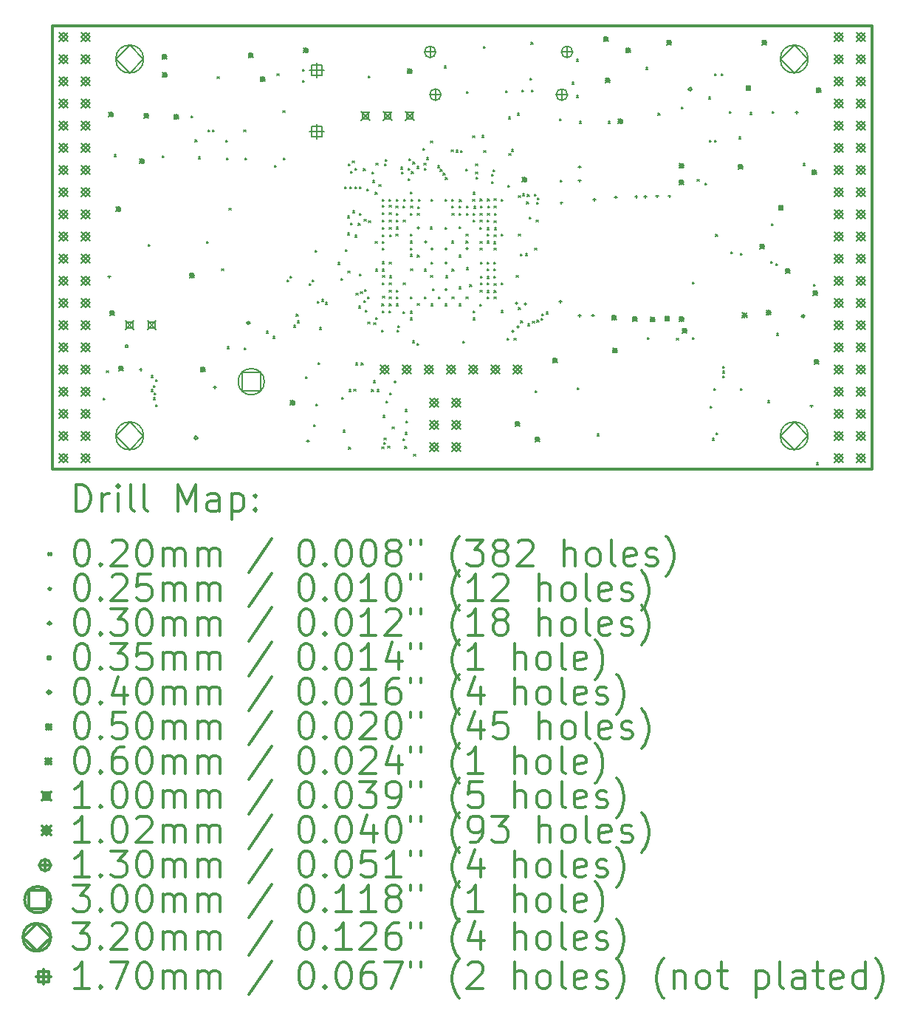
<source format=gbr>
%FSLAX45Y45*%
G04 Gerber Fmt 4.5, Leading zero omitted, Abs format (unit mm)*
G04 Created by KiCad (PCBNEW 5.0.0-rc2+dfsg1-3) date Wed Jul  4 13:00:30 2018*
%MOMM*%
%LPD*%
G01*
G04 APERTURE LIST*
%ADD10C,0.300000*%
%ADD11C,0.200000*%
G04 APERTURE END LIST*
D10*
X9410000Y-6142000D02*
X9410000Y-11222000D01*
X18808000Y-6142000D02*
X9410000Y-6142000D01*
X18808000Y-11222000D02*
X18808000Y-6142000D01*
X9410000Y-11222000D02*
X18808000Y-11222000D01*
D11*
X9998000Y-10410000D02*
X10018000Y-10430000D01*
X10018000Y-10410000D02*
X9998000Y-10430000D01*
X10035000Y-10094400D02*
X10055000Y-10114400D01*
X10055000Y-10094400D02*
X10035000Y-10114400D01*
X10125400Y-7619700D02*
X10145400Y-7639700D01*
X10145400Y-7619700D02*
X10125400Y-7639700D01*
X10514501Y-8649556D02*
X10534501Y-8669556D01*
X10534501Y-8649556D02*
X10514501Y-8669556D01*
X10545314Y-10310867D02*
X10565314Y-10330867D01*
X10565314Y-10310867D02*
X10545314Y-10330867D01*
X10547276Y-10151849D02*
X10567276Y-10171849D01*
X10567276Y-10151849D02*
X10547276Y-10171849D01*
X10574100Y-10266721D02*
X10594100Y-10286721D01*
X10594100Y-10266721D02*
X10574100Y-10286721D01*
X10574777Y-10403885D02*
X10594777Y-10423885D01*
X10594777Y-10403885D02*
X10574777Y-10423885D01*
X10579048Y-10351357D02*
X10599048Y-10371357D01*
X10599048Y-10351357D02*
X10579048Y-10371357D01*
X10597613Y-10199347D02*
X10617613Y-10219347D01*
X10617613Y-10199347D02*
X10597613Y-10219347D01*
X10598875Y-10487404D02*
X10618875Y-10507404D01*
X10618875Y-10487404D02*
X10598875Y-10507404D01*
X10671500Y-7632400D02*
X10691500Y-7652400D01*
X10691500Y-7632400D02*
X10671500Y-7652400D01*
X11001700Y-7175200D02*
X11021700Y-7195200D01*
X11021700Y-7175200D02*
X11001700Y-7195200D01*
X11049908Y-7448938D02*
X11069908Y-7468938D01*
X11069908Y-7448938D02*
X11049908Y-7468938D01*
X11090600Y-7645100D02*
X11110600Y-7665100D01*
X11110600Y-7645100D02*
X11090600Y-7665100D01*
X11179522Y-8615379D02*
X11199522Y-8635379D01*
X11199522Y-8615379D02*
X11179522Y-8635379D01*
X11197485Y-7337442D02*
X11217485Y-7357442D01*
X11217485Y-7337442D02*
X11197485Y-7357442D01*
X11251427Y-7337442D02*
X11271427Y-7357442D01*
X11271427Y-7337442D02*
X11251427Y-7357442D01*
X11305725Y-6724363D02*
X11325725Y-6744363D01*
X11325725Y-6724363D02*
X11305725Y-6744363D01*
X11356061Y-8927572D02*
X11376061Y-8947572D01*
X11376061Y-8927572D02*
X11356061Y-8947572D01*
X11400408Y-7451220D02*
X11420408Y-7471220D01*
X11420408Y-7451220D02*
X11400408Y-7471220D01*
X11408100Y-7657800D02*
X11428100Y-7677800D01*
X11428100Y-7657800D02*
X11408100Y-7677800D01*
X11418097Y-9819503D02*
X11438097Y-9839503D01*
X11438097Y-9819503D02*
X11418097Y-9839503D01*
X11441393Y-8230943D02*
X11461393Y-8250943D01*
X11461393Y-8230943D02*
X11441393Y-8250943D01*
X11609800Y-7337442D02*
X11629800Y-7357442D01*
X11629800Y-7337442D02*
X11609800Y-7357442D01*
X11612028Y-9831686D02*
X11632028Y-9851686D01*
X11632028Y-9831686D02*
X11612028Y-9851686D01*
X11624000Y-7657800D02*
X11644000Y-7677800D01*
X11644000Y-7657800D02*
X11624000Y-7677800D01*
X11869741Y-9643441D02*
X11889741Y-9663441D01*
X11889741Y-9643441D02*
X11869741Y-9663441D01*
X11941500Y-9702500D02*
X11961500Y-9722500D01*
X11961500Y-9702500D02*
X11941500Y-9722500D01*
X11959215Y-7739412D02*
X11979215Y-7759412D01*
X11979215Y-7739412D02*
X11959215Y-7759412D01*
X11990800Y-6690800D02*
X12010800Y-6710800D01*
X12010800Y-6690800D02*
X11990800Y-6710800D01*
X12056498Y-7112736D02*
X12076498Y-7132736D01*
X12076498Y-7112736D02*
X12056498Y-7132736D01*
X12063993Y-7659408D02*
X12083993Y-7679408D01*
X12083993Y-7659408D02*
X12063993Y-7679408D01*
X12106600Y-9054800D02*
X12126600Y-9074800D01*
X12126600Y-9054800D02*
X12106600Y-9074800D01*
X12139415Y-9013562D02*
X12159415Y-9033562D01*
X12159415Y-9013562D02*
X12139415Y-9033562D01*
X12182800Y-9575500D02*
X12202800Y-9595500D01*
X12202800Y-9575500D02*
X12182800Y-9595500D01*
X12210364Y-9448538D02*
X12230364Y-9468538D01*
X12230364Y-9448538D02*
X12210364Y-9468538D01*
X12220900Y-9524700D02*
X12240900Y-9544700D01*
X12240900Y-9524700D02*
X12220900Y-9544700D01*
X12282618Y-6643232D02*
X12302618Y-6663232D01*
X12302618Y-6643232D02*
X12282618Y-6663232D01*
X12284400Y-6768800D02*
X12304400Y-6788800D01*
X12304400Y-6768800D02*
X12284400Y-6788800D01*
X12317388Y-10161592D02*
X12337388Y-10181592D01*
X12337388Y-10161592D02*
X12317388Y-10181592D01*
X12360966Y-9096472D02*
X12380966Y-9116472D01*
X12380966Y-9096472D02*
X12360966Y-9116472D01*
X12391502Y-9053519D02*
X12411502Y-9073519D01*
X12411502Y-9053519D02*
X12391502Y-9073519D01*
X12410242Y-10710764D02*
X12430242Y-10730764D01*
X12430242Y-10710764D02*
X12410242Y-10730764D01*
X12426118Y-8717437D02*
X12446118Y-8737437D01*
X12446118Y-8717437D02*
X12426118Y-8737437D01*
X12426118Y-8717437D02*
X12446118Y-8737437D01*
X12446118Y-8717437D02*
X12426118Y-8737437D01*
X12434879Y-10477573D02*
X12454879Y-10497573D01*
X12454879Y-10477573D02*
X12434879Y-10497573D01*
X12453269Y-9302035D02*
X12473269Y-9322035D01*
X12473269Y-9302035D02*
X12453269Y-9322035D01*
X12460744Y-10002698D02*
X12480744Y-10022698D01*
X12480744Y-10002698D02*
X12460744Y-10022698D01*
X12474902Y-9600287D02*
X12494902Y-9620287D01*
X12494902Y-9600287D02*
X12474902Y-9620287D01*
X12501033Y-9279764D02*
X12521033Y-9299764D01*
X12521033Y-9279764D02*
X12501033Y-9299764D01*
X12542510Y-9313676D02*
X12562510Y-9333676D01*
X12562510Y-9313676D02*
X12542510Y-9333676D01*
X12687018Y-8855931D02*
X12707018Y-8875931D01*
X12707018Y-8855931D02*
X12687018Y-8875931D01*
X12720111Y-9035435D02*
X12740111Y-9055435D01*
X12740111Y-9035435D02*
X12720111Y-9055435D01*
X12731909Y-10397773D02*
X12751909Y-10417773D01*
X12751909Y-10397773D02*
X12731909Y-10417773D01*
X12748660Y-10777504D02*
X12768660Y-10797504D01*
X12768660Y-10777504D02*
X12748660Y-10797504D01*
X12764988Y-7989114D02*
X12784988Y-8009114D01*
X12784988Y-7989114D02*
X12764988Y-8009114D01*
X12771035Y-8708207D02*
X12791035Y-8728207D01*
X12791035Y-8708207D02*
X12771035Y-8728207D01*
X12796207Y-8322888D02*
X12816207Y-8342888D01*
X12816207Y-8322888D02*
X12796207Y-8342888D01*
X12799179Y-8517702D02*
X12819179Y-8537702D01*
X12819179Y-8517702D02*
X12799179Y-8537702D01*
X12803679Y-8951152D02*
X12823679Y-8971152D01*
X12823679Y-8951152D02*
X12803679Y-8971152D01*
X12805201Y-7723267D02*
X12825201Y-7743267D01*
X12825201Y-7723267D02*
X12805201Y-7743267D01*
X12811634Y-10971333D02*
X12831634Y-10991333D01*
X12831634Y-10971333D02*
X12811634Y-10991333D01*
X12814780Y-10310898D02*
X12834780Y-10330898D01*
X12834780Y-10310898D02*
X12814780Y-10330898D01*
X12822879Y-7985310D02*
X12842879Y-8005310D01*
X12842879Y-7985310D02*
X12822879Y-8005310D01*
X12834680Y-7807951D02*
X12854680Y-7827951D01*
X12854680Y-7807951D02*
X12834680Y-7827951D01*
X12835268Y-8401687D02*
X12855268Y-8421687D01*
X12855268Y-8401687D02*
X12835268Y-8421687D01*
X12854493Y-7691566D02*
X12874493Y-7711566D01*
X12874493Y-7691566D02*
X12854493Y-7711566D01*
X12859178Y-8263722D02*
X12879178Y-8283722D01*
X12879178Y-8263722D02*
X12859178Y-8283722D01*
X12870682Y-10308590D02*
X12890682Y-10328590D01*
X12890682Y-10308590D02*
X12870682Y-10328590D01*
X12880857Y-7988548D02*
X12900857Y-8008548D01*
X12900857Y-7988548D02*
X12880857Y-8008548D01*
X12881301Y-8540585D02*
X12901301Y-8560585D01*
X12901301Y-8540585D02*
X12881301Y-8560585D01*
X12886175Y-7777882D02*
X12906175Y-7797882D01*
X12906175Y-7777882D02*
X12886175Y-7797882D01*
X12890520Y-10007480D02*
X12910520Y-10027480D01*
X12910520Y-10007480D02*
X12890520Y-10027480D01*
X12895573Y-9206272D02*
X12915573Y-9226272D01*
X12915573Y-9206272D02*
X12895573Y-9226272D01*
X12920256Y-8405350D02*
X12940256Y-8425350D01*
X12940256Y-8405350D02*
X12920256Y-8425350D01*
X12926203Y-9354578D02*
X12946203Y-9374578D01*
X12946203Y-9354578D02*
X12926203Y-9374578D01*
X12933760Y-7984679D02*
X12953760Y-8004679D01*
X12953760Y-7984679D02*
X12933760Y-8004679D01*
X12934924Y-8983794D02*
X12954924Y-9003794D01*
X12954924Y-8983794D02*
X12934924Y-9003794D01*
X12935809Y-8290406D02*
X12955809Y-8310406D01*
X12955809Y-8290406D02*
X12935809Y-8310406D01*
X12946857Y-9190566D02*
X12966857Y-9210566D01*
X12966857Y-9190566D02*
X12946857Y-9210566D01*
X12956000Y-10005500D02*
X12976000Y-10025500D01*
X12976000Y-10005500D02*
X12956000Y-10025500D01*
X12982095Y-7781082D02*
X13002095Y-7801082D01*
X13002095Y-7781082D02*
X12982095Y-7801082D01*
X12987271Y-9293510D02*
X13007271Y-9313510D01*
X13007271Y-9293510D02*
X12987271Y-9313510D01*
X12989202Y-8359151D02*
X13009202Y-8379151D01*
X13009202Y-8359151D02*
X12989202Y-8379151D01*
X12991955Y-9163298D02*
X13011955Y-9183298D01*
X13011955Y-9163298D02*
X12991955Y-9183298D01*
X13002337Y-9402267D02*
X13022337Y-9422267D01*
X13022337Y-9402267D02*
X13002337Y-9422267D01*
X13017215Y-8013821D02*
X13037215Y-8033821D01*
X13037215Y-8013821D02*
X13017215Y-8033821D01*
X13028454Y-9248473D02*
X13048454Y-9268473D01*
X13048454Y-9248473D02*
X13028454Y-9268473D01*
X13032200Y-9535600D02*
X13052200Y-9555600D01*
X13052200Y-9535600D02*
X13032200Y-9555600D01*
X13033700Y-6718000D02*
X13053700Y-6738000D01*
X13053700Y-6718000D02*
X13033700Y-6738000D01*
X13038793Y-8376986D02*
X13058793Y-8396986D01*
X13058793Y-8376986D02*
X13038793Y-8396986D01*
X13073948Y-10310899D02*
X13093948Y-10330899D01*
X13093948Y-10310899D02*
X13073948Y-10330899D01*
X13077859Y-7815329D02*
X13097859Y-7835329D01*
X13097859Y-7815329D02*
X13077859Y-7835329D01*
X13085264Y-7914901D02*
X13105264Y-7934901D01*
X13105264Y-7914901D02*
X13085264Y-7934901D01*
X13093907Y-10208700D02*
X13113907Y-10228700D01*
X13113907Y-10208700D02*
X13093907Y-10228700D01*
X13098471Y-9546418D02*
X13118471Y-9566418D01*
X13118471Y-9546418D02*
X13098471Y-9566418D01*
X13116430Y-8612711D02*
X13136430Y-8632711D01*
X13136430Y-8612711D02*
X13116430Y-8632711D01*
X13116518Y-8052178D02*
X13136518Y-8072178D01*
X13136518Y-8052178D02*
X13116518Y-8072178D01*
X13117950Y-8930733D02*
X13137950Y-8950733D01*
X13137950Y-8930733D02*
X13117950Y-8950733D01*
X13121616Y-9485914D02*
X13141616Y-9505914D01*
X13141616Y-9485914D02*
X13121616Y-9505914D01*
X13125345Y-7716470D02*
X13145345Y-7736470D01*
X13145345Y-7716470D02*
X13125345Y-7736470D01*
X13135385Y-10310829D02*
X13155385Y-10330829D01*
X13155385Y-10310829D02*
X13135385Y-10330829D01*
X13157757Y-7959799D02*
X13177757Y-7979799D01*
X13177757Y-7959799D02*
X13157757Y-7979799D01*
X13188633Y-9630479D02*
X13208633Y-9650479D01*
X13208633Y-9630479D02*
X13188633Y-9650479D01*
X13192441Y-10966678D02*
X13212441Y-10986678D01*
X13212441Y-10966678D02*
X13192441Y-10986678D01*
X13193199Y-9330000D02*
X13213199Y-9350000D01*
X13213199Y-9330000D02*
X13193199Y-9350000D01*
X13197562Y-8931064D02*
X13217562Y-8951064D01*
X13217562Y-8931064D02*
X13197562Y-8951064D01*
X13197734Y-9090201D02*
X13217734Y-9110201D01*
X13217734Y-9090201D02*
X13197734Y-9110201D01*
X13197902Y-8284734D02*
X13217902Y-8304734D01*
X13217902Y-8284734D02*
X13197902Y-8304734D01*
X13197999Y-8200333D02*
X13217999Y-8220333D01*
X13217999Y-8200333D02*
X13197999Y-8220333D01*
X13198000Y-8690000D02*
X13218000Y-8710000D01*
X13218000Y-8690000D02*
X13198000Y-8710000D01*
X13198000Y-9410000D02*
X13218000Y-9430000D01*
X13218000Y-9410000D02*
X13198000Y-9430000D01*
X13198303Y-8616041D02*
X13218303Y-8636041D01*
X13218303Y-8616041D02*
X13198303Y-8636041D01*
X13198368Y-8369136D02*
X13218368Y-8389136D01*
X13218368Y-8369136D02*
X13198368Y-8389136D01*
X13198405Y-8845827D02*
X13218405Y-8865827D01*
X13218405Y-8845827D02*
X13198405Y-8865827D01*
X13198801Y-8130801D02*
X13218801Y-8150801D01*
X13218801Y-8130801D02*
X13198801Y-8150801D01*
X13198979Y-8537938D02*
X13218979Y-8557938D01*
X13218979Y-8537938D02*
X13198979Y-8557938D01*
X13199289Y-8453537D02*
X13219289Y-8473537D01*
X13219289Y-8453537D02*
X13199289Y-8473537D01*
X13200000Y-9005799D02*
X13220000Y-9025799D01*
X13220000Y-9005799D02*
X13200000Y-9025799D01*
X13201075Y-9242748D02*
X13221075Y-9262748D01*
X13221075Y-9242748D02*
X13201075Y-9262748D01*
X13206286Y-10608587D02*
X13226286Y-10628587D01*
X13226286Y-10608587D02*
X13206286Y-10628587D01*
X13211973Y-10917729D02*
X13231973Y-10937729D01*
X13231973Y-10917729D02*
X13211973Y-10937729D01*
X13218587Y-10865445D02*
X13238587Y-10885445D01*
X13238587Y-10865445D02*
X13218587Y-10885445D01*
X13220903Y-7724256D02*
X13240903Y-7744256D01*
X13240903Y-7724256D02*
X13220903Y-7744256D01*
X13232873Y-7672932D02*
X13252873Y-7692932D01*
X13252873Y-7672932D02*
X13232873Y-7692932D01*
X13236800Y-10440341D02*
X13256800Y-10460341D01*
X13256800Y-10440341D02*
X13236800Y-10460341D01*
X13260800Y-10958000D02*
X13280800Y-10978000D01*
X13280800Y-10958000D02*
X13260800Y-10978000D01*
X13272048Y-8130098D02*
X13292048Y-8150098D01*
X13292048Y-8130098D02*
X13272048Y-8150098D01*
X13274623Y-9409707D02*
X13294623Y-9429707D01*
X13294623Y-9409707D02*
X13274623Y-9429707D01*
X13277261Y-8284735D02*
X13297261Y-8304735D01*
X13297261Y-8284735D02*
X13277261Y-8304735D01*
X13278000Y-8200334D02*
X13298000Y-8220334D01*
X13298000Y-8200334D02*
X13278000Y-8220334D01*
X13278000Y-8850000D02*
X13298000Y-8870000D01*
X13298000Y-8850000D02*
X13278000Y-8870000D01*
X13278000Y-9090000D02*
X13298000Y-9110000D01*
X13298000Y-9090000D02*
X13278000Y-9110000D01*
X13278000Y-9170000D02*
X13298000Y-9190000D01*
X13298000Y-9170000D02*
X13278000Y-9190000D01*
X13278000Y-9250000D02*
X13298000Y-9270000D01*
X13298000Y-9250000D02*
X13278000Y-9270000D01*
X13278000Y-9330000D02*
X13298000Y-9350000D01*
X13298000Y-9330000D02*
X13278000Y-9350000D01*
X13278175Y-8369136D02*
X13298175Y-8389136D01*
X13298175Y-8369136D02*
X13278175Y-8389136D01*
X13278218Y-8453537D02*
X13298218Y-8473537D01*
X13298218Y-8453537D02*
X13278218Y-8473537D01*
X13279688Y-8536938D02*
X13299688Y-8556938D01*
X13299688Y-8536938D02*
X13279688Y-8556938D01*
X13280000Y-9008000D02*
X13300000Y-9028000D01*
X13300000Y-9008000D02*
X13280000Y-9028000D01*
X13282849Y-10350134D02*
X13302849Y-10370134D01*
X13302849Y-10350134D02*
X13282849Y-10370134D01*
X13311600Y-10736500D02*
X13331600Y-10756500D01*
X13331600Y-10736500D02*
X13311600Y-10756500D01*
X13352314Y-8526642D02*
X13372314Y-8546642D01*
X13372314Y-8526642D02*
X13352314Y-8546642D01*
X13354839Y-8209060D02*
X13374839Y-8229060D01*
X13374839Y-8209060D02*
X13354839Y-8229060D01*
X13356449Y-8131468D02*
X13376449Y-8151468D01*
X13376449Y-8131468D02*
X13356449Y-8151468D01*
X13357194Y-8449520D02*
X13377194Y-8469520D01*
X13377194Y-8449520D02*
X13357194Y-8469520D01*
X13358000Y-8290000D02*
X13378000Y-8310000D01*
X13378000Y-8290000D02*
X13358000Y-8310000D01*
X13358000Y-8370000D02*
X13378000Y-8390000D01*
X13378000Y-8370000D02*
X13358000Y-8390000D01*
X13358000Y-9170000D02*
X13378000Y-9190000D01*
X13378000Y-9170000D02*
X13358000Y-9190000D01*
X13358000Y-9250000D02*
X13378000Y-9270000D01*
X13378000Y-9250000D02*
X13358000Y-9270000D01*
X13358548Y-9330230D02*
X13378548Y-9350230D01*
X13378548Y-9330230D02*
X13358548Y-9350230D01*
X13366285Y-9629515D02*
X13386285Y-9649515D01*
X13386285Y-9629515D02*
X13366285Y-9649515D01*
X13375239Y-9577580D02*
X13395239Y-9597580D01*
X13395239Y-9577580D02*
X13375239Y-9597580D01*
X13407730Y-7762109D02*
X13427730Y-7782109D01*
X13427730Y-7762109D02*
X13407730Y-7782109D01*
X13415018Y-7815381D02*
X13435018Y-7835381D01*
X13435018Y-7815381D02*
X13415018Y-7835381D01*
X13433398Y-8208015D02*
X13453398Y-8228015D01*
X13453398Y-8208015D02*
X13433398Y-8228015D01*
X13435582Y-9416717D02*
X13455582Y-9436717D01*
X13455582Y-9416717D02*
X13435582Y-9436717D01*
X13436400Y-10874197D02*
X13456400Y-10894197D01*
X13456400Y-10874197D02*
X13436400Y-10894197D01*
X13438000Y-8370000D02*
X13458000Y-8390000D01*
X13458000Y-8370000D02*
X13438000Y-8390000D01*
X13438000Y-9090000D02*
X13458000Y-9110000D01*
X13458000Y-9090000D02*
X13438000Y-9110000D01*
X13440850Y-8130675D02*
X13460850Y-8150675D01*
X13460850Y-8130675D02*
X13440850Y-8150675D01*
X13453687Y-10961995D02*
X13473687Y-10981995D01*
X13473687Y-10961995D02*
X13453687Y-10981995D01*
X13457587Y-10803159D02*
X13477587Y-10823159D01*
X13477587Y-10803159D02*
X13457587Y-10823159D01*
X13460735Y-10540845D02*
X13480735Y-10560845D01*
X13480735Y-10540845D02*
X13460735Y-10560845D01*
X13465065Y-10671051D02*
X13485065Y-10691051D01*
X13485065Y-10671051D02*
X13465065Y-10691051D01*
X13492132Y-7892495D02*
X13512132Y-7912495D01*
X13512132Y-7892495D02*
X13492132Y-7912495D01*
X13493478Y-7773120D02*
X13513478Y-7793120D01*
X13513478Y-7773120D02*
X13493478Y-7793120D01*
X13502968Y-7663013D02*
X13522968Y-7683013D01*
X13522968Y-7663013D02*
X13502968Y-7683013D01*
X13516300Y-8762700D02*
X13536300Y-8782700D01*
X13536300Y-8762700D02*
X13516300Y-8782700D01*
X13518000Y-8292201D02*
X13538000Y-8312201D01*
X13538000Y-8292201D02*
X13518000Y-8312201D01*
X13518000Y-8530000D02*
X13538000Y-8550000D01*
X13538000Y-8530000D02*
X13518000Y-8550000D01*
X13518000Y-8610000D02*
X13538000Y-8630000D01*
X13538000Y-8610000D02*
X13518000Y-8630000D01*
X13518000Y-8690000D02*
X13538000Y-8710000D01*
X13538000Y-8690000D02*
X13518000Y-8710000D01*
X13518000Y-9250000D02*
X13538000Y-9270000D01*
X13538000Y-9250000D02*
X13518000Y-9270000D01*
X13518128Y-8048312D02*
X13538128Y-8068312D01*
X13538128Y-8048312D02*
X13518128Y-8068312D01*
X13518463Y-9488530D02*
X13538463Y-9508530D01*
X13538463Y-9488530D02*
X13518463Y-9508530D01*
X13518862Y-9412562D02*
X13538862Y-9432562D01*
X13538862Y-9412562D02*
X13518862Y-9432562D01*
X13521538Y-8209385D02*
X13541538Y-8229385D01*
X13541538Y-8209385D02*
X13521538Y-8229385D01*
X13524276Y-8928163D02*
X13544276Y-8948163D01*
X13544276Y-8928163D02*
X13524276Y-8948163D01*
X13525957Y-8129544D02*
X13545957Y-8149544D01*
X13545957Y-8129544D02*
X13525957Y-8149544D01*
X13531439Y-7812965D02*
X13551439Y-7832965D01*
X13551439Y-7812965D02*
X13531439Y-7832965D01*
X13541700Y-9753300D02*
X13561700Y-9773300D01*
X13561700Y-9753300D02*
X13541700Y-9773300D01*
X13548770Y-7704070D02*
X13568770Y-7724070D01*
X13568770Y-7704070D02*
X13548770Y-7724070D01*
X13555656Y-11051071D02*
X13575656Y-11071071D01*
X13575656Y-11051071D02*
X13555656Y-11071071D01*
X13594882Y-7754550D02*
X13614882Y-7774550D01*
X13614882Y-7754550D02*
X13594882Y-7774550D01*
X13595027Y-9781423D02*
X13615027Y-9801423D01*
X13615027Y-9781423D02*
X13595027Y-9801423D01*
X13598000Y-8290000D02*
X13618000Y-8310000D01*
X13618000Y-8290000D02*
X13598000Y-8310000D01*
X13598000Y-8770000D02*
X13618000Y-8790000D01*
X13618000Y-8770000D02*
X13598000Y-8790000D01*
X13599596Y-9326965D02*
X13619596Y-9346965D01*
X13619596Y-9326965D02*
X13599596Y-9346965D01*
X13602455Y-8216004D02*
X13622455Y-8236004D01*
X13622455Y-8216004D02*
X13602455Y-8236004D01*
X13613334Y-8133723D02*
X13633334Y-8153723D01*
X13633334Y-8133723D02*
X13613334Y-8153723D01*
X13664259Y-7547941D02*
X13684259Y-7567941D01*
X13684259Y-7547941D02*
X13664259Y-7567941D01*
X13676320Y-7718760D02*
X13696320Y-7738760D01*
X13696320Y-7718760D02*
X13676320Y-7738760D01*
X13678000Y-8930000D02*
X13698000Y-8950000D01*
X13698000Y-8930000D02*
X13678000Y-8950000D01*
X13678000Y-9250000D02*
X13698000Y-9270000D01*
X13698000Y-9250000D02*
X13678000Y-9270000D01*
X13679461Y-7776107D02*
X13699461Y-7796107D01*
X13699461Y-7776107D02*
X13679461Y-7796107D01*
X13707437Y-7652487D02*
X13727437Y-7672487D01*
X13727437Y-7652487D02*
X13707437Y-7672487D01*
X13745078Y-8447729D02*
X13765078Y-8467729D01*
X13765078Y-8447729D02*
X13745078Y-8467729D01*
X13752489Y-9002290D02*
X13772489Y-9022290D01*
X13772489Y-9002290D02*
X13752489Y-9022290D01*
X13752520Y-7459680D02*
X13772520Y-7479680D01*
X13772520Y-7459680D02*
X13752520Y-7479680D01*
X13758000Y-8130000D02*
X13778000Y-8150000D01*
X13778000Y-8130000D02*
X13758000Y-8150000D01*
X13758000Y-8850000D02*
X13778000Y-8870000D01*
X13778000Y-8850000D02*
X13758000Y-8870000D01*
X13758000Y-9330000D02*
X13778000Y-9350000D01*
X13778000Y-9330000D02*
X13758000Y-9350000D01*
X13770300Y-9156400D02*
X13790300Y-9176400D01*
X13790300Y-9156400D02*
X13770300Y-9176400D01*
X13830592Y-7745154D02*
X13850592Y-7765154D01*
X13850592Y-7745154D02*
X13830592Y-7765154D01*
X13838000Y-9250000D02*
X13858000Y-9270000D01*
X13858000Y-9250000D02*
X13838000Y-9270000D01*
X13862293Y-7788159D02*
X13882293Y-7808159D01*
X13882293Y-7788159D02*
X13862293Y-7808159D01*
X13893994Y-7831909D02*
X13913994Y-7851909D01*
X13913994Y-7831909D02*
X13893994Y-7851909D01*
X13910000Y-6603700D02*
X13930000Y-6623700D01*
X13930000Y-6603700D02*
X13910000Y-6623700D01*
X13917252Y-8451135D02*
X13937252Y-8471135D01*
X13937252Y-8451135D02*
X13917252Y-8471135D01*
X13918000Y-8130000D02*
X13938000Y-8150000D01*
X13938000Y-8130000D02*
X13918000Y-8150000D01*
X13918000Y-9330000D02*
X13938000Y-9350000D01*
X13938000Y-9330000D02*
X13918000Y-9350000D01*
X13921466Y-7881869D02*
X13941466Y-7901869D01*
X13941466Y-7881869D02*
X13921466Y-7901869D01*
X13922232Y-9006404D02*
X13942232Y-9026404D01*
X13942232Y-9006404D02*
X13922232Y-9026404D01*
X13989274Y-7564800D02*
X14009274Y-7584800D01*
X14009274Y-7564800D02*
X13989274Y-7584800D01*
X13991460Y-8609297D02*
X14011460Y-8629297D01*
X14011460Y-8609297D02*
X13991460Y-8629297D01*
X13992898Y-8130000D02*
X14012898Y-8150000D01*
X14012898Y-8130000D02*
X13992898Y-8150000D01*
X13992898Y-8210000D02*
X14012898Y-8230000D01*
X14012898Y-8210000D02*
X13992898Y-8230000D01*
X13996000Y-8292000D02*
X14016000Y-8312000D01*
X14016000Y-8292000D02*
X13996000Y-8312000D01*
X13998000Y-8930000D02*
X14018000Y-8950000D01*
X14018000Y-8930000D02*
X13998000Y-8950000D01*
X13998000Y-9250000D02*
X14018000Y-9270000D01*
X14018000Y-9250000D02*
X13998000Y-9270000D01*
X14041773Y-7569399D02*
X14061773Y-7589399D01*
X14061773Y-7569399D02*
X14041773Y-7589399D01*
X14076133Y-8294127D02*
X14096133Y-8314127D01*
X14096133Y-8294127D02*
X14076133Y-8314127D01*
X14077299Y-8207716D02*
X14097299Y-8227716D01*
X14097299Y-8207716D02*
X14077299Y-8227716D01*
X14077419Y-9133335D02*
X14097419Y-9153335D01*
X14097419Y-9133335D02*
X14077419Y-9153335D01*
X14077693Y-8445254D02*
X14097693Y-8465254D01*
X14097693Y-8445254D02*
X14077693Y-8465254D01*
X14078000Y-9330000D02*
X14098000Y-9350000D01*
X14098000Y-9330000D02*
X14078000Y-9350000D01*
X14079623Y-8771623D02*
X14099623Y-8791623D01*
X14099623Y-8771623D02*
X14079623Y-8791623D01*
X14082264Y-8134744D02*
X14102264Y-8154744D01*
X14102264Y-8134744D02*
X14082264Y-8154744D01*
X14094211Y-7574661D02*
X14114211Y-7594661D01*
X14114211Y-7574661D02*
X14094211Y-7594661D01*
X14118066Y-9754201D02*
X14138066Y-9774201D01*
X14138066Y-9754201D02*
X14118066Y-9774201D01*
X14152481Y-7781450D02*
X14172481Y-7801450D01*
X14172481Y-7781450D02*
X14152481Y-7801450D01*
X14158000Y-8530000D02*
X14178000Y-8550000D01*
X14178000Y-8530000D02*
X14158000Y-8550000D01*
X14158000Y-8610000D02*
X14178000Y-8630000D01*
X14178000Y-8610000D02*
X14158000Y-8630000D01*
X14158000Y-9250000D02*
X14178000Y-9270000D01*
X14178000Y-9250000D02*
X14158000Y-9270000D01*
X14162701Y-8209494D02*
X14182701Y-8229494D01*
X14182701Y-8209494D02*
X14162701Y-8229494D01*
X14162701Y-8289887D02*
X14182701Y-8309887D01*
X14182701Y-8289887D02*
X14162701Y-8309887D01*
X14164000Y-8915099D02*
X14184000Y-8935099D01*
X14184000Y-8915099D02*
X14164000Y-8935099D01*
X14164285Y-6893836D02*
X14184285Y-6913836D01*
X14184285Y-6893836D02*
X14164285Y-6913836D01*
X14200722Y-9110102D02*
X14220722Y-9130102D01*
X14220722Y-9110102D02*
X14200722Y-9130102D01*
X14233699Y-7403800D02*
X14253699Y-7423800D01*
X14253699Y-7403800D02*
X14233699Y-7423800D01*
X14235032Y-8132000D02*
X14255032Y-8152000D01*
X14255032Y-8132000D02*
X14235032Y-8152000D01*
X14236000Y-8052000D02*
X14256000Y-8072000D01*
X14256000Y-8052000D02*
X14236000Y-8072000D01*
X14236000Y-8292000D02*
X14256000Y-8312000D01*
X14256000Y-8292000D02*
X14236000Y-8312000D01*
X14238000Y-8370000D02*
X14258000Y-8390000D01*
X14258000Y-8370000D02*
X14238000Y-8390000D01*
X14238000Y-9410000D02*
X14258000Y-9430000D01*
X14258000Y-9410000D02*
X14238000Y-9430000D01*
X14238000Y-9490000D02*
X14258000Y-9510000D01*
X14258000Y-9490000D02*
X14238000Y-9510000D01*
X14247102Y-8210435D02*
X14267102Y-8230435D01*
X14267102Y-8210435D02*
X14247102Y-8230435D01*
X14268441Y-7818307D02*
X14288441Y-7838307D01*
X14288441Y-7818307D02*
X14268441Y-7838307D01*
X14268583Y-7724192D02*
X14288583Y-7744192D01*
X14288583Y-7724192D02*
X14268583Y-7744192D01*
X14271130Y-7874603D02*
X14291130Y-7894603D01*
X14291130Y-7874603D02*
X14271130Y-7894603D01*
X14316000Y-8452000D02*
X14336000Y-8472000D01*
X14336000Y-8452000D02*
X14316000Y-8472000D01*
X14316969Y-9331491D02*
X14336969Y-9351491D01*
X14336969Y-9331491D02*
X14316969Y-9351491D01*
X14318000Y-8370000D02*
X14338000Y-8390000D01*
X14338000Y-8370000D02*
X14318000Y-8390000D01*
X14318000Y-8690000D02*
X14338000Y-8710000D01*
X14338000Y-8690000D02*
X14318000Y-8710000D01*
X14318000Y-9170000D02*
X14338000Y-9190000D01*
X14338000Y-9170000D02*
X14318000Y-9190000D01*
X14318740Y-8294201D02*
X14338740Y-8314201D01*
X14338740Y-8294201D02*
X14318740Y-8314201D01*
X14319433Y-8127729D02*
X14339433Y-8147729D01*
X14339433Y-8127729D02*
X14319433Y-8147729D01*
X14320000Y-8612000D02*
X14340000Y-8632000D01*
X14340000Y-8612000D02*
X14320000Y-8632000D01*
X14322201Y-8849503D02*
X14342201Y-8869503D01*
X14342201Y-8849503D02*
X14322201Y-8869503D01*
X14322201Y-9010195D02*
X14342201Y-9030195D01*
X14342201Y-9010195D02*
X14322201Y-9030195D01*
X14322201Y-9090066D02*
X14342201Y-9110066D01*
X14342201Y-9090066D02*
X14322201Y-9110066D01*
X14323265Y-8209799D02*
X14343265Y-8229799D01*
X14343265Y-8209799D02*
X14323265Y-8229799D01*
X14341800Y-7397450D02*
X14361800Y-7417450D01*
X14361800Y-7397450D02*
X14341800Y-7417450D01*
X14355067Y-6376252D02*
X14375067Y-6396252D01*
X14375067Y-6376252D02*
X14355067Y-6396252D01*
X14360888Y-7571730D02*
X14380888Y-7591730D01*
X14380888Y-7571730D02*
X14360888Y-7591730D01*
X14396483Y-9177765D02*
X14416483Y-9197765D01*
X14416483Y-9177765D02*
X14396483Y-9197765D01*
X14397624Y-8929530D02*
X14417624Y-8949530D01*
X14417624Y-8929530D02*
X14397624Y-8949530D01*
X14397701Y-9016697D02*
X14417701Y-9036697D01*
X14417701Y-9016697D02*
X14397701Y-9036697D01*
X14398000Y-8610000D02*
X14418000Y-8630000D01*
X14418000Y-8610000D02*
X14398000Y-8630000D01*
X14398000Y-9085650D02*
X14418000Y-9105650D01*
X14418000Y-9085650D02*
X14398000Y-9105650D01*
X14398283Y-8848451D02*
X14418283Y-8868451D01*
X14418283Y-8848451D02*
X14398283Y-8868451D01*
X14400201Y-8529722D02*
X14420201Y-8549722D01*
X14420201Y-8529722D02*
X14400201Y-8549722D01*
X14400319Y-8367799D02*
X14420319Y-8387799D01*
X14420319Y-8367799D02*
X14400319Y-8387799D01*
X14400350Y-8456040D02*
X14420350Y-8476040D01*
X14420350Y-8456040D02*
X14400350Y-8476040D01*
X14401325Y-9248876D02*
X14421325Y-9268876D01*
X14421325Y-9248876D02*
X14401325Y-9268876D01*
X14403141Y-8290000D02*
X14423141Y-8310000D01*
X14423141Y-8290000D02*
X14403141Y-8310000D01*
X14403835Y-8128377D02*
X14423835Y-8148377D01*
X14423835Y-8128377D02*
X14403835Y-8148377D01*
X14407666Y-8210000D02*
X14427666Y-8230000D01*
X14427666Y-8210000D02*
X14407666Y-8230000D01*
X14450634Y-7841735D02*
X14470634Y-7861735D01*
X14470634Y-7841735D02*
X14450634Y-7861735D01*
X14450634Y-7926136D02*
X14470634Y-7946136D01*
X14470634Y-7926136D02*
X14450634Y-7946136D01*
X14469153Y-7792394D02*
X14489153Y-7812394D01*
X14489153Y-7792394D02*
X14469153Y-7812394D01*
X14475676Y-8924990D02*
X14495676Y-8944990D01*
X14495676Y-8924990D02*
X14475676Y-8944990D01*
X14476724Y-9009392D02*
X14496724Y-9029392D01*
X14496724Y-9009392D02*
X14476724Y-9029392D01*
X14477515Y-8619275D02*
X14497515Y-8639275D01*
X14497515Y-8619275D02*
X14477515Y-8639275D01*
X14477765Y-8852201D02*
X14497765Y-8872201D01*
X14497765Y-8852201D02*
X14477765Y-8872201D01*
X14478235Y-9247799D02*
X14498235Y-9267799D01*
X14498235Y-9247799D02*
X14478235Y-9267799D01*
X14478778Y-8123192D02*
X14498778Y-8143192D01*
X14498778Y-8123192D02*
X14478778Y-8143192D01*
X14478812Y-8207593D02*
X14498812Y-8227593D01*
X14498812Y-8207593D02*
X14478812Y-8227593D01*
X14478935Y-8534874D02*
X14498935Y-8554874D01*
X14498935Y-8534874D02*
X14478935Y-8554874D01*
X14479160Y-9178194D02*
X14499160Y-9198194D01*
X14499160Y-9178194D02*
X14479160Y-9198194D01*
X14479432Y-8687756D02*
X14499432Y-8707756D01*
X14499432Y-8687756D02*
X14479432Y-8707756D01*
X14479670Y-8376395D02*
X14499670Y-8396395D01*
X14499670Y-8376395D02*
X14479670Y-8396395D01*
X14480294Y-9093793D02*
X14500294Y-9113793D01*
X14500294Y-9093793D02*
X14480294Y-9113793D01*
X14481241Y-8455796D02*
X14501241Y-8475796D01*
X14501241Y-8455796D02*
X14481241Y-8475796D01*
X14481689Y-8291994D02*
X14501689Y-8311994D01*
X14501689Y-8291994D02*
X14481689Y-8311994D01*
X14557281Y-8529606D02*
X14577281Y-8549606D01*
X14577281Y-8529606D02*
X14557281Y-8549606D01*
X14558000Y-8130512D02*
X14578000Y-8150512D01*
X14578000Y-8130512D02*
X14558000Y-8150512D01*
X14558739Y-9089665D02*
X14578739Y-9109665D01*
X14578739Y-9089665D02*
X14558739Y-9109665D01*
X14559124Y-9406675D02*
X14579124Y-9426675D01*
X14579124Y-9406675D02*
X14559124Y-9426675D01*
X14613342Y-6884608D02*
X14633342Y-6904608D01*
X14633342Y-6884608D02*
X14613342Y-6904608D01*
X14629479Y-9723392D02*
X14649479Y-9743392D01*
X14649479Y-9723392D02*
X14629479Y-9743392D01*
X14638141Y-7971938D02*
X14658141Y-7991938D01*
X14658141Y-7971938D02*
X14638141Y-7991938D01*
X14646600Y-7187900D02*
X14666600Y-7207900D01*
X14666600Y-7187900D02*
X14646600Y-7207900D01*
X14648744Y-7607406D02*
X14668744Y-7627406D01*
X14668744Y-7607406D02*
X14648744Y-7627406D01*
X14680980Y-7560789D02*
X14700980Y-7580789D01*
X14700980Y-7560789D02*
X14680980Y-7580789D01*
X14707598Y-9723392D02*
X14727598Y-9743392D01*
X14727598Y-9723392D02*
X14707598Y-9743392D01*
X14733095Y-9001248D02*
X14753095Y-9021248D01*
X14753095Y-9001248D02*
X14733095Y-9021248D01*
X14748200Y-7143450D02*
X14768200Y-7163450D01*
X14768200Y-7143450D02*
X14748200Y-7163450D01*
X14758739Y-8527409D02*
X14778739Y-8547409D01*
X14778739Y-8527409D02*
X14758739Y-8547409D01*
X14758831Y-8088311D02*
X14778831Y-8108311D01*
X14778831Y-8088311D02*
X14758831Y-8108311D01*
X14760000Y-9372000D02*
X14780000Y-9392000D01*
X14780000Y-9372000D02*
X14760000Y-9392000D01*
X14781079Y-8758342D02*
X14801079Y-8778342D01*
X14801079Y-8758342D02*
X14781079Y-8778342D01*
X14782886Y-9523902D02*
X14802886Y-9543902D01*
X14802886Y-9523902D02*
X14782886Y-9543902D01*
X14799000Y-6876750D02*
X14819000Y-6896750D01*
X14819000Y-6876750D02*
X14799000Y-6896750D01*
X14807525Y-8068155D02*
X14827525Y-8088155D01*
X14827525Y-8068155D02*
X14807525Y-8088155D01*
X14838354Y-8752346D02*
X14858354Y-8772346D01*
X14858354Y-8752346D02*
X14838354Y-8772346D01*
X14851066Y-8160586D02*
X14871066Y-8180586D01*
X14871066Y-8160586D02*
X14851066Y-8180586D01*
X14859611Y-8076185D02*
X14879611Y-8096185D01*
X14879611Y-8076185D02*
X14859611Y-8096185D01*
X14864798Y-9556963D02*
X14884798Y-9576963D01*
X14884798Y-9556963D02*
X14864798Y-9576963D01*
X14882151Y-8334201D02*
X14902151Y-8354201D01*
X14902151Y-8334201D02*
X14882151Y-8354201D01*
X14887900Y-6742997D02*
X14907900Y-6762997D01*
X14907900Y-6742997D02*
X14887900Y-6762997D01*
X14903412Y-6332405D02*
X14923412Y-6352405D01*
X14923412Y-6332405D02*
X14903412Y-6352405D01*
X14906950Y-6876750D02*
X14926950Y-6896750D01*
X14926950Y-6876750D02*
X14906950Y-6896750D01*
X14918439Y-9527799D02*
X14938439Y-9547799D01*
X14938439Y-9527799D02*
X14918439Y-9547799D01*
X14942722Y-8073801D02*
X14962722Y-8093801D01*
X14962722Y-8073801D02*
X14942722Y-8093801D01*
X14945314Y-8688944D02*
X14965314Y-8708944D01*
X14965314Y-8688944D02*
X14945314Y-8708944D01*
X14947728Y-10322085D02*
X14967728Y-10342085D01*
X14967728Y-10322085D02*
X14947728Y-10342085D01*
X14963249Y-8370769D02*
X14983249Y-8390769D01*
X14983249Y-8370769D02*
X14963249Y-8390769D01*
X14968729Y-8167499D02*
X14988729Y-8187499D01*
X14988729Y-8167499D02*
X14968729Y-8187499D01*
X14969589Y-9515108D02*
X14989589Y-9535108D01*
X14989589Y-9515108D02*
X14969589Y-9535108D01*
X14975319Y-8115211D02*
X14995319Y-8135211D01*
X14995319Y-8115211D02*
X14975319Y-8135211D01*
X15017890Y-9494025D02*
X15037890Y-9514025D01*
X15037890Y-9494025D02*
X15017890Y-9514025D01*
X15024597Y-9441753D02*
X15044597Y-9461753D01*
X15044597Y-9441753D02*
X15024597Y-9461753D01*
X15078921Y-9423257D02*
X15098921Y-9443257D01*
X15098921Y-9423257D02*
X15078921Y-9443257D01*
X15230800Y-7206950D02*
X15250800Y-7226950D01*
X15250800Y-7206950D02*
X15230800Y-7226950D01*
X15239707Y-7909347D02*
X15259707Y-7929347D01*
X15259707Y-7909347D02*
X15239707Y-7929347D01*
X15370500Y-6789627D02*
X15390500Y-6809627D01*
X15390500Y-6789627D02*
X15370500Y-6809627D01*
X15421300Y-6527500D02*
X15441300Y-6547500D01*
X15441300Y-6527500D02*
X15421300Y-6547500D01*
X15421300Y-6940250D02*
X15441300Y-6960250D01*
X15441300Y-6940250D02*
X15421300Y-6960250D01*
X15432558Y-10288777D02*
X15452558Y-10308777D01*
X15452558Y-10288777D02*
X15432558Y-10308777D01*
X15459400Y-7238700D02*
X15479400Y-7258700D01*
X15479400Y-7238700D02*
X15459400Y-7258700D01*
X15662600Y-10820100D02*
X15682600Y-10840100D01*
X15682600Y-10820100D02*
X15662600Y-10840100D01*
X15789600Y-7238700D02*
X15809600Y-7258700D01*
X15809600Y-7238700D02*
X15789600Y-7258700D01*
X16217147Y-6618496D02*
X16237147Y-6638496D01*
X16237147Y-6618496D02*
X16217147Y-6638496D01*
X16234100Y-9717000D02*
X16254100Y-9737000D01*
X16254100Y-9717000D02*
X16234100Y-9737000D01*
X16360322Y-7144216D02*
X16380322Y-7164216D01*
X16380322Y-7144216D02*
X16360322Y-7164216D01*
X16570337Y-9724488D02*
X16590337Y-9744488D01*
X16590337Y-9724488D02*
X16570337Y-9744488D01*
X16625348Y-7073546D02*
X16645348Y-7093546D01*
X16645348Y-7073546D02*
X16625348Y-7093546D01*
X16754800Y-9080200D02*
X16774800Y-9100200D01*
X16774800Y-9080200D02*
X16754800Y-9100200D01*
X16754800Y-9715200D02*
X16774800Y-9735200D01*
X16774800Y-9715200D02*
X16754800Y-9735200D01*
X16806644Y-7900804D02*
X16826644Y-7920804D01*
X16826644Y-7900804D02*
X16806644Y-7920804D01*
X16894500Y-7943550D02*
X16914500Y-7963550D01*
X16914500Y-7943550D02*
X16894500Y-7963550D01*
X16941704Y-6958649D02*
X16961704Y-6978649D01*
X16961704Y-6958649D02*
X16941704Y-6978649D01*
X16945300Y-7454600D02*
X16965300Y-7474600D01*
X16965300Y-7454600D02*
X16945300Y-7474600D01*
X16958000Y-10502600D02*
X16978000Y-10522600D01*
X16978000Y-10502600D02*
X16958000Y-10522600D01*
X16983400Y-10870900D02*
X17003400Y-10890900D01*
X17003400Y-10870900D02*
X16983400Y-10890900D01*
X16996100Y-10299400D02*
X17016100Y-10319400D01*
X17016100Y-10299400D02*
X16996100Y-10319400D01*
X17008800Y-6692600D02*
X17028800Y-6712600D01*
X17028800Y-6692600D02*
X17008800Y-6712600D01*
X17008800Y-7454600D02*
X17028800Y-7474600D01*
X17028800Y-7454600D02*
X17008800Y-7474600D01*
X17020954Y-8534153D02*
X17040954Y-8554153D01*
X17040954Y-8534153D02*
X17020954Y-8554153D01*
X17021500Y-10807400D02*
X17041500Y-10827400D01*
X17041500Y-10807400D02*
X17021500Y-10827400D01*
X17085000Y-6692600D02*
X17105000Y-6712600D01*
X17105000Y-6692600D02*
X17085000Y-6712600D01*
X17098912Y-10045982D02*
X17118912Y-10065982D01*
X17118912Y-10045982D02*
X17098912Y-10065982D01*
X17098912Y-10098683D02*
X17118912Y-10118683D01*
X17118912Y-10098683D02*
X17098912Y-10118683D01*
X17098912Y-10155324D02*
X17118912Y-10175324D01*
X17118912Y-10155324D02*
X17098912Y-10175324D01*
X17173900Y-7124400D02*
X17193900Y-7144400D01*
X17193900Y-7124400D02*
X17173900Y-7144400D01*
X17194707Y-8733845D02*
X17214707Y-8753845D01*
X17214707Y-8733845D02*
X17194707Y-8753845D01*
X17288200Y-7416500D02*
X17308200Y-7436500D01*
X17308200Y-7416500D02*
X17288200Y-7436500D01*
X17300900Y-10299400D02*
X17320900Y-10319400D01*
X17320900Y-10299400D02*
X17300900Y-10319400D01*
X17303795Y-8749428D02*
X17323795Y-8769428D01*
X17323795Y-8749428D02*
X17303795Y-8769428D01*
X17415200Y-7137100D02*
X17435200Y-7157100D01*
X17435200Y-7137100D02*
X17415200Y-7157100D01*
X17618400Y-10439100D02*
X17638400Y-10459100D01*
X17638400Y-10439100D02*
X17618400Y-10459100D01*
X17650543Y-8840716D02*
X17670543Y-8860716D01*
X17670543Y-8840716D02*
X17650543Y-8860716D01*
X17660000Y-8412000D02*
X17680000Y-8432000D01*
X17680000Y-8412000D02*
X17660000Y-8432000D01*
X17669708Y-7124179D02*
X17689708Y-7144179D01*
X17689708Y-7124179D02*
X17669708Y-7144179D01*
X17711107Y-8866403D02*
X17731107Y-8886403D01*
X17731107Y-8866403D02*
X17711107Y-8886403D01*
X17718798Y-9667866D02*
X17738798Y-9687866D01*
X17738798Y-9667866D02*
X17718798Y-9687866D01*
X18024078Y-7721693D02*
X18044078Y-7741693D01*
X18044078Y-7721693D02*
X18024078Y-7741693D01*
X18139100Y-9105600D02*
X18159100Y-9125600D01*
X18159100Y-9105600D02*
X18139100Y-9125600D01*
X18177200Y-11150300D02*
X18197200Y-11170300D01*
X18197200Y-11150300D02*
X18177200Y-11170300D01*
X13357629Y-10223262D02*
G75*
G03X13357629Y-10223262I-12700J0D01*
G01*
X13620700Y-8460000D02*
G75*
G03X13620700Y-8460000I-12700J0D01*
G01*
X13706511Y-8619631D02*
G75*
G03X13706511Y-8619631I-12700J0D01*
G01*
X13780700Y-8700000D02*
G75*
G03X13780700Y-8700000I-12700J0D01*
G01*
X13939164Y-9161521D02*
G75*
G03X13939164Y-9161521I-12700J0D01*
G01*
X13940700Y-8700000D02*
G75*
G03X13940700Y-8700000I-12700J0D01*
G01*
X13940700Y-8860000D02*
G75*
G03X13940700Y-8860000I-12700J0D01*
G01*
X14180298Y-8698652D02*
G75*
G03X14180298Y-8698652I-12700J0D01*
G01*
X14706928Y-9645206D02*
G75*
G03X14706928Y-9645206I-12700J0D01*
G01*
X14747089Y-9321713D02*
G75*
G03X14747089Y-9321713I-12700J0D01*
G01*
X14766147Y-9591326D02*
G75*
G03X14766147Y-9591326I-12700J0D01*
G01*
X14847601Y-9332231D02*
G75*
G03X14847601Y-9332231I-12700J0D01*
G01*
X10065212Y-9001224D02*
X10065212Y-9031224D01*
X10050212Y-9016224D02*
X10080212Y-9016224D01*
X10426000Y-10064000D02*
X10426000Y-10094000D01*
X10411000Y-10079000D02*
X10441000Y-10079000D01*
X11278400Y-10269000D02*
X11278400Y-10299000D01*
X11263400Y-10284000D02*
X11293400Y-10284000D01*
X12343700Y-10882200D02*
X12343700Y-10912200D01*
X12328700Y-10897200D02*
X12358700Y-10897200D01*
X15240800Y-9284750D02*
X15240800Y-9314750D01*
X15225800Y-9299750D02*
X15255800Y-9299750D01*
X15251012Y-8154523D02*
X15251012Y-8184523D01*
X15236012Y-8169523D02*
X15266012Y-8169523D01*
X15456700Y-7741700D02*
X15456700Y-7771700D01*
X15441700Y-7756700D02*
X15471700Y-7756700D01*
X15456700Y-7900450D02*
X15456700Y-7930450D01*
X15441700Y-7915450D02*
X15471700Y-7915450D01*
X15459390Y-9445795D02*
X15459390Y-9475795D01*
X15444390Y-9460795D02*
X15474390Y-9460795D01*
X15609100Y-9443500D02*
X15609100Y-9473500D01*
X15594100Y-9458500D02*
X15624100Y-9458500D01*
X15626277Y-8119937D02*
X15626277Y-8149937D01*
X15611277Y-8134937D02*
X15641277Y-8134937D01*
X15873113Y-8089893D02*
X15873113Y-8119893D01*
X15858113Y-8104893D02*
X15888113Y-8104893D01*
X16107576Y-8084202D02*
X16107576Y-8114202D01*
X16092576Y-8099202D02*
X16122576Y-8099202D01*
X16212350Y-8084600D02*
X16212350Y-8114600D01*
X16197350Y-8099600D02*
X16227350Y-8099600D01*
X16346298Y-8079243D02*
X16346298Y-8109243D01*
X16331298Y-8094243D02*
X16361298Y-8094243D01*
X16488287Y-8078899D02*
X16488287Y-8108899D01*
X16473287Y-8093899D02*
X16503287Y-8093899D01*
X17945900Y-7119400D02*
X17945900Y-7149400D01*
X17930900Y-7134400D02*
X17960900Y-7134400D01*
X18115592Y-10483071D02*
X18115592Y-10513071D01*
X18100592Y-10498071D02*
X18130592Y-10498071D01*
X10274775Y-9826475D02*
X10274775Y-9801726D01*
X10250026Y-9801726D01*
X10250026Y-9826475D01*
X10274775Y-9826475D01*
X11059391Y-10883646D02*
X11079391Y-10863646D01*
X11059391Y-10843646D01*
X11039391Y-10863646D01*
X11059391Y-10883646D01*
X11659400Y-9567400D02*
X11679400Y-9547400D01*
X11659400Y-9527400D01*
X11639400Y-9547400D01*
X11659400Y-9567400D01*
X16726700Y-6887700D02*
X16746700Y-6867700D01*
X16726700Y-6847700D01*
X16706700Y-6867700D01*
X16726700Y-6887700D01*
X18022100Y-9491200D02*
X18042100Y-9471200D01*
X18022100Y-9451200D01*
X18002100Y-9471200D01*
X18022100Y-9491200D01*
X10060589Y-7132486D02*
X10110589Y-7182486D01*
X10110589Y-7132486D02*
X10060589Y-7182486D01*
X10110589Y-7157486D02*
G75*
G03X10110589Y-7157486I-25000J0D01*
G01*
X10072300Y-9408100D02*
X10122300Y-9458100D01*
X10122300Y-9408100D02*
X10072300Y-9458100D01*
X10122300Y-9433100D02*
G75*
G03X10122300Y-9433100I-25000J0D01*
G01*
X10145789Y-8217318D02*
X10195789Y-8267318D01*
X10195789Y-8217318D02*
X10145789Y-8267318D01*
X10195789Y-8242318D02*
G75*
G03X10195789Y-8242318I-25000J0D01*
G01*
X10173900Y-10043100D02*
X10223900Y-10093100D01*
X10223900Y-10043100D02*
X10173900Y-10093100D01*
X10223900Y-10068100D02*
G75*
G03X10223900Y-10068100I-25000J0D01*
G01*
X10415200Y-7668200D02*
X10465200Y-7718200D01*
X10465200Y-7668200D02*
X10415200Y-7718200D01*
X10465200Y-7693200D02*
G75*
G03X10465200Y-7693200I-25000J0D01*
G01*
X10466000Y-7147500D02*
X10516000Y-7197500D01*
X10516000Y-7147500D02*
X10466000Y-7197500D01*
X10516000Y-7172500D02*
G75*
G03X10516000Y-7172500I-25000J0D01*
G01*
X10672481Y-6470397D02*
X10722481Y-6520397D01*
X10722481Y-6470397D02*
X10672481Y-6520397D01*
X10722481Y-6495397D02*
G75*
G03X10722481Y-6495397I-25000J0D01*
G01*
X10677149Y-6679363D02*
X10727149Y-6729363D01*
X10727149Y-6679363D02*
X10677149Y-6729363D01*
X10727149Y-6704363D02*
G75*
G03X10727149Y-6704363I-25000J0D01*
G01*
X10808900Y-7160200D02*
X10858900Y-7210200D01*
X10858900Y-7160200D02*
X10808900Y-7210200D01*
X10858900Y-7185200D02*
G75*
G03X10858900Y-7185200I-25000J0D01*
G01*
X10987889Y-8977815D02*
X11037889Y-9027815D01*
X11037889Y-8977815D02*
X10987889Y-9027815D01*
X11037889Y-9002815D02*
G75*
G03X11037889Y-9002815I-25000J0D01*
G01*
X11113700Y-10055800D02*
X11163700Y-10105800D01*
X11163700Y-10055800D02*
X11113700Y-10105800D01*
X11163700Y-10080800D02*
G75*
G03X11163700Y-10080800I-25000J0D01*
G01*
X11663050Y-6455294D02*
X11713050Y-6505294D01*
X11713050Y-6455294D02*
X11663050Y-6505294D01*
X11713050Y-6480294D02*
G75*
G03X11713050Y-6480294I-25000J0D01*
G01*
X11799500Y-6728400D02*
X11849500Y-6778400D01*
X11849500Y-6728400D02*
X11799500Y-6778400D01*
X11849500Y-6753400D02*
G75*
G03X11849500Y-6753400I-25000J0D01*
G01*
X12142400Y-10436800D02*
X12192400Y-10486800D01*
X12192400Y-10436800D02*
X12142400Y-10486800D01*
X12192400Y-10461800D02*
G75*
G03X12192400Y-10461800I-25000J0D01*
G01*
X12294800Y-6398200D02*
X12344800Y-6448200D01*
X12344800Y-6398200D02*
X12294800Y-6448200D01*
X12344800Y-6423200D02*
G75*
G03X12344800Y-6423200I-25000J0D01*
G01*
X13485559Y-6636662D02*
X13535559Y-6686662D01*
X13535559Y-6636662D02*
X13485559Y-6686662D01*
X13535559Y-6661662D02*
G75*
G03X13535559Y-6661662I-25000J0D01*
G01*
X14720500Y-10678100D02*
X14770500Y-10728100D01*
X14770500Y-10678100D02*
X14720500Y-10728100D01*
X14770500Y-10703100D02*
G75*
G03X14770500Y-10703100I-25000J0D01*
G01*
X14801839Y-7880002D02*
X14851839Y-7930002D01*
X14851839Y-7880002D02*
X14801839Y-7930002D01*
X14851839Y-7905002D02*
G75*
G03X14851839Y-7905002I-25000J0D01*
G01*
X14949100Y-10855900D02*
X14999100Y-10905900D01*
X14999100Y-10855900D02*
X14949100Y-10905900D01*
X14999100Y-10880900D02*
G75*
G03X14999100Y-10880900I-25000J0D01*
G01*
X15150800Y-9952400D02*
X15200800Y-10002400D01*
X15200800Y-9952400D02*
X15150800Y-10002400D01*
X15200800Y-9977400D02*
G75*
G03X15200800Y-9977400I-25000J0D01*
G01*
X15735000Y-6269400D02*
X15785000Y-6319400D01*
X15785000Y-6269400D02*
X15735000Y-6319400D01*
X15785000Y-6294400D02*
G75*
G03X15785000Y-6294400I-25000J0D01*
G01*
X15755757Y-6741927D02*
X15805757Y-6791927D01*
X15805757Y-6741927D02*
X15755757Y-6791927D01*
X15805757Y-6766927D02*
G75*
G03X15805757Y-6766927I-25000J0D01*
G01*
X15828999Y-9461877D02*
X15878999Y-9511877D01*
X15878999Y-9461877D02*
X15828999Y-9511877D01*
X15878999Y-9486877D02*
G75*
G03X15878999Y-9486877I-25000J0D01*
G01*
X15839500Y-9838500D02*
X15889500Y-9888500D01*
X15889500Y-9838500D02*
X15839500Y-9888500D01*
X15889500Y-9863500D02*
G75*
G03X15889500Y-9863500I-25000J0D01*
G01*
X15901600Y-7211000D02*
X15951600Y-7261000D01*
X15951600Y-7211000D02*
X15901600Y-7261000D01*
X15951600Y-7236000D02*
G75*
G03X15951600Y-7236000I-25000J0D01*
G01*
X15990500Y-6398311D02*
X16040500Y-6448311D01*
X16040500Y-6398311D02*
X15990500Y-6448311D01*
X16040500Y-6423311D02*
G75*
G03X16040500Y-6423311I-25000J0D01*
G01*
X16065540Y-9475644D02*
X16115540Y-9525644D01*
X16115540Y-9475644D02*
X16065540Y-9525644D01*
X16115540Y-9500644D02*
G75*
G03X16115540Y-9500644I-25000J0D01*
G01*
X16270610Y-9482849D02*
X16320610Y-9532849D01*
X16320610Y-9482849D02*
X16270610Y-9532849D01*
X16320610Y-9507849D02*
G75*
G03X16320610Y-9507849I-25000J0D01*
G01*
X16437573Y-9473247D02*
X16487573Y-9523247D01*
X16487573Y-9473247D02*
X16437573Y-9523247D01*
X16487573Y-9498247D02*
G75*
G03X16487573Y-9498247I-25000J0D01*
G01*
X16460400Y-6309300D02*
X16510400Y-6359300D01*
X16510400Y-6309300D02*
X16460400Y-6359300D01*
X16510400Y-6334300D02*
G75*
G03X16510400Y-6334300I-25000J0D01*
G01*
X16600554Y-7910074D02*
X16650554Y-7960074D01*
X16650554Y-7910074D02*
X16600554Y-7960074D01*
X16650554Y-7935074D02*
G75*
G03X16650554Y-7935074I-25000J0D01*
G01*
X16602543Y-7720953D02*
X16652543Y-7770953D01*
X16652543Y-7720953D02*
X16602543Y-7770953D01*
X16652543Y-7745953D02*
G75*
G03X16652543Y-7745953I-25000J0D01*
G01*
X16603469Y-9477515D02*
X16653469Y-9527515D01*
X16653469Y-9477515D02*
X16603469Y-9527515D01*
X16653469Y-9502515D02*
G75*
G03X16653469Y-9502515I-25000J0D01*
G01*
X16638200Y-9611300D02*
X16688200Y-9661300D01*
X16688200Y-9611300D02*
X16638200Y-9661300D01*
X16688200Y-9636300D02*
G75*
G03X16688200Y-9636300I-25000J0D01*
G01*
X17279550Y-7731700D02*
X17329550Y-7781700D01*
X17329550Y-7731700D02*
X17279550Y-7781700D01*
X17329550Y-7756700D02*
G75*
G03X17329550Y-7756700I-25000J0D01*
G01*
X17368450Y-6830000D02*
X17418450Y-6880000D01*
X17418450Y-6830000D02*
X17368450Y-6880000D01*
X17418450Y-6855000D02*
G75*
G03X17418450Y-6855000I-25000J0D01*
G01*
X17527200Y-8646100D02*
X17577200Y-8696100D01*
X17577200Y-8646100D02*
X17527200Y-8696100D01*
X17577200Y-8671100D02*
G75*
G03X17577200Y-8671100I-25000J0D01*
G01*
X17552600Y-6309300D02*
X17602600Y-6359300D01*
X17602600Y-6309300D02*
X17552600Y-6359300D01*
X17602600Y-6334300D02*
G75*
G03X17602600Y-6334300I-25000J0D01*
G01*
X17600494Y-9403846D02*
X17650494Y-9453846D01*
X17650494Y-9403846D02*
X17600494Y-9453846D01*
X17650494Y-9428846D02*
G75*
G03X17650494Y-9428846I-25000J0D01*
G01*
X17740844Y-8203135D02*
X17790844Y-8253135D01*
X17790844Y-8203135D02*
X17740844Y-8253135D01*
X17790844Y-8228135D02*
G75*
G03X17790844Y-8228135I-25000J0D01*
G01*
X17819300Y-8925500D02*
X17869300Y-8975500D01*
X17869300Y-8925500D02*
X17819300Y-8975500D01*
X17869300Y-8950500D02*
G75*
G03X17869300Y-8950500I-25000J0D01*
G01*
X18124100Y-7795200D02*
X18174100Y-7845200D01*
X18174100Y-7795200D02*
X18124100Y-7845200D01*
X18174100Y-7820200D02*
G75*
G03X18174100Y-7820200I-25000J0D01*
G01*
X18136800Y-9179500D02*
X18186800Y-9229500D01*
X18186800Y-9179500D02*
X18136800Y-9229500D01*
X18186800Y-9204500D02*
G75*
G03X18186800Y-9204500I-25000J0D01*
G01*
X18149500Y-9966900D02*
X18199500Y-10016900D01*
X18199500Y-9966900D02*
X18149500Y-10016900D01*
X18199500Y-9991900D02*
G75*
G03X18199500Y-9991900I-25000J0D01*
G01*
X18174900Y-6855400D02*
X18224900Y-6905400D01*
X18224900Y-6855400D02*
X18174900Y-6905400D01*
X18224900Y-6880400D02*
G75*
G03X18224900Y-6880400I-25000J0D01*
G01*
X17319000Y-9428500D02*
X17379000Y-9488500D01*
X17379000Y-9428500D02*
X17319000Y-9488500D01*
X17349000Y-9428500D02*
X17349000Y-9488500D01*
X17319000Y-9458500D02*
X17379000Y-9458500D01*
X10249000Y-9521000D02*
X10349000Y-9621000D01*
X10349000Y-9521000D02*
X10249000Y-9621000D01*
X10334356Y-9606356D02*
X10334356Y-9535644D01*
X10263644Y-9535644D01*
X10263644Y-9606356D01*
X10334356Y-9606356D01*
X10503000Y-9521000D02*
X10603000Y-9621000D01*
X10603000Y-9521000D02*
X10503000Y-9621000D01*
X10588356Y-9606356D02*
X10588356Y-9535644D01*
X10517644Y-9535644D01*
X10517644Y-9606356D01*
X10588356Y-9606356D01*
X12955600Y-7122500D02*
X13055600Y-7222500D01*
X13055600Y-7122500D02*
X12955600Y-7222500D01*
X13040956Y-7207856D02*
X13040956Y-7137144D01*
X12970244Y-7137144D01*
X12970244Y-7207856D01*
X13040956Y-7207856D01*
X13209600Y-7122500D02*
X13309600Y-7222500D01*
X13309600Y-7122500D02*
X13209600Y-7222500D01*
X13294956Y-7207856D02*
X13294956Y-7137144D01*
X13224244Y-7137144D01*
X13224244Y-7207856D01*
X13294956Y-7207856D01*
X13463600Y-7122500D02*
X13563600Y-7222500D01*
X13563600Y-7122500D02*
X13463600Y-7222500D01*
X13548956Y-7207856D02*
X13548956Y-7137144D01*
X13478244Y-7137144D01*
X13478244Y-7207856D01*
X13548956Y-7207856D01*
X18376200Y-6218200D02*
X18477800Y-6319800D01*
X18477800Y-6218200D02*
X18376200Y-6319800D01*
X18427000Y-6319800D02*
X18477800Y-6269000D01*
X18427000Y-6218200D01*
X18376200Y-6269000D01*
X18427000Y-6319800D01*
X18376200Y-6472200D02*
X18477800Y-6573800D01*
X18477800Y-6472200D02*
X18376200Y-6573800D01*
X18427000Y-6573800D02*
X18477800Y-6523000D01*
X18427000Y-6472200D01*
X18376200Y-6523000D01*
X18427000Y-6573800D01*
X18376200Y-6726200D02*
X18477800Y-6827800D01*
X18477800Y-6726200D02*
X18376200Y-6827800D01*
X18427000Y-6827800D02*
X18477800Y-6777000D01*
X18427000Y-6726200D01*
X18376200Y-6777000D01*
X18427000Y-6827800D01*
X18376200Y-6980200D02*
X18477800Y-7081800D01*
X18477800Y-6980200D02*
X18376200Y-7081800D01*
X18427000Y-7081800D02*
X18477800Y-7031000D01*
X18427000Y-6980200D01*
X18376200Y-7031000D01*
X18427000Y-7081800D01*
X18376200Y-7234200D02*
X18477800Y-7335800D01*
X18477800Y-7234200D02*
X18376200Y-7335800D01*
X18427000Y-7335800D02*
X18477800Y-7285000D01*
X18427000Y-7234200D01*
X18376200Y-7285000D01*
X18427000Y-7335800D01*
X18376200Y-7488200D02*
X18477800Y-7589800D01*
X18477800Y-7488200D02*
X18376200Y-7589800D01*
X18427000Y-7589800D02*
X18477800Y-7539000D01*
X18427000Y-7488200D01*
X18376200Y-7539000D01*
X18427000Y-7589800D01*
X18376200Y-7742200D02*
X18477800Y-7843800D01*
X18477800Y-7742200D02*
X18376200Y-7843800D01*
X18427000Y-7843800D02*
X18477800Y-7793000D01*
X18427000Y-7742200D01*
X18376200Y-7793000D01*
X18427000Y-7843800D01*
X18376200Y-7996200D02*
X18477800Y-8097800D01*
X18477800Y-7996200D02*
X18376200Y-8097800D01*
X18427000Y-8097800D02*
X18477800Y-8047000D01*
X18427000Y-7996200D01*
X18376200Y-8047000D01*
X18427000Y-8097800D01*
X18376200Y-8250200D02*
X18477800Y-8351800D01*
X18477800Y-8250200D02*
X18376200Y-8351800D01*
X18427000Y-8351800D02*
X18477800Y-8301000D01*
X18427000Y-8250200D01*
X18376200Y-8301000D01*
X18427000Y-8351800D01*
X18376200Y-8504200D02*
X18477800Y-8605800D01*
X18477800Y-8504200D02*
X18376200Y-8605800D01*
X18427000Y-8605800D02*
X18477800Y-8555000D01*
X18427000Y-8504200D01*
X18376200Y-8555000D01*
X18427000Y-8605800D01*
X18376200Y-8758200D02*
X18477800Y-8859800D01*
X18477800Y-8758200D02*
X18376200Y-8859800D01*
X18427000Y-8859800D02*
X18477800Y-8809000D01*
X18427000Y-8758200D01*
X18376200Y-8809000D01*
X18427000Y-8859800D01*
X18376200Y-9012200D02*
X18477800Y-9113800D01*
X18477800Y-9012200D02*
X18376200Y-9113800D01*
X18427000Y-9113800D02*
X18477800Y-9063000D01*
X18427000Y-9012200D01*
X18376200Y-9063000D01*
X18427000Y-9113800D01*
X18376200Y-9266200D02*
X18477800Y-9367800D01*
X18477800Y-9266200D02*
X18376200Y-9367800D01*
X18427000Y-9367800D02*
X18477800Y-9317000D01*
X18427000Y-9266200D01*
X18376200Y-9317000D01*
X18427000Y-9367800D01*
X18376200Y-9520200D02*
X18477800Y-9621800D01*
X18477800Y-9520200D02*
X18376200Y-9621800D01*
X18427000Y-9621800D02*
X18477800Y-9571000D01*
X18427000Y-9520200D01*
X18376200Y-9571000D01*
X18427000Y-9621800D01*
X18376200Y-9774200D02*
X18477800Y-9875800D01*
X18477800Y-9774200D02*
X18376200Y-9875800D01*
X18427000Y-9875800D02*
X18477800Y-9825000D01*
X18427000Y-9774200D01*
X18376200Y-9825000D01*
X18427000Y-9875800D01*
X18376200Y-10028200D02*
X18477800Y-10129800D01*
X18477800Y-10028200D02*
X18376200Y-10129800D01*
X18427000Y-10129800D02*
X18477800Y-10079000D01*
X18427000Y-10028200D01*
X18376200Y-10079000D01*
X18427000Y-10129800D01*
X18376200Y-10282200D02*
X18477800Y-10383800D01*
X18477800Y-10282200D02*
X18376200Y-10383800D01*
X18427000Y-10383800D02*
X18477800Y-10333000D01*
X18427000Y-10282200D01*
X18376200Y-10333000D01*
X18427000Y-10383800D01*
X18376200Y-10536200D02*
X18477800Y-10637800D01*
X18477800Y-10536200D02*
X18376200Y-10637800D01*
X18427000Y-10637800D02*
X18477800Y-10587000D01*
X18427000Y-10536200D01*
X18376200Y-10587000D01*
X18427000Y-10637800D01*
X18376200Y-10790200D02*
X18477800Y-10891800D01*
X18477800Y-10790200D02*
X18376200Y-10891800D01*
X18427000Y-10891800D02*
X18477800Y-10841000D01*
X18427000Y-10790200D01*
X18376200Y-10841000D01*
X18427000Y-10891800D01*
X18376200Y-11044200D02*
X18477800Y-11145800D01*
X18477800Y-11044200D02*
X18376200Y-11145800D01*
X18427000Y-11145800D02*
X18477800Y-11095000D01*
X18427000Y-11044200D01*
X18376200Y-11095000D01*
X18427000Y-11145800D01*
X18630200Y-6218200D02*
X18731800Y-6319800D01*
X18731800Y-6218200D02*
X18630200Y-6319800D01*
X18681000Y-6319800D02*
X18731800Y-6269000D01*
X18681000Y-6218200D01*
X18630200Y-6269000D01*
X18681000Y-6319800D01*
X18630200Y-6472200D02*
X18731800Y-6573800D01*
X18731800Y-6472200D02*
X18630200Y-6573800D01*
X18681000Y-6573800D02*
X18731800Y-6523000D01*
X18681000Y-6472200D01*
X18630200Y-6523000D01*
X18681000Y-6573800D01*
X18630200Y-6726200D02*
X18731800Y-6827800D01*
X18731800Y-6726200D02*
X18630200Y-6827800D01*
X18681000Y-6827800D02*
X18731800Y-6777000D01*
X18681000Y-6726200D01*
X18630200Y-6777000D01*
X18681000Y-6827800D01*
X18630200Y-6980200D02*
X18731800Y-7081800D01*
X18731800Y-6980200D02*
X18630200Y-7081800D01*
X18681000Y-7081800D02*
X18731800Y-7031000D01*
X18681000Y-6980200D01*
X18630200Y-7031000D01*
X18681000Y-7081800D01*
X18630200Y-7234200D02*
X18731800Y-7335800D01*
X18731800Y-7234200D02*
X18630200Y-7335800D01*
X18681000Y-7335800D02*
X18731800Y-7285000D01*
X18681000Y-7234200D01*
X18630200Y-7285000D01*
X18681000Y-7335800D01*
X18630200Y-7488200D02*
X18731800Y-7589800D01*
X18731800Y-7488200D02*
X18630200Y-7589800D01*
X18681000Y-7589800D02*
X18731800Y-7539000D01*
X18681000Y-7488200D01*
X18630200Y-7539000D01*
X18681000Y-7589800D01*
X18630200Y-7742200D02*
X18731800Y-7843800D01*
X18731800Y-7742200D02*
X18630200Y-7843800D01*
X18681000Y-7843800D02*
X18731800Y-7793000D01*
X18681000Y-7742200D01*
X18630200Y-7793000D01*
X18681000Y-7843800D01*
X18630200Y-7996200D02*
X18731800Y-8097800D01*
X18731800Y-7996200D02*
X18630200Y-8097800D01*
X18681000Y-8097800D02*
X18731800Y-8047000D01*
X18681000Y-7996200D01*
X18630200Y-8047000D01*
X18681000Y-8097800D01*
X18630200Y-8250200D02*
X18731800Y-8351800D01*
X18731800Y-8250200D02*
X18630200Y-8351800D01*
X18681000Y-8351800D02*
X18731800Y-8301000D01*
X18681000Y-8250200D01*
X18630200Y-8301000D01*
X18681000Y-8351800D01*
X18630200Y-8504200D02*
X18731800Y-8605800D01*
X18731800Y-8504200D02*
X18630200Y-8605800D01*
X18681000Y-8605800D02*
X18731800Y-8555000D01*
X18681000Y-8504200D01*
X18630200Y-8555000D01*
X18681000Y-8605800D01*
X18630200Y-8758200D02*
X18731800Y-8859800D01*
X18731800Y-8758200D02*
X18630200Y-8859800D01*
X18681000Y-8859800D02*
X18731800Y-8809000D01*
X18681000Y-8758200D01*
X18630200Y-8809000D01*
X18681000Y-8859800D01*
X18630200Y-9012200D02*
X18731800Y-9113800D01*
X18731800Y-9012200D02*
X18630200Y-9113800D01*
X18681000Y-9113800D02*
X18731800Y-9063000D01*
X18681000Y-9012200D01*
X18630200Y-9063000D01*
X18681000Y-9113800D01*
X18630200Y-9266200D02*
X18731800Y-9367800D01*
X18731800Y-9266200D02*
X18630200Y-9367800D01*
X18681000Y-9367800D02*
X18731800Y-9317000D01*
X18681000Y-9266200D01*
X18630200Y-9317000D01*
X18681000Y-9367800D01*
X18630200Y-9520200D02*
X18731800Y-9621800D01*
X18731800Y-9520200D02*
X18630200Y-9621800D01*
X18681000Y-9621800D02*
X18731800Y-9571000D01*
X18681000Y-9520200D01*
X18630200Y-9571000D01*
X18681000Y-9621800D01*
X18630200Y-9774200D02*
X18731800Y-9875800D01*
X18731800Y-9774200D02*
X18630200Y-9875800D01*
X18681000Y-9875800D02*
X18731800Y-9825000D01*
X18681000Y-9774200D01*
X18630200Y-9825000D01*
X18681000Y-9875800D01*
X18630200Y-10028200D02*
X18731800Y-10129800D01*
X18731800Y-10028200D02*
X18630200Y-10129800D01*
X18681000Y-10129800D02*
X18731800Y-10079000D01*
X18681000Y-10028200D01*
X18630200Y-10079000D01*
X18681000Y-10129800D01*
X18630200Y-10282200D02*
X18731800Y-10383800D01*
X18731800Y-10282200D02*
X18630200Y-10383800D01*
X18681000Y-10383800D02*
X18731800Y-10333000D01*
X18681000Y-10282200D01*
X18630200Y-10333000D01*
X18681000Y-10383800D01*
X18630200Y-10536200D02*
X18731800Y-10637800D01*
X18731800Y-10536200D02*
X18630200Y-10637800D01*
X18681000Y-10637800D02*
X18731800Y-10587000D01*
X18681000Y-10536200D01*
X18630200Y-10587000D01*
X18681000Y-10637800D01*
X18630200Y-10790200D02*
X18731800Y-10891800D01*
X18731800Y-10790200D02*
X18630200Y-10891800D01*
X18681000Y-10891800D02*
X18731800Y-10841000D01*
X18681000Y-10790200D01*
X18630200Y-10841000D01*
X18681000Y-10891800D01*
X18630200Y-11044200D02*
X18731800Y-11145800D01*
X18731800Y-11044200D02*
X18630200Y-11145800D01*
X18681000Y-11145800D02*
X18731800Y-11095000D01*
X18681000Y-11044200D01*
X18630200Y-11095000D01*
X18681000Y-11145800D01*
X13169200Y-10028200D02*
X13270800Y-10129800D01*
X13270800Y-10028200D02*
X13169200Y-10129800D01*
X13220000Y-10129800D02*
X13270800Y-10079000D01*
X13220000Y-10028200D01*
X13169200Y-10079000D01*
X13220000Y-10129800D01*
X13423200Y-10028200D02*
X13524800Y-10129800D01*
X13524800Y-10028200D02*
X13423200Y-10129800D01*
X13474000Y-10129800D02*
X13524800Y-10079000D01*
X13474000Y-10028200D01*
X13423200Y-10079000D01*
X13474000Y-10129800D01*
X13677200Y-10028200D02*
X13778800Y-10129800D01*
X13778800Y-10028200D02*
X13677200Y-10129800D01*
X13728000Y-10129800D02*
X13778800Y-10079000D01*
X13728000Y-10028200D01*
X13677200Y-10079000D01*
X13728000Y-10129800D01*
X13931200Y-10028200D02*
X14032800Y-10129800D01*
X14032800Y-10028200D02*
X13931200Y-10129800D01*
X13982000Y-10129800D02*
X14032800Y-10079000D01*
X13982000Y-10028200D01*
X13931200Y-10079000D01*
X13982000Y-10129800D01*
X14185200Y-10028200D02*
X14286800Y-10129800D01*
X14286800Y-10028200D02*
X14185200Y-10129800D01*
X14236000Y-10129800D02*
X14286800Y-10079000D01*
X14236000Y-10028200D01*
X14185200Y-10079000D01*
X14236000Y-10129800D01*
X14439200Y-10028200D02*
X14540800Y-10129800D01*
X14540800Y-10028200D02*
X14439200Y-10129800D01*
X14490000Y-10129800D02*
X14540800Y-10079000D01*
X14490000Y-10028200D01*
X14439200Y-10079000D01*
X14490000Y-10129800D01*
X14693200Y-10028200D02*
X14794800Y-10129800D01*
X14794800Y-10028200D02*
X14693200Y-10129800D01*
X14744000Y-10129800D02*
X14794800Y-10079000D01*
X14744000Y-10028200D01*
X14693200Y-10079000D01*
X14744000Y-10129800D01*
X9486200Y-6218200D02*
X9587800Y-6319800D01*
X9587800Y-6218200D02*
X9486200Y-6319800D01*
X9537000Y-6319800D02*
X9587800Y-6269000D01*
X9537000Y-6218200D01*
X9486200Y-6269000D01*
X9537000Y-6319800D01*
X9486200Y-6472200D02*
X9587800Y-6573800D01*
X9587800Y-6472200D02*
X9486200Y-6573800D01*
X9537000Y-6573800D02*
X9587800Y-6523000D01*
X9537000Y-6472200D01*
X9486200Y-6523000D01*
X9537000Y-6573800D01*
X9486200Y-6726200D02*
X9587800Y-6827800D01*
X9587800Y-6726200D02*
X9486200Y-6827800D01*
X9537000Y-6827800D02*
X9587800Y-6777000D01*
X9537000Y-6726200D01*
X9486200Y-6777000D01*
X9537000Y-6827800D01*
X9486200Y-6980200D02*
X9587800Y-7081800D01*
X9587800Y-6980200D02*
X9486200Y-7081800D01*
X9537000Y-7081800D02*
X9587800Y-7031000D01*
X9537000Y-6980200D01*
X9486200Y-7031000D01*
X9537000Y-7081800D01*
X9486200Y-7234200D02*
X9587800Y-7335800D01*
X9587800Y-7234200D02*
X9486200Y-7335800D01*
X9537000Y-7335800D02*
X9587800Y-7285000D01*
X9537000Y-7234200D01*
X9486200Y-7285000D01*
X9537000Y-7335800D01*
X9486200Y-7488200D02*
X9587800Y-7589800D01*
X9587800Y-7488200D02*
X9486200Y-7589800D01*
X9537000Y-7589800D02*
X9587800Y-7539000D01*
X9537000Y-7488200D01*
X9486200Y-7539000D01*
X9537000Y-7589800D01*
X9486200Y-7742200D02*
X9587800Y-7843800D01*
X9587800Y-7742200D02*
X9486200Y-7843800D01*
X9537000Y-7843800D02*
X9587800Y-7793000D01*
X9537000Y-7742200D01*
X9486200Y-7793000D01*
X9537000Y-7843800D01*
X9486200Y-7996200D02*
X9587800Y-8097800D01*
X9587800Y-7996200D02*
X9486200Y-8097800D01*
X9537000Y-8097800D02*
X9587800Y-8047000D01*
X9537000Y-7996200D01*
X9486200Y-8047000D01*
X9537000Y-8097800D01*
X9486200Y-8250200D02*
X9587800Y-8351800D01*
X9587800Y-8250200D02*
X9486200Y-8351800D01*
X9537000Y-8351800D02*
X9587800Y-8301000D01*
X9537000Y-8250200D01*
X9486200Y-8301000D01*
X9537000Y-8351800D01*
X9486200Y-8504200D02*
X9587800Y-8605800D01*
X9587800Y-8504200D02*
X9486200Y-8605800D01*
X9537000Y-8605800D02*
X9587800Y-8555000D01*
X9537000Y-8504200D01*
X9486200Y-8555000D01*
X9537000Y-8605800D01*
X9486200Y-8758200D02*
X9587800Y-8859800D01*
X9587800Y-8758200D02*
X9486200Y-8859800D01*
X9537000Y-8859800D02*
X9587800Y-8809000D01*
X9537000Y-8758200D01*
X9486200Y-8809000D01*
X9537000Y-8859800D01*
X9486200Y-9012200D02*
X9587800Y-9113800D01*
X9587800Y-9012200D02*
X9486200Y-9113800D01*
X9537000Y-9113800D02*
X9587800Y-9063000D01*
X9537000Y-9012200D01*
X9486200Y-9063000D01*
X9537000Y-9113800D01*
X9486200Y-9266200D02*
X9587800Y-9367800D01*
X9587800Y-9266200D02*
X9486200Y-9367800D01*
X9537000Y-9367800D02*
X9587800Y-9317000D01*
X9537000Y-9266200D01*
X9486200Y-9317000D01*
X9537000Y-9367800D01*
X9486200Y-9520200D02*
X9587800Y-9621800D01*
X9587800Y-9520200D02*
X9486200Y-9621800D01*
X9537000Y-9621800D02*
X9587800Y-9571000D01*
X9537000Y-9520200D01*
X9486200Y-9571000D01*
X9537000Y-9621800D01*
X9486200Y-9774200D02*
X9587800Y-9875800D01*
X9587800Y-9774200D02*
X9486200Y-9875800D01*
X9537000Y-9875800D02*
X9587800Y-9825000D01*
X9537000Y-9774200D01*
X9486200Y-9825000D01*
X9537000Y-9875800D01*
X9486200Y-10028200D02*
X9587800Y-10129800D01*
X9587800Y-10028200D02*
X9486200Y-10129800D01*
X9537000Y-10129800D02*
X9587800Y-10079000D01*
X9537000Y-10028200D01*
X9486200Y-10079000D01*
X9537000Y-10129800D01*
X9486200Y-10282200D02*
X9587800Y-10383800D01*
X9587800Y-10282200D02*
X9486200Y-10383800D01*
X9537000Y-10383800D02*
X9587800Y-10333000D01*
X9537000Y-10282200D01*
X9486200Y-10333000D01*
X9537000Y-10383800D01*
X9486200Y-10536200D02*
X9587800Y-10637800D01*
X9587800Y-10536200D02*
X9486200Y-10637800D01*
X9537000Y-10637800D02*
X9587800Y-10587000D01*
X9537000Y-10536200D01*
X9486200Y-10587000D01*
X9537000Y-10637800D01*
X9486200Y-10790200D02*
X9587800Y-10891800D01*
X9587800Y-10790200D02*
X9486200Y-10891800D01*
X9537000Y-10891800D02*
X9587800Y-10841000D01*
X9537000Y-10790200D01*
X9486200Y-10841000D01*
X9537000Y-10891800D01*
X9486200Y-11044200D02*
X9587800Y-11145800D01*
X9587800Y-11044200D02*
X9486200Y-11145800D01*
X9537000Y-11145800D02*
X9587800Y-11095000D01*
X9537000Y-11044200D01*
X9486200Y-11095000D01*
X9537000Y-11145800D01*
X9740200Y-6218200D02*
X9841800Y-6319800D01*
X9841800Y-6218200D02*
X9740200Y-6319800D01*
X9791000Y-6319800D02*
X9841800Y-6269000D01*
X9791000Y-6218200D01*
X9740200Y-6269000D01*
X9791000Y-6319800D01*
X9740200Y-6472200D02*
X9841800Y-6573800D01*
X9841800Y-6472200D02*
X9740200Y-6573800D01*
X9791000Y-6573800D02*
X9841800Y-6523000D01*
X9791000Y-6472200D01*
X9740200Y-6523000D01*
X9791000Y-6573800D01*
X9740200Y-6726200D02*
X9841800Y-6827800D01*
X9841800Y-6726200D02*
X9740200Y-6827800D01*
X9791000Y-6827800D02*
X9841800Y-6777000D01*
X9791000Y-6726200D01*
X9740200Y-6777000D01*
X9791000Y-6827800D01*
X9740200Y-6980200D02*
X9841800Y-7081800D01*
X9841800Y-6980200D02*
X9740200Y-7081800D01*
X9791000Y-7081800D02*
X9841800Y-7031000D01*
X9791000Y-6980200D01*
X9740200Y-7031000D01*
X9791000Y-7081800D01*
X9740200Y-7234200D02*
X9841800Y-7335800D01*
X9841800Y-7234200D02*
X9740200Y-7335800D01*
X9791000Y-7335800D02*
X9841800Y-7285000D01*
X9791000Y-7234200D01*
X9740200Y-7285000D01*
X9791000Y-7335800D01*
X9740200Y-7488200D02*
X9841800Y-7589800D01*
X9841800Y-7488200D02*
X9740200Y-7589800D01*
X9791000Y-7589800D02*
X9841800Y-7539000D01*
X9791000Y-7488200D01*
X9740200Y-7539000D01*
X9791000Y-7589800D01*
X9740200Y-7742200D02*
X9841800Y-7843800D01*
X9841800Y-7742200D02*
X9740200Y-7843800D01*
X9791000Y-7843800D02*
X9841800Y-7793000D01*
X9791000Y-7742200D01*
X9740200Y-7793000D01*
X9791000Y-7843800D01*
X9740200Y-7996200D02*
X9841800Y-8097800D01*
X9841800Y-7996200D02*
X9740200Y-8097800D01*
X9791000Y-8097800D02*
X9841800Y-8047000D01*
X9791000Y-7996200D01*
X9740200Y-8047000D01*
X9791000Y-8097800D01*
X9740200Y-8250200D02*
X9841800Y-8351800D01*
X9841800Y-8250200D02*
X9740200Y-8351800D01*
X9791000Y-8351800D02*
X9841800Y-8301000D01*
X9791000Y-8250200D01*
X9740200Y-8301000D01*
X9791000Y-8351800D01*
X9740200Y-8504200D02*
X9841800Y-8605800D01*
X9841800Y-8504200D02*
X9740200Y-8605800D01*
X9791000Y-8605800D02*
X9841800Y-8555000D01*
X9791000Y-8504200D01*
X9740200Y-8555000D01*
X9791000Y-8605800D01*
X9740200Y-8758200D02*
X9841800Y-8859800D01*
X9841800Y-8758200D02*
X9740200Y-8859800D01*
X9791000Y-8859800D02*
X9841800Y-8809000D01*
X9791000Y-8758200D01*
X9740200Y-8809000D01*
X9791000Y-8859800D01*
X9740200Y-9012200D02*
X9841800Y-9113800D01*
X9841800Y-9012200D02*
X9740200Y-9113800D01*
X9791000Y-9113800D02*
X9841800Y-9063000D01*
X9791000Y-9012200D01*
X9740200Y-9063000D01*
X9791000Y-9113800D01*
X9740200Y-9266200D02*
X9841800Y-9367800D01*
X9841800Y-9266200D02*
X9740200Y-9367800D01*
X9791000Y-9367800D02*
X9841800Y-9317000D01*
X9791000Y-9266200D01*
X9740200Y-9317000D01*
X9791000Y-9367800D01*
X9740200Y-9520200D02*
X9841800Y-9621800D01*
X9841800Y-9520200D02*
X9740200Y-9621800D01*
X9791000Y-9621800D02*
X9841800Y-9571000D01*
X9791000Y-9520200D01*
X9740200Y-9571000D01*
X9791000Y-9621800D01*
X9740200Y-9774200D02*
X9841800Y-9875800D01*
X9841800Y-9774200D02*
X9740200Y-9875800D01*
X9791000Y-9875800D02*
X9841800Y-9825000D01*
X9791000Y-9774200D01*
X9740200Y-9825000D01*
X9791000Y-9875800D01*
X9740200Y-10028200D02*
X9841800Y-10129800D01*
X9841800Y-10028200D02*
X9740200Y-10129800D01*
X9791000Y-10129800D02*
X9841800Y-10079000D01*
X9791000Y-10028200D01*
X9740200Y-10079000D01*
X9791000Y-10129800D01*
X9740200Y-10282200D02*
X9841800Y-10383800D01*
X9841800Y-10282200D02*
X9740200Y-10383800D01*
X9791000Y-10383800D02*
X9841800Y-10333000D01*
X9791000Y-10282200D01*
X9740200Y-10333000D01*
X9791000Y-10383800D01*
X9740200Y-10536200D02*
X9841800Y-10637800D01*
X9841800Y-10536200D02*
X9740200Y-10637800D01*
X9791000Y-10637800D02*
X9841800Y-10587000D01*
X9791000Y-10536200D01*
X9740200Y-10587000D01*
X9791000Y-10637800D01*
X9740200Y-10790200D02*
X9841800Y-10891800D01*
X9841800Y-10790200D02*
X9740200Y-10891800D01*
X9791000Y-10891800D02*
X9841800Y-10841000D01*
X9791000Y-10790200D01*
X9740200Y-10841000D01*
X9791000Y-10891800D01*
X9740200Y-11044200D02*
X9841800Y-11145800D01*
X9841800Y-11044200D02*
X9740200Y-11145800D01*
X9791000Y-11145800D02*
X9841800Y-11095000D01*
X9791000Y-11044200D01*
X9740200Y-11095000D01*
X9791000Y-11145800D01*
X13740700Y-10409200D02*
X13842300Y-10510800D01*
X13842300Y-10409200D02*
X13740700Y-10510800D01*
X13791500Y-10510800D02*
X13842300Y-10460000D01*
X13791500Y-10409200D01*
X13740700Y-10460000D01*
X13791500Y-10510800D01*
X13740700Y-10663200D02*
X13842300Y-10764800D01*
X13842300Y-10663200D02*
X13740700Y-10764800D01*
X13791500Y-10764800D02*
X13842300Y-10714000D01*
X13791500Y-10663200D01*
X13740700Y-10714000D01*
X13791500Y-10764800D01*
X13740700Y-10917200D02*
X13842300Y-11018800D01*
X13842300Y-10917200D02*
X13740700Y-11018800D01*
X13791500Y-11018800D02*
X13842300Y-10968000D01*
X13791500Y-10917200D01*
X13740700Y-10968000D01*
X13791500Y-11018800D01*
X13994700Y-10409200D02*
X14096300Y-10510800D01*
X14096300Y-10409200D02*
X13994700Y-10510800D01*
X14045500Y-10510800D02*
X14096300Y-10460000D01*
X14045500Y-10409200D01*
X13994700Y-10460000D01*
X14045500Y-10510800D01*
X13994700Y-10663200D02*
X14096300Y-10764800D01*
X14096300Y-10663200D02*
X13994700Y-10764800D01*
X14045500Y-10764800D02*
X14096300Y-10714000D01*
X14045500Y-10663200D01*
X13994700Y-10714000D01*
X14045500Y-10764800D01*
X13994700Y-10917200D02*
X14096300Y-11018800D01*
X14096300Y-10917200D02*
X13994700Y-11018800D01*
X14045500Y-11018800D02*
X14096300Y-10968000D01*
X14045500Y-10917200D01*
X13994700Y-10968000D01*
X14045500Y-11018800D01*
X13744600Y-6376200D02*
X13744600Y-6506200D01*
X13679600Y-6441200D02*
X13809600Y-6441200D01*
X13809600Y-6441200D02*
G75*
G03X13809600Y-6441200I-65000J0D01*
G01*
X13804600Y-6866200D02*
X13804600Y-6996200D01*
X13739600Y-6931200D02*
X13869600Y-6931200D01*
X13869600Y-6931200D02*
G75*
G03X13869600Y-6931200I-65000J0D01*
G01*
X15254600Y-6866200D02*
X15254600Y-6996200D01*
X15189600Y-6931200D02*
X15319600Y-6931200D01*
X15319600Y-6931200D02*
G75*
G03X15319600Y-6931200I-65000J0D01*
G01*
X15314600Y-6376200D02*
X15314600Y-6506200D01*
X15249600Y-6441200D02*
X15379600Y-6441200D01*
X15379600Y-6441200D02*
G75*
G03X15379600Y-6441200I-65000J0D01*
G01*
X11799067Y-10326567D02*
X11799067Y-10114433D01*
X11586933Y-10114433D01*
X11586933Y-10326567D01*
X11799067Y-10326567D01*
X11843000Y-10220500D02*
G75*
G03X11843000Y-10220500I-150000J0D01*
G01*
X17919000Y-6683000D02*
X18079000Y-6523000D01*
X17919000Y-6363000D01*
X17759000Y-6523000D01*
X17919000Y-6683000D01*
X18079000Y-6523000D02*
G75*
G03X18079000Y-6523000I-160000J0D01*
G01*
X10299000Y-11001000D02*
X10459000Y-10841000D01*
X10299000Y-10681000D01*
X10139000Y-10841000D01*
X10299000Y-11001000D01*
X10459000Y-10841000D02*
G75*
G03X10459000Y-10841000I-160000J0D01*
G01*
X10299000Y-6683000D02*
X10459000Y-6523000D01*
X10299000Y-6363000D01*
X10139000Y-6523000D01*
X10299000Y-6683000D01*
X10459000Y-6523000D02*
G75*
G03X10459000Y-6523000I-160000J0D01*
G01*
X17919000Y-11001000D02*
X18079000Y-10841000D01*
X17919000Y-10681000D01*
X17759000Y-10841000D01*
X17919000Y-11001000D01*
X18079000Y-10841000D02*
G75*
G03X18079000Y-10841000I-160000J0D01*
G01*
X12446800Y-6566800D02*
X12446800Y-6736800D01*
X12361800Y-6651800D02*
X12531800Y-6651800D01*
X12506905Y-6711905D02*
X12506905Y-6591695D01*
X12386695Y-6591695D01*
X12386695Y-6711905D01*
X12506905Y-6711905D01*
X12446800Y-7266800D02*
X12446800Y-7436800D01*
X12361800Y-7351800D02*
X12531800Y-7351800D01*
X12506905Y-7411905D02*
X12506905Y-7291695D01*
X12386695Y-7291695D01*
X12386695Y-7411905D01*
X12506905Y-7411905D01*
D10*
X9681428Y-11702714D02*
X9681428Y-11402714D01*
X9752857Y-11402714D01*
X9795714Y-11417000D01*
X9824286Y-11445571D01*
X9838571Y-11474143D01*
X9852857Y-11531286D01*
X9852857Y-11574143D01*
X9838571Y-11631286D01*
X9824286Y-11659857D01*
X9795714Y-11688429D01*
X9752857Y-11702714D01*
X9681428Y-11702714D01*
X9981428Y-11702714D02*
X9981428Y-11502714D01*
X9981428Y-11559857D02*
X9995714Y-11531286D01*
X10010000Y-11517000D01*
X10038571Y-11502714D01*
X10067143Y-11502714D01*
X10167143Y-11702714D02*
X10167143Y-11502714D01*
X10167143Y-11402714D02*
X10152857Y-11417000D01*
X10167143Y-11431286D01*
X10181428Y-11417000D01*
X10167143Y-11402714D01*
X10167143Y-11431286D01*
X10352857Y-11702714D02*
X10324286Y-11688429D01*
X10310000Y-11659857D01*
X10310000Y-11402714D01*
X10510000Y-11702714D02*
X10481428Y-11688429D01*
X10467143Y-11659857D01*
X10467143Y-11402714D01*
X10852857Y-11702714D02*
X10852857Y-11402714D01*
X10952857Y-11617000D01*
X11052857Y-11402714D01*
X11052857Y-11702714D01*
X11324286Y-11702714D02*
X11324286Y-11545571D01*
X11310000Y-11517000D01*
X11281428Y-11502714D01*
X11224286Y-11502714D01*
X11195714Y-11517000D01*
X11324286Y-11688429D02*
X11295714Y-11702714D01*
X11224286Y-11702714D01*
X11195714Y-11688429D01*
X11181428Y-11659857D01*
X11181428Y-11631286D01*
X11195714Y-11602714D01*
X11224286Y-11588429D01*
X11295714Y-11588429D01*
X11324286Y-11574143D01*
X11467143Y-11502714D02*
X11467143Y-11802714D01*
X11467143Y-11517000D02*
X11495714Y-11502714D01*
X11552857Y-11502714D01*
X11581428Y-11517000D01*
X11595714Y-11531286D01*
X11610000Y-11559857D01*
X11610000Y-11645571D01*
X11595714Y-11674143D01*
X11581428Y-11688429D01*
X11552857Y-11702714D01*
X11495714Y-11702714D01*
X11467143Y-11688429D01*
X11738571Y-11674143D02*
X11752857Y-11688429D01*
X11738571Y-11702714D01*
X11724286Y-11688429D01*
X11738571Y-11674143D01*
X11738571Y-11702714D01*
X11738571Y-11517000D02*
X11752857Y-11531286D01*
X11738571Y-11545571D01*
X11724286Y-11531286D01*
X11738571Y-11517000D01*
X11738571Y-11545571D01*
X9375000Y-12187000D02*
X9395000Y-12207000D01*
X9395000Y-12187000D02*
X9375000Y-12207000D01*
X9738571Y-12032714D02*
X9767143Y-12032714D01*
X9795714Y-12047000D01*
X9810000Y-12061286D01*
X9824286Y-12089857D01*
X9838571Y-12147000D01*
X9838571Y-12218429D01*
X9824286Y-12275571D01*
X9810000Y-12304143D01*
X9795714Y-12318429D01*
X9767143Y-12332714D01*
X9738571Y-12332714D01*
X9710000Y-12318429D01*
X9695714Y-12304143D01*
X9681428Y-12275571D01*
X9667143Y-12218429D01*
X9667143Y-12147000D01*
X9681428Y-12089857D01*
X9695714Y-12061286D01*
X9710000Y-12047000D01*
X9738571Y-12032714D01*
X9967143Y-12304143D02*
X9981428Y-12318429D01*
X9967143Y-12332714D01*
X9952857Y-12318429D01*
X9967143Y-12304143D01*
X9967143Y-12332714D01*
X10095714Y-12061286D02*
X10110000Y-12047000D01*
X10138571Y-12032714D01*
X10210000Y-12032714D01*
X10238571Y-12047000D01*
X10252857Y-12061286D01*
X10267143Y-12089857D01*
X10267143Y-12118429D01*
X10252857Y-12161286D01*
X10081428Y-12332714D01*
X10267143Y-12332714D01*
X10452857Y-12032714D02*
X10481428Y-12032714D01*
X10510000Y-12047000D01*
X10524286Y-12061286D01*
X10538571Y-12089857D01*
X10552857Y-12147000D01*
X10552857Y-12218429D01*
X10538571Y-12275571D01*
X10524286Y-12304143D01*
X10510000Y-12318429D01*
X10481428Y-12332714D01*
X10452857Y-12332714D01*
X10424286Y-12318429D01*
X10410000Y-12304143D01*
X10395714Y-12275571D01*
X10381428Y-12218429D01*
X10381428Y-12147000D01*
X10395714Y-12089857D01*
X10410000Y-12061286D01*
X10424286Y-12047000D01*
X10452857Y-12032714D01*
X10681428Y-12332714D02*
X10681428Y-12132714D01*
X10681428Y-12161286D02*
X10695714Y-12147000D01*
X10724286Y-12132714D01*
X10767143Y-12132714D01*
X10795714Y-12147000D01*
X10810000Y-12175571D01*
X10810000Y-12332714D01*
X10810000Y-12175571D02*
X10824286Y-12147000D01*
X10852857Y-12132714D01*
X10895714Y-12132714D01*
X10924286Y-12147000D01*
X10938571Y-12175571D01*
X10938571Y-12332714D01*
X11081428Y-12332714D02*
X11081428Y-12132714D01*
X11081428Y-12161286D02*
X11095714Y-12147000D01*
X11124286Y-12132714D01*
X11167143Y-12132714D01*
X11195714Y-12147000D01*
X11210000Y-12175571D01*
X11210000Y-12332714D01*
X11210000Y-12175571D02*
X11224286Y-12147000D01*
X11252857Y-12132714D01*
X11295714Y-12132714D01*
X11324286Y-12147000D01*
X11338571Y-12175571D01*
X11338571Y-12332714D01*
X11924286Y-12018429D02*
X11667143Y-12404143D01*
X12310000Y-12032714D02*
X12338571Y-12032714D01*
X12367143Y-12047000D01*
X12381428Y-12061286D01*
X12395714Y-12089857D01*
X12410000Y-12147000D01*
X12410000Y-12218429D01*
X12395714Y-12275571D01*
X12381428Y-12304143D01*
X12367143Y-12318429D01*
X12338571Y-12332714D01*
X12310000Y-12332714D01*
X12281428Y-12318429D01*
X12267143Y-12304143D01*
X12252857Y-12275571D01*
X12238571Y-12218429D01*
X12238571Y-12147000D01*
X12252857Y-12089857D01*
X12267143Y-12061286D01*
X12281428Y-12047000D01*
X12310000Y-12032714D01*
X12538571Y-12304143D02*
X12552857Y-12318429D01*
X12538571Y-12332714D01*
X12524286Y-12318429D01*
X12538571Y-12304143D01*
X12538571Y-12332714D01*
X12738571Y-12032714D02*
X12767143Y-12032714D01*
X12795714Y-12047000D01*
X12810000Y-12061286D01*
X12824286Y-12089857D01*
X12838571Y-12147000D01*
X12838571Y-12218429D01*
X12824286Y-12275571D01*
X12810000Y-12304143D01*
X12795714Y-12318429D01*
X12767143Y-12332714D01*
X12738571Y-12332714D01*
X12710000Y-12318429D01*
X12695714Y-12304143D01*
X12681428Y-12275571D01*
X12667143Y-12218429D01*
X12667143Y-12147000D01*
X12681428Y-12089857D01*
X12695714Y-12061286D01*
X12710000Y-12047000D01*
X12738571Y-12032714D01*
X13024286Y-12032714D02*
X13052857Y-12032714D01*
X13081428Y-12047000D01*
X13095714Y-12061286D01*
X13110000Y-12089857D01*
X13124286Y-12147000D01*
X13124286Y-12218429D01*
X13110000Y-12275571D01*
X13095714Y-12304143D01*
X13081428Y-12318429D01*
X13052857Y-12332714D01*
X13024286Y-12332714D01*
X12995714Y-12318429D01*
X12981428Y-12304143D01*
X12967143Y-12275571D01*
X12952857Y-12218429D01*
X12952857Y-12147000D01*
X12967143Y-12089857D01*
X12981428Y-12061286D01*
X12995714Y-12047000D01*
X13024286Y-12032714D01*
X13295714Y-12161286D02*
X13267143Y-12147000D01*
X13252857Y-12132714D01*
X13238571Y-12104143D01*
X13238571Y-12089857D01*
X13252857Y-12061286D01*
X13267143Y-12047000D01*
X13295714Y-12032714D01*
X13352857Y-12032714D01*
X13381428Y-12047000D01*
X13395714Y-12061286D01*
X13410000Y-12089857D01*
X13410000Y-12104143D01*
X13395714Y-12132714D01*
X13381428Y-12147000D01*
X13352857Y-12161286D01*
X13295714Y-12161286D01*
X13267143Y-12175571D01*
X13252857Y-12189857D01*
X13238571Y-12218429D01*
X13238571Y-12275571D01*
X13252857Y-12304143D01*
X13267143Y-12318429D01*
X13295714Y-12332714D01*
X13352857Y-12332714D01*
X13381428Y-12318429D01*
X13395714Y-12304143D01*
X13410000Y-12275571D01*
X13410000Y-12218429D01*
X13395714Y-12189857D01*
X13381428Y-12175571D01*
X13352857Y-12161286D01*
X13524286Y-12032714D02*
X13524286Y-12089857D01*
X13638571Y-12032714D02*
X13638571Y-12089857D01*
X14081428Y-12447000D02*
X14067143Y-12432714D01*
X14038571Y-12389857D01*
X14024286Y-12361286D01*
X14010000Y-12318429D01*
X13995714Y-12247000D01*
X13995714Y-12189857D01*
X14010000Y-12118429D01*
X14024286Y-12075571D01*
X14038571Y-12047000D01*
X14067143Y-12004143D01*
X14081428Y-11989857D01*
X14167143Y-12032714D02*
X14352857Y-12032714D01*
X14252857Y-12147000D01*
X14295714Y-12147000D01*
X14324286Y-12161286D01*
X14338571Y-12175571D01*
X14352857Y-12204143D01*
X14352857Y-12275571D01*
X14338571Y-12304143D01*
X14324286Y-12318429D01*
X14295714Y-12332714D01*
X14210000Y-12332714D01*
X14181428Y-12318429D01*
X14167143Y-12304143D01*
X14524286Y-12161286D02*
X14495714Y-12147000D01*
X14481428Y-12132714D01*
X14467143Y-12104143D01*
X14467143Y-12089857D01*
X14481428Y-12061286D01*
X14495714Y-12047000D01*
X14524286Y-12032714D01*
X14581428Y-12032714D01*
X14610000Y-12047000D01*
X14624286Y-12061286D01*
X14638571Y-12089857D01*
X14638571Y-12104143D01*
X14624286Y-12132714D01*
X14610000Y-12147000D01*
X14581428Y-12161286D01*
X14524286Y-12161286D01*
X14495714Y-12175571D01*
X14481428Y-12189857D01*
X14467143Y-12218429D01*
X14467143Y-12275571D01*
X14481428Y-12304143D01*
X14495714Y-12318429D01*
X14524286Y-12332714D01*
X14581428Y-12332714D01*
X14610000Y-12318429D01*
X14624286Y-12304143D01*
X14638571Y-12275571D01*
X14638571Y-12218429D01*
X14624286Y-12189857D01*
X14610000Y-12175571D01*
X14581428Y-12161286D01*
X14752857Y-12061286D02*
X14767143Y-12047000D01*
X14795714Y-12032714D01*
X14867143Y-12032714D01*
X14895714Y-12047000D01*
X14910000Y-12061286D01*
X14924286Y-12089857D01*
X14924286Y-12118429D01*
X14910000Y-12161286D01*
X14738571Y-12332714D01*
X14924286Y-12332714D01*
X15281428Y-12332714D02*
X15281428Y-12032714D01*
X15410000Y-12332714D02*
X15410000Y-12175571D01*
X15395714Y-12147000D01*
X15367143Y-12132714D01*
X15324286Y-12132714D01*
X15295714Y-12147000D01*
X15281428Y-12161286D01*
X15595714Y-12332714D02*
X15567143Y-12318429D01*
X15552857Y-12304143D01*
X15538571Y-12275571D01*
X15538571Y-12189857D01*
X15552857Y-12161286D01*
X15567143Y-12147000D01*
X15595714Y-12132714D01*
X15638571Y-12132714D01*
X15667143Y-12147000D01*
X15681428Y-12161286D01*
X15695714Y-12189857D01*
X15695714Y-12275571D01*
X15681428Y-12304143D01*
X15667143Y-12318429D01*
X15638571Y-12332714D01*
X15595714Y-12332714D01*
X15867143Y-12332714D02*
X15838571Y-12318429D01*
X15824286Y-12289857D01*
X15824286Y-12032714D01*
X16095714Y-12318429D02*
X16067143Y-12332714D01*
X16010000Y-12332714D01*
X15981428Y-12318429D01*
X15967143Y-12289857D01*
X15967143Y-12175571D01*
X15981428Y-12147000D01*
X16010000Y-12132714D01*
X16067143Y-12132714D01*
X16095714Y-12147000D01*
X16110000Y-12175571D01*
X16110000Y-12204143D01*
X15967143Y-12232714D01*
X16224286Y-12318429D02*
X16252857Y-12332714D01*
X16310000Y-12332714D01*
X16338571Y-12318429D01*
X16352857Y-12289857D01*
X16352857Y-12275571D01*
X16338571Y-12247000D01*
X16310000Y-12232714D01*
X16267143Y-12232714D01*
X16238571Y-12218429D01*
X16224286Y-12189857D01*
X16224286Y-12175571D01*
X16238571Y-12147000D01*
X16267143Y-12132714D01*
X16310000Y-12132714D01*
X16338571Y-12147000D01*
X16452857Y-12447000D02*
X16467143Y-12432714D01*
X16495714Y-12389857D01*
X16510000Y-12361286D01*
X16524286Y-12318429D01*
X16538571Y-12247000D01*
X16538571Y-12189857D01*
X16524286Y-12118429D01*
X16510000Y-12075571D01*
X16495714Y-12047000D01*
X16467143Y-12004143D01*
X16452857Y-11989857D01*
X9395000Y-12593000D02*
G75*
G03X9395000Y-12593000I-12700J0D01*
G01*
X9738571Y-12428714D02*
X9767143Y-12428714D01*
X9795714Y-12443000D01*
X9810000Y-12457286D01*
X9824286Y-12485857D01*
X9838571Y-12543000D01*
X9838571Y-12614429D01*
X9824286Y-12671571D01*
X9810000Y-12700143D01*
X9795714Y-12714429D01*
X9767143Y-12728714D01*
X9738571Y-12728714D01*
X9710000Y-12714429D01*
X9695714Y-12700143D01*
X9681428Y-12671571D01*
X9667143Y-12614429D01*
X9667143Y-12543000D01*
X9681428Y-12485857D01*
X9695714Y-12457286D01*
X9710000Y-12443000D01*
X9738571Y-12428714D01*
X9967143Y-12700143D02*
X9981428Y-12714429D01*
X9967143Y-12728714D01*
X9952857Y-12714429D01*
X9967143Y-12700143D01*
X9967143Y-12728714D01*
X10095714Y-12457286D02*
X10110000Y-12443000D01*
X10138571Y-12428714D01*
X10210000Y-12428714D01*
X10238571Y-12443000D01*
X10252857Y-12457286D01*
X10267143Y-12485857D01*
X10267143Y-12514429D01*
X10252857Y-12557286D01*
X10081428Y-12728714D01*
X10267143Y-12728714D01*
X10538571Y-12428714D02*
X10395714Y-12428714D01*
X10381428Y-12571571D01*
X10395714Y-12557286D01*
X10424286Y-12543000D01*
X10495714Y-12543000D01*
X10524286Y-12557286D01*
X10538571Y-12571571D01*
X10552857Y-12600143D01*
X10552857Y-12671571D01*
X10538571Y-12700143D01*
X10524286Y-12714429D01*
X10495714Y-12728714D01*
X10424286Y-12728714D01*
X10395714Y-12714429D01*
X10381428Y-12700143D01*
X10681428Y-12728714D02*
X10681428Y-12528714D01*
X10681428Y-12557286D02*
X10695714Y-12543000D01*
X10724286Y-12528714D01*
X10767143Y-12528714D01*
X10795714Y-12543000D01*
X10810000Y-12571571D01*
X10810000Y-12728714D01*
X10810000Y-12571571D02*
X10824286Y-12543000D01*
X10852857Y-12528714D01*
X10895714Y-12528714D01*
X10924286Y-12543000D01*
X10938571Y-12571571D01*
X10938571Y-12728714D01*
X11081428Y-12728714D02*
X11081428Y-12528714D01*
X11081428Y-12557286D02*
X11095714Y-12543000D01*
X11124286Y-12528714D01*
X11167143Y-12528714D01*
X11195714Y-12543000D01*
X11210000Y-12571571D01*
X11210000Y-12728714D01*
X11210000Y-12571571D02*
X11224286Y-12543000D01*
X11252857Y-12528714D01*
X11295714Y-12528714D01*
X11324286Y-12543000D01*
X11338571Y-12571571D01*
X11338571Y-12728714D01*
X11924286Y-12414429D02*
X11667143Y-12800143D01*
X12310000Y-12428714D02*
X12338571Y-12428714D01*
X12367143Y-12443000D01*
X12381428Y-12457286D01*
X12395714Y-12485857D01*
X12410000Y-12543000D01*
X12410000Y-12614429D01*
X12395714Y-12671571D01*
X12381428Y-12700143D01*
X12367143Y-12714429D01*
X12338571Y-12728714D01*
X12310000Y-12728714D01*
X12281428Y-12714429D01*
X12267143Y-12700143D01*
X12252857Y-12671571D01*
X12238571Y-12614429D01*
X12238571Y-12543000D01*
X12252857Y-12485857D01*
X12267143Y-12457286D01*
X12281428Y-12443000D01*
X12310000Y-12428714D01*
X12538571Y-12700143D02*
X12552857Y-12714429D01*
X12538571Y-12728714D01*
X12524286Y-12714429D01*
X12538571Y-12700143D01*
X12538571Y-12728714D01*
X12738571Y-12428714D02*
X12767143Y-12428714D01*
X12795714Y-12443000D01*
X12810000Y-12457286D01*
X12824286Y-12485857D01*
X12838571Y-12543000D01*
X12838571Y-12614429D01*
X12824286Y-12671571D01*
X12810000Y-12700143D01*
X12795714Y-12714429D01*
X12767143Y-12728714D01*
X12738571Y-12728714D01*
X12710000Y-12714429D01*
X12695714Y-12700143D01*
X12681428Y-12671571D01*
X12667143Y-12614429D01*
X12667143Y-12543000D01*
X12681428Y-12485857D01*
X12695714Y-12457286D01*
X12710000Y-12443000D01*
X12738571Y-12428714D01*
X13124286Y-12728714D02*
X12952857Y-12728714D01*
X13038571Y-12728714D02*
X13038571Y-12428714D01*
X13010000Y-12471571D01*
X12981428Y-12500143D01*
X12952857Y-12514429D01*
X13310000Y-12428714D02*
X13338571Y-12428714D01*
X13367143Y-12443000D01*
X13381428Y-12457286D01*
X13395714Y-12485857D01*
X13410000Y-12543000D01*
X13410000Y-12614429D01*
X13395714Y-12671571D01*
X13381428Y-12700143D01*
X13367143Y-12714429D01*
X13338571Y-12728714D01*
X13310000Y-12728714D01*
X13281428Y-12714429D01*
X13267143Y-12700143D01*
X13252857Y-12671571D01*
X13238571Y-12614429D01*
X13238571Y-12543000D01*
X13252857Y-12485857D01*
X13267143Y-12457286D01*
X13281428Y-12443000D01*
X13310000Y-12428714D01*
X13524286Y-12428714D02*
X13524286Y-12485857D01*
X13638571Y-12428714D02*
X13638571Y-12485857D01*
X14081428Y-12843000D02*
X14067143Y-12828714D01*
X14038571Y-12785857D01*
X14024286Y-12757286D01*
X14010000Y-12714429D01*
X13995714Y-12643000D01*
X13995714Y-12585857D01*
X14010000Y-12514429D01*
X14024286Y-12471571D01*
X14038571Y-12443000D01*
X14067143Y-12400143D01*
X14081428Y-12385857D01*
X14352857Y-12728714D02*
X14181428Y-12728714D01*
X14267143Y-12728714D02*
X14267143Y-12428714D01*
X14238571Y-12471571D01*
X14210000Y-12500143D01*
X14181428Y-12514429D01*
X14467143Y-12457286D02*
X14481428Y-12443000D01*
X14510000Y-12428714D01*
X14581428Y-12428714D01*
X14610000Y-12443000D01*
X14624286Y-12457286D01*
X14638571Y-12485857D01*
X14638571Y-12514429D01*
X14624286Y-12557286D01*
X14452857Y-12728714D01*
X14638571Y-12728714D01*
X14995714Y-12728714D02*
X14995714Y-12428714D01*
X15124286Y-12728714D02*
X15124286Y-12571571D01*
X15110000Y-12543000D01*
X15081428Y-12528714D01*
X15038571Y-12528714D01*
X15010000Y-12543000D01*
X14995714Y-12557286D01*
X15310000Y-12728714D02*
X15281428Y-12714429D01*
X15267143Y-12700143D01*
X15252857Y-12671571D01*
X15252857Y-12585857D01*
X15267143Y-12557286D01*
X15281428Y-12543000D01*
X15310000Y-12528714D01*
X15352857Y-12528714D01*
X15381428Y-12543000D01*
X15395714Y-12557286D01*
X15410000Y-12585857D01*
X15410000Y-12671571D01*
X15395714Y-12700143D01*
X15381428Y-12714429D01*
X15352857Y-12728714D01*
X15310000Y-12728714D01*
X15581428Y-12728714D02*
X15552857Y-12714429D01*
X15538571Y-12685857D01*
X15538571Y-12428714D01*
X15810000Y-12714429D02*
X15781428Y-12728714D01*
X15724286Y-12728714D01*
X15695714Y-12714429D01*
X15681428Y-12685857D01*
X15681428Y-12571571D01*
X15695714Y-12543000D01*
X15724286Y-12528714D01*
X15781428Y-12528714D01*
X15810000Y-12543000D01*
X15824286Y-12571571D01*
X15824286Y-12600143D01*
X15681428Y-12628714D01*
X15938571Y-12714429D02*
X15967143Y-12728714D01*
X16024286Y-12728714D01*
X16052857Y-12714429D01*
X16067143Y-12685857D01*
X16067143Y-12671571D01*
X16052857Y-12643000D01*
X16024286Y-12628714D01*
X15981428Y-12628714D01*
X15952857Y-12614429D01*
X15938571Y-12585857D01*
X15938571Y-12571571D01*
X15952857Y-12543000D01*
X15981428Y-12528714D01*
X16024286Y-12528714D01*
X16052857Y-12543000D01*
X16167143Y-12843000D02*
X16181428Y-12828714D01*
X16210000Y-12785857D01*
X16224286Y-12757286D01*
X16238571Y-12714429D01*
X16252857Y-12643000D01*
X16252857Y-12585857D01*
X16238571Y-12514429D01*
X16224286Y-12471571D01*
X16210000Y-12443000D01*
X16181428Y-12400143D01*
X16167143Y-12385857D01*
X9380000Y-12974000D02*
X9380000Y-13004000D01*
X9365000Y-12989000D02*
X9395000Y-12989000D01*
X9738571Y-12824714D02*
X9767143Y-12824714D01*
X9795714Y-12839000D01*
X9810000Y-12853286D01*
X9824286Y-12881857D01*
X9838571Y-12939000D01*
X9838571Y-13010429D01*
X9824286Y-13067571D01*
X9810000Y-13096143D01*
X9795714Y-13110429D01*
X9767143Y-13124714D01*
X9738571Y-13124714D01*
X9710000Y-13110429D01*
X9695714Y-13096143D01*
X9681428Y-13067571D01*
X9667143Y-13010429D01*
X9667143Y-12939000D01*
X9681428Y-12881857D01*
X9695714Y-12853286D01*
X9710000Y-12839000D01*
X9738571Y-12824714D01*
X9967143Y-13096143D02*
X9981428Y-13110429D01*
X9967143Y-13124714D01*
X9952857Y-13110429D01*
X9967143Y-13096143D01*
X9967143Y-13124714D01*
X10081428Y-12824714D02*
X10267143Y-12824714D01*
X10167143Y-12939000D01*
X10210000Y-12939000D01*
X10238571Y-12953286D01*
X10252857Y-12967571D01*
X10267143Y-12996143D01*
X10267143Y-13067571D01*
X10252857Y-13096143D01*
X10238571Y-13110429D01*
X10210000Y-13124714D01*
X10124286Y-13124714D01*
X10095714Y-13110429D01*
X10081428Y-13096143D01*
X10452857Y-12824714D02*
X10481428Y-12824714D01*
X10510000Y-12839000D01*
X10524286Y-12853286D01*
X10538571Y-12881857D01*
X10552857Y-12939000D01*
X10552857Y-13010429D01*
X10538571Y-13067571D01*
X10524286Y-13096143D01*
X10510000Y-13110429D01*
X10481428Y-13124714D01*
X10452857Y-13124714D01*
X10424286Y-13110429D01*
X10410000Y-13096143D01*
X10395714Y-13067571D01*
X10381428Y-13010429D01*
X10381428Y-12939000D01*
X10395714Y-12881857D01*
X10410000Y-12853286D01*
X10424286Y-12839000D01*
X10452857Y-12824714D01*
X10681428Y-13124714D02*
X10681428Y-12924714D01*
X10681428Y-12953286D02*
X10695714Y-12939000D01*
X10724286Y-12924714D01*
X10767143Y-12924714D01*
X10795714Y-12939000D01*
X10810000Y-12967571D01*
X10810000Y-13124714D01*
X10810000Y-12967571D02*
X10824286Y-12939000D01*
X10852857Y-12924714D01*
X10895714Y-12924714D01*
X10924286Y-12939000D01*
X10938571Y-12967571D01*
X10938571Y-13124714D01*
X11081428Y-13124714D02*
X11081428Y-12924714D01*
X11081428Y-12953286D02*
X11095714Y-12939000D01*
X11124286Y-12924714D01*
X11167143Y-12924714D01*
X11195714Y-12939000D01*
X11210000Y-12967571D01*
X11210000Y-13124714D01*
X11210000Y-12967571D02*
X11224286Y-12939000D01*
X11252857Y-12924714D01*
X11295714Y-12924714D01*
X11324286Y-12939000D01*
X11338571Y-12967571D01*
X11338571Y-13124714D01*
X11924286Y-12810429D02*
X11667143Y-13196143D01*
X12310000Y-12824714D02*
X12338571Y-12824714D01*
X12367143Y-12839000D01*
X12381428Y-12853286D01*
X12395714Y-12881857D01*
X12410000Y-12939000D01*
X12410000Y-13010429D01*
X12395714Y-13067571D01*
X12381428Y-13096143D01*
X12367143Y-13110429D01*
X12338571Y-13124714D01*
X12310000Y-13124714D01*
X12281428Y-13110429D01*
X12267143Y-13096143D01*
X12252857Y-13067571D01*
X12238571Y-13010429D01*
X12238571Y-12939000D01*
X12252857Y-12881857D01*
X12267143Y-12853286D01*
X12281428Y-12839000D01*
X12310000Y-12824714D01*
X12538571Y-13096143D02*
X12552857Y-13110429D01*
X12538571Y-13124714D01*
X12524286Y-13110429D01*
X12538571Y-13096143D01*
X12538571Y-13124714D01*
X12738571Y-12824714D02*
X12767143Y-12824714D01*
X12795714Y-12839000D01*
X12810000Y-12853286D01*
X12824286Y-12881857D01*
X12838571Y-12939000D01*
X12838571Y-13010429D01*
X12824286Y-13067571D01*
X12810000Y-13096143D01*
X12795714Y-13110429D01*
X12767143Y-13124714D01*
X12738571Y-13124714D01*
X12710000Y-13110429D01*
X12695714Y-13096143D01*
X12681428Y-13067571D01*
X12667143Y-13010429D01*
X12667143Y-12939000D01*
X12681428Y-12881857D01*
X12695714Y-12853286D01*
X12710000Y-12839000D01*
X12738571Y-12824714D01*
X13124286Y-13124714D02*
X12952857Y-13124714D01*
X13038571Y-13124714D02*
X13038571Y-12824714D01*
X13010000Y-12867571D01*
X12981428Y-12896143D01*
X12952857Y-12910429D01*
X13238571Y-12853286D02*
X13252857Y-12839000D01*
X13281428Y-12824714D01*
X13352857Y-12824714D01*
X13381428Y-12839000D01*
X13395714Y-12853286D01*
X13410000Y-12881857D01*
X13410000Y-12910429D01*
X13395714Y-12953286D01*
X13224286Y-13124714D01*
X13410000Y-13124714D01*
X13524286Y-12824714D02*
X13524286Y-12881857D01*
X13638571Y-12824714D02*
X13638571Y-12881857D01*
X14081428Y-13239000D02*
X14067143Y-13224714D01*
X14038571Y-13181857D01*
X14024286Y-13153286D01*
X14010000Y-13110429D01*
X13995714Y-13039000D01*
X13995714Y-12981857D01*
X14010000Y-12910429D01*
X14024286Y-12867571D01*
X14038571Y-12839000D01*
X14067143Y-12796143D01*
X14081428Y-12781857D01*
X14352857Y-13124714D02*
X14181428Y-13124714D01*
X14267143Y-13124714D02*
X14267143Y-12824714D01*
X14238571Y-12867571D01*
X14210000Y-12896143D01*
X14181428Y-12910429D01*
X14524286Y-12953286D02*
X14495714Y-12939000D01*
X14481428Y-12924714D01*
X14467143Y-12896143D01*
X14467143Y-12881857D01*
X14481428Y-12853286D01*
X14495714Y-12839000D01*
X14524286Y-12824714D01*
X14581428Y-12824714D01*
X14610000Y-12839000D01*
X14624286Y-12853286D01*
X14638571Y-12881857D01*
X14638571Y-12896143D01*
X14624286Y-12924714D01*
X14610000Y-12939000D01*
X14581428Y-12953286D01*
X14524286Y-12953286D01*
X14495714Y-12967571D01*
X14481428Y-12981857D01*
X14467143Y-13010429D01*
X14467143Y-13067571D01*
X14481428Y-13096143D01*
X14495714Y-13110429D01*
X14524286Y-13124714D01*
X14581428Y-13124714D01*
X14610000Y-13110429D01*
X14624286Y-13096143D01*
X14638571Y-13067571D01*
X14638571Y-13010429D01*
X14624286Y-12981857D01*
X14610000Y-12967571D01*
X14581428Y-12953286D01*
X14995714Y-13124714D02*
X14995714Y-12824714D01*
X15124286Y-13124714D02*
X15124286Y-12967571D01*
X15110000Y-12939000D01*
X15081428Y-12924714D01*
X15038571Y-12924714D01*
X15010000Y-12939000D01*
X14995714Y-12953286D01*
X15310000Y-13124714D02*
X15281428Y-13110429D01*
X15267143Y-13096143D01*
X15252857Y-13067571D01*
X15252857Y-12981857D01*
X15267143Y-12953286D01*
X15281428Y-12939000D01*
X15310000Y-12924714D01*
X15352857Y-12924714D01*
X15381428Y-12939000D01*
X15395714Y-12953286D01*
X15410000Y-12981857D01*
X15410000Y-13067571D01*
X15395714Y-13096143D01*
X15381428Y-13110429D01*
X15352857Y-13124714D01*
X15310000Y-13124714D01*
X15581428Y-13124714D02*
X15552857Y-13110429D01*
X15538571Y-13081857D01*
X15538571Y-12824714D01*
X15810000Y-13110429D02*
X15781428Y-13124714D01*
X15724286Y-13124714D01*
X15695714Y-13110429D01*
X15681428Y-13081857D01*
X15681428Y-12967571D01*
X15695714Y-12939000D01*
X15724286Y-12924714D01*
X15781428Y-12924714D01*
X15810000Y-12939000D01*
X15824286Y-12967571D01*
X15824286Y-12996143D01*
X15681428Y-13024714D01*
X15938571Y-13110429D02*
X15967143Y-13124714D01*
X16024286Y-13124714D01*
X16052857Y-13110429D01*
X16067143Y-13081857D01*
X16067143Y-13067571D01*
X16052857Y-13039000D01*
X16024286Y-13024714D01*
X15981428Y-13024714D01*
X15952857Y-13010429D01*
X15938571Y-12981857D01*
X15938571Y-12967571D01*
X15952857Y-12939000D01*
X15981428Y-12924714D01*
X16024286Y-12924714D01*
X16052857Y-12939000D01*
X16167143Y-13239000D02*
X16181428Y-13224714D01*
X16210000Y-13181857D01*
X16224286Y-13153286D01*
X16238571Y-13110429D01*
X16252857Y-13039000D01*
X16252857Y-12981857D01*
X16238571Y-12910429D01*
X16224286Y-12867571D01*
X16210000Y-12839000D01*
X16181428Y-12796143D01*
X16167143Y-12781857D01*
X9389874Y-13397375D02*
X9389874Y-13372626D01*
X9365125Y-13372626D01*
X9365125Y-13397375D01*
X9389874Y-13397375D01*
X9738571Y-13220714D02*
X9767143Y-13220714D01*
X9795714Y-13235000D01*
X9810000Y-13249286D01*
X9824286Y-13277857D01*
X9838571Y-13335000D01*
X9838571Y-13406429D01*
X9824286Y-13463571D01*
X9810000Y-13492143D01*
X9795714Y-13506429D01*
X9767143Y-13520714D01*
X9738571Y-13520714D01*
X9710000Y-13506429D01*
X9695714Y-13492143D01*
X9681428Y-13463571D01*
X9667143Y-13406429D01*
X9667143Y-13335000D01*
X9681428Y-13277857D01*
X9695714Y-13249286D01*
X9710000Y-13235000D01*
X9738571Y-13220714D01*
X9967143Y-13492143D02*
X9981428Y-13506429D01*
X9967143Y-13520714D01*
X9952857Y-13506429D01*
X9967143Y-13492143D01*
X9967143Y-13520714D01*
X10081428Y-13220714D02*
X10267143Y-13220714D01*
X10167143Y-13335000D01*
X10210000Y-13335000D01*
X10238571Y-13349286D01*
X10252857Y-13363571D01*
X10267143Y-13392143D01*
X10267143Y-13463571D01*
X10252857Y-13492143D01*
X10238571Y-13506429D01*
X10210000Y-13520714D01*
X10124286Y-13520714D01*
X10095714Y-13506429D01*
X10081428Y-13492143D01*
X10538571Y-13220714D02*
X10395714Y-13220714D01*
X10381428Y-13363571D01*
X10395714Y-13349286D01*
X10424286Y-13335000D01*
X10495714Y-13335000D01*
X10524286Y-13349286D01*
X10538571Y-13363571D01*
X10552857Y-13392143D01*
X10552857Y-13463571D01*
X10538571Y-13492143D01*
X10524286Y-13506429D01*
X10495714Y-13520714D01*
X10424286Y-13520714D01*
X10395714Y-13506429D01*
X10381428Y-13492143D01*
X10681428Y-13520714D02*
X10681428Y-13320714D01*
X10681428Y-13349286D02*
X10695714Y-13335000D01*
X10724286Y-13320714D01*
X10767143Y-13320714D01*
X10795714Y-13335000D01*
X10810000Y-13363571D01*
X10810000Y-13520714D01*
X10810000Y-13363571D02*
X10824286Y-13335000D01*
X10852857Y-13320714D01*
X10895714Y-13320714D01*
X10924286Y-13335000D01*
X10938571Y-13363571D01*
X10938571Y-13520714D01*
X11081428Y-13520714D02*
X11081428Y-13320714D01*
X11081428Y-13349286D02*
X11095714Y-13335000D01*
X11124286Y-13320714D01*
X11167143Y-13320714D01*
X11195714Y-13335000D01*
X11210000Y-13363571D01*
X11210000Y-13520714D01*
X11210000Y-13363571D02*
X11224286Y-13335000D01*
X11252857Y-13320714D01*
X11295714Y-13320714D01*
X11324286Y-13335000D01*
X11338571Y-13363571D01*
X11338571Y-13520714D01*
X11924286Y-13206429D02*
X11667143Y-13592143D01*
X12310000Y-13220714D02*
X12338571Y-13220714D01*
X12367143Y-13235000D01*
X12381428Y-13249286D01*
X12395714Y-13277857D01*
X12410000Y-13335000D01*
X12410000Y-13406429D01*
X12395714Y-13463571D01*
X12381428Y-13492143D01*
X12367143Y-13506429D01*
X12338571Y-13520714D01*
X12310000Y-13520714D01*
X12281428Y-13506429D01*
X12267143Y-13492143D01*
X12252857Y-13463571D01*
X12238571Y-13406429D01*
X12238571Y-13335000D01*
X12252857Y-13277857D01*
X12267143Y-13249286D01*
X12281428Y-13235000D01*
X12310000Y-13220714D01*
X12538571Y-13492143D02*
X12552857Y-13506429D01*
X12538571Y-13520714D01*
X12524286Y-13506429D01*
X12538571Y-13492143D01*
X12538571Y-13520714D01*
X12738571Y-13220714D02*
X12767143Y-13220714D01*
X12795714Y-13235000D01*
X12810000Y-13249286D01*
X12824286Y-13277857D01*
X12838571Y-13335000D01*
X12838571Y-13406429D01*
X12824286Y-13463571D01*
X12810000Y-13492143D01*
X12795714Y-13506429D01*
X12767143Y-13520714D01*
X12738571Y-13520714D01*
X12710000Y-13506429D01*
X12695714Y-13492143D01*
X12681428Y-13463571D01*
X12667143Y-13406429D01*
X12667143Y-13335000D01*
X12681428Y-13277857D01*
X12695714Y-13249286D01*
X12710000Y-13235000D01*
X12738571Y-13220714D01*
X13124286Y-13520714D02*
X12952857Y-13520714D01*
X13038571Y-13520714D02*
X13038571Y-13220714D01*
X13010000Y-13263571D01*
X12981428Y-13292143D01*
X12952857Y-13306429D01*
X13381428Y-13320714D02*
X13381428Y-13520714D01*
X13310000Y-13206429D02*
X13238571Y-13420714D01*
X13424286Y-13420714D01*
X13524286Y-13220714D02*
X13524286Y-13277857D01*
X13638571Y-13220714D02*
X13638571Y-13277857D01*
X14081428Y-13635000D02*
X14067143Y-13620714D01*
X14038571Y-13577857D01*
X14024286Y-13549286D01*
X14010000Y-13506429D01*
X13995714Y-13435000D01*
X13995714Y-13377857D01*
X14010000Y-13306429D01*
X14024286Y-13263571D01*
X14038571Y-13235000D01*
X14067143Y-13192143D01*
X14081428Y-13177857D01*
X14352857Y-13520714D02*
X14181428Y-13520714D01*
X14267143Y-13520714D02*
X14267143Y-13220714D01*
X14238571Y-13263571D01*
X14210000Y-13292143D01*
X14181428Y-13306429D01*
X14710000Y-13520714D02*
X14710000Y-13220714D01*
X14838571Y-13520714D02*
X14838571Y-13363571D01*
X14824286Y-13335000D01*
X14795714Y-13320714D01*
X14752857Y-13320714D01*
X14724286Y-13335000D01*
X14710000Y-13349286D01*
X15024286Y-13520714D02*
X14995714Y-13506429D01*
X14981428Y-13492143D01*
X14967143Y-13463571D01*
X14967143Y-13377857D01*
X14981428Y-13349286D01*
X14995714Y-13335000D01*
X15024286Y-13320714D01*
X15067143Y-13320714D01*
X15095714Y-13335000D01*
X15110000Y-13349286D01*
X15124286Y-13377857D01*
X15124286Y-13463571D01*
X15110000Y-13492143D01*
X15095714Y-13506429D01*
X15067143Y-13520714D01*
X15024286Y-13520714D01*
X15295714Y-13520714D02*
X15267143Y-13506429D01*
X15252857Y-13477857D01*
X15252857Y-13220714D01*
X15524286Y-13506429D02*
X15495714Y-13520714D01*
X15438571Y-13520714D01*
X15410000Y-13506429D01*
X15395714Y-13477857D01*
X15395714Y-13363571D01*
X15410000Y-13335000D01*
X15438571Y-13320714D01*
X15495714Y-13320714D01*
X15524286Y-13335000D01*
X15538571Y-13363571D01*
X15538571Y-13392143D01*
X15395714Y-13420714D01*
X15638571Y-13635000D02*
X15652857Y-13620714D01*
X15681428Y-13577857D01*
X15695714Y-13549286D01*
X15710000Y-13506429D01*
X15724286Y-13435000D01*
X15724286Y-13377857D01*
X15710000Y-13306429D01*
X15695714Y-13263571D01*
X15681428Y-13235000D01*
X15652857Y-13192143D01*
X15638571Y-13177857D01*
X9375000Y-13801000D02*
X9395000Y-13781000D01*
X9375000Y-13761000D01*
X9355000Y-13781000D01*
X9375000Y-13801000D01*
X9738571Y-13616714D02*
X9767143Y-13616714D01*
X9795714Y-13631000D01*
X9810000Y-13645286D01*
X9824286Y-13673857D01*
X9838571Y-13731000D01*
X9838571Y-13802429D01*
X9824286Y-13859571D01*
X9810000Y-13888143D01*
X9795714Y-13902429D01*
X9767143Y-13916714D01*
X9738571Y-13916714D01*
X9710000Y-13902429D01*
X9695714Y-13888143D01*
X9681428Y-13859571D01*
X9667143Y-13802429D01*
X9667143Y-13731000D01*
X9681428Y-13673857D01*
X9695714Y-13645286D01*
X9710000Y-13631000D01*
X9738571Y-13616714D01*
X9967143Y-13888143D02*
X9981428Y-13902429D01*
X9967143Y-13916714D01*
X9952857Y-13902429D01*
X9967143Y-13888143D01*
X9967143Y-13916714D01*
X10238571Y-13716714D02*
X10238571Y-13916714D01*
X10167143Y-13602429D02*
X10095714Y-13816714D01*
X10281428Y-13816714D01*
X10452857Y-13616714D02*
X10481428Y-13616714D01*
X10510000Y-13631000D01*
X10524286Y-13645286D01*
X10538571Y-13673857D01*
X10552857Y-13731000D01*
X10552857Y-13802429D01*
X10538571Y-13859571D01*
X10524286Y-13888143D01*
X10510000Y-13902429D01*
X10481428Y-13916714D01*
X10452857Y-13916714D01*
X10424286Y-13902429D01*
X10410000Y-13888143D01*
X10395714Y-13859571D01*
X10381428Y-13802429D01*
X10381428Y-13731000D01*
X10395714Y-13673857D01*
X10410000Y-13645286D01*
X10424286Y-13631000D01*
X10452857Y-13616714D01*
X10681428Y-13916714D02*
X10681428Y-13716714D01*
X10681428Y-13745286D02*
X10695714Y-13731000D01*
X10724286Y-13716714D01*
X10767143Y-13716714D01*
X10795714Y-13731000D01*
X10810000Y-13759571D01*
X10810000Y-13916714D01*
X10810000Y-13759571D02*
X10824286Y-13731000D01*
X10852857Y-13716714D01*
X10895714Y-13716714D01*
X10924286Y-13731000D01*
X10938571Y-13759571D01*
X10938571Y-13916714D01*
X11081428Y-13916714D02*
X11081428Y-13716714D01*
X11081428Y-13745286D02*
X11095714Y-13731000D01*
X11124286Y-13716714D01*
X11167143Y-13716714D01*
X11195714Y-13731000D01*
X11210000Y-13759571D01*
X11210000Y-13916714D01*
X11210000Y-13759571D02*
X11224286Y-13731000D01*
X11252857Y-13716714D01*
X11295714Y-13716714D01*
X11324286Y-13731000D01*
X11338571Y-13759571D01*
X11338571Y-13916714D01*
X11924286Y-13602429D02*
X11667143Y-13988143D01*
X12310000Y-13616714D02*
X12338571Y-13616714D01*
X12367143Y-13631000D01*
X12381428Y-13645286D01*
X12395714Y-13673857D01*
X12410000Y-13731000D01*
X12410000Y-13802429D01*
X12395714Y-13859571D01*
X12381428Y-13888143D01*
X12367143Y-13902429D01*
X12338571Y-13916714D01*
X12310000Y-13916714D01*
X12281428Y-13902429D01*
X12267143Y-13888143D01*
X12252857Y-13859571D01*
X12238571Y-13802429D01*
X12238571Y-13731000D01*
X12252857Y-13673857D01*
X12267143Y-13645286D01*
X12281428Y-13631000D01*
X12310000Y-13616714D01*
X12538571Y-13888143D02*
X12552857Y-13902429D01*
X12538571Y-13916714D01*
X12524286Y-13902429D01*
X12538571Y-13888143D01*
X12538571Y-13916714D01*
X12738571Y-13616714D02*
X12767143Y-13616714D01*
X12795714Y-13631000D01*
X12810000Y-13645286D01*
X12824286Y-13673857D01*
X12838571Y-13731000D01*
X12838571Y-13802429D01*
X12824286Y-13859571D01*
X12810000Y-13888143D01*
X12795714Y-13902429D01*
X12767143Y-13916714D01*
X12738571Y-13916714D01*
X12710000Y-13902429D01*
X12695714Y-13888143D01*
X12681428Y-13859571D01*
X12667143Y-13802429D01*
X12667143Y-13731000D01*
X12681428Y-13673857D01*
X12695714Y-13645286D01*
X12710000Y-13631000D01*
X12738571Y-13616714D01*
X13124286Y-13916714D02*
X12952857Y-13916714D01*
X13038571Y-13916714D02*
X13038571Y-13616714D01*
X13010000Y-13659571D01*
X12981428Y-13688143D01*
X12952857Y-13702429D01*
X13381428Y-13616714D02*
X13324286Y-13616714D01*
X13295714Y-13631000D01*
X13281428Y-13645286D01*
X13252857Y-13688143D01*
X13238571Y-13745286D01*
X13238571Y-13859571D01*
X13252857Y-13888143D01*
X13267143Y-13902429D01*
X13295714Y-13916714D01*
X13352857Y-13916714D01*
X13381428Y-13902429D01*
X13395714Y-13888143D01*
X13410000Y-13859571D01*
X13410000Y-13788143D01*
X13395714Y-13759571D01*
X13381428Y-13745286D01*
X13352857Y-13731000D01*
X13295714Y-13731000D01*
X13267143Y-13745286D01*
X13252857Y-13759571D01*
X13238571Y-13788143D01*
X13524286Y-13616714D02*
X13524286Y-13673857D01*
X13638571Y-13616714D02*
X13638571Y-13673857D01*
X14081428Y-14031000D02*
X14067143Y-14016714D01*
X14038571Y-13973857D01*
X14024286Y-13945286D01*
X14010000Y-13902429D01*
X13995714Y-13831000D01*
X13995714Y-13773857D01*
X14010000Y-13702429D01*
X14024286Y-13659571D01*
X14038571Y-13631000D01*
X14067143Y-13588143D01*
X14081428Y-13573857D01*
X14324286Y-13716714D02*
X14324286Y-13916714D01*
X14252857Y-13602429D02*
X14181428Y-13816714D01*
X14367143Y-13816714D01*
X14710000Y-13916714D02*
X14710000Y-13616714D01*
X14838571Y-13916714D02*
X14838571Y-13759571D01*
X14824286Y-13731000D01*
X14795714Y-13716714D01*
X14752857Y-13716714D01*
X14724286Y-13731000D01*
X14710000Y-13745286D01*
X15024286Y-13916714D02*
X14995714Y-13902429D01*
X14981428Y-13888143D01*
X14967143Y-13859571D01*
X14967143Y-13773857D01*
X14981428Y-13745286D01*
X14995714Y-13731000D01*
X15024286Y-13716714D01*
X15067143Y-13716714D01*
X15095714Y-13731000D01*
X15110000Y-13745286D01*
X15124286Y-13773857D01*
X15124286Y-13859571D01*
X15110000Y-13888143D01*
X15095714Y-13902429D01*
X15067143Y-13916714D01*
X15024286Y-13916714D01*
X15295714Y-13916714D02*
X15267143Y-13902429D01*
X15252857Y-13873857D01*
X15252857Y-13616714D01*
X15524286Y-13902429D02*
X15495714Y-13916714D01*
X15438571Y-13916714D01*
X15410000Y-13902429D01*
X15395714Y-13873857D01*
X15395714Y-13759571D01*
X15410000Y-13731000D01*
X15438571Y-13716714D01*
X15495714Y-13716714D01*
X15524286Y-13731000D01*
X15538571Y-13759571D01*
X15538571Y-13788143D01*
X15395714Y-13816714D01*
X15652857Y-13902429D02*
X15681428Y-13916714D01*
X15738571Y-13916714D01*
X15767143Y-13902429D01*
X15781428Y-13873857D01*
X15781428Y-13859571D01*
X15767143Y-13831000D01*
X15738571Y-13816714D01*
X15695714Y-13816714D01*
X15667143Y-13802429D01*
X15652857Y-13773857D01*
X15652857Y-13759571D01*
X15667143Y-13731000D01*
X15695714Y-13716714D01*
X15738571Y-13716714D01*
X15767143Y-13731000D01*
X15881428Y-14031000D02*
X15895714Y-14016714D01*
X15924286Y-13973857D01*
X15938571Y-13945286D01*
X15952857Y-13902429D01*
X15967143Y-13831000D01*
X15967143Y-13773857D01*
X15952857Y-13702429D01*
X15938571Y-13659571D01*
X15924286Y-13631000D01*
X15895714Y-13588143D01*
X15881428Y-13573857D01*
X9345000Y-14152000D02*
X9395000Y-14202000D01*
X9395000Y-14152000D02*
X9345000Y-14202000D01*
X9395000Y-14177000D02*
G75*
G03X9395000Y-14177000I-25000J0D01*
G01*
X9738571Y-14012714D02*
X9767143Y-14012714D01*
X9795714Y-14027000D01*
X9810000Y-14041286D01*
X9824286Y-14069857D01*
X9838571Y-14127000D01*
X9838571Y-14198429D01*
X9824286Y-14255571D01*
X9810000Y-14284143D01*
X9795714Y-14298429D01*
X9767143Y-14312714D01*
X9738571Y-14312714D01*
X9710000Y-14298429D01*
X9695714Y-14284143D01*
X9681428Y-14255571D01*
X9667143Y-14198429D01*
X9667143Y-14127000D01*
X9681428Y-14069857D01*
X9695714Y-14041286D01*
X9710000Y-14027000D01*
X9738571Y-14012714D01*
X9967143Y-14284143D02*
X9981428Y-14298429D01*
X9967143Y-14312714D01*
X9952857Y-14298429D01*
X9967143Y-14284143D01*
X9967143Y-14312714D01*
X10252857Y-14012714D02*
X10110000Y-14012714D01*
X10095714Y-14155571D01*
X10110000Y-14141286D01*
X10138571Y-14127000D01*
X10210000Y-14127000D01*
X10238571Y-14141286D01*
X10252857Y-14155571D01*
X10267143Y-14184143D01*
X10267143Y-14255571D01*
X10252857Y-14284143D01*
X10238571Y-14298429D01*
X10210000Y-14312714D01*
X10138571Y-14312714D01*
X10110000Y-14298429D01*
X10095714Y-14284143D01*
X10452857Y-14012714D02*
X10481428Y-14012714D01*
X10510000Y-14027000D01*
X10524286Y-14041286D01*
X10538571Y-14069857D01*
X10552857Y-14127000D01*
X10552857Y-14198429D01*
X10538571Y-14255571D01*
X10524286Y-14284143D01*
X10510000Y-14298429D01*
X10481428Y-14312714D01*
X10452857Y-14312714D01*
X10424286Y-14298429D01*
X10410000Y-14284143D01*
X10395714Y-14255571D01*
X10381428Y-14198429D01*
X10381428Y-14127000D01*
X10395714Y-14069857D01*
X10410000Y-14041286D01*
X10424286Y-14027000D01*
X10452857Y-14012714D01*
X10681428Y-14312714D02*
X10681428Y-14112714D01*
X10681428Y-14141286D02*
X10695714Y-14127000D01*
X10724286Y-14112714D01*
X10767143Y-14112714D01*
X10795714Y-14127000D01*
X10810000Y-14155571D01*
X10810000Y-14312714D01*
X10810000Y-14155571D02*
X10824286Y-14127000D01*
X10852857Y-14112714D01*
X10895714Y-14112714D01*
X10924286Y-14127000D01*
X10938571Y-14155571D01*
X10938571Y-14312714D01*
X11081428Y-14312714D02*
X11081428Y-14112714D01*
X11081428Y-14141286D02*
X11095714Y-14127000D01*
X11124286Y-14112714D01*
X11167143Y-14112714D01*
X11195714Y-14127000D01*
X11210000Y-14155571D01*
X11210000Y-14312714D01*
X11210000Y-14155571D02*
X11224286Y-14127000D01*
X11252857Y-14112714D01*
X11295714Y-14112714D01*
X11324286Y-14127000D01*
X11338571Y-14155571D01*
X11338571Y-14312714D01*
X11924286Y-13998429D02*
X11667143Y-14384143D01*
X12310000Y-14012714D02*
X12338571Y-14012714D01*
X12367143Y-14027000D01*
X12381428Y-14041286D01*
X12395714Y-14069857D01*
X12410000Y-14127000D01*
X12410000Y-14198429D01*
X12395714Y-14255571D01*
X12381428Y-14284143D01*
X12367143Y-14298429D01*
X12338571Y-14312714D01*
X12310000Y-14312714D01*
X12281428Y-14298429D01*
X12267143Y-14284143D01*
X12252857Y-14255571D01*
X12238571Y-14198429D01*
X12238571Y-14127000D01*
X12252857Y-14069857D01*
X12267143Y-14041286D01*
X12281428Y-14027000D01*
X12310000Y-14012714D01*
X12538571Y-14284143D02*
X12552857Y-14298429D01*
X12538571Y-14312714D01*
X12524286Y-14298429D01*
X12538571Y-14284143D01*
X12538571Y-14312714D01*
X12738571Y-14012714D02*
X12767143Y-14012714D01*
X12795714Y-14027000D01*
X12810000Y-14041286D01*
X12824286Y-14069857D01*
X12838571Y-14127000D01*
X12838571Y-14198429D01*
X12824286Y-14255571D01*
X12810000Y-14284143D01*
X12795714Y-14298429D01*
X12767143Y-14312714D01*
X12738571Y-14312714D01*
X12710000Y-14298429D01*
X12695714Y-14284143D01*
X12681428Y-14255571D01*
X12667143Y-14198429D01*
X12667143Y-14127000D01*
X12681428Y-14069857D01*
X12695714Y-14041286D01*
X12710000Y-14027000D01*
X12738571Y-14012714D01*
X12952857Y-14041286D02*
X12967143Y-14027000D01*
X12995714Y-14012714D01*
X13067143Y-14012714D01*
X13095714Y-14027000D01*
X13110000Y-14041286D01*
X13124286Y-14069857D01*
X13124286Y-14098429D01*
X13110000Y-14141286D01*
X12938571Y-14312714D01*
X13124286Y-14312714D01*
X13310000Y-14012714D02*
X13338571Y-14012714D01*
X13367143Y-14027000D01*
X13381428Y-14041286D01*
X13395714Y-14069857D01*
X13410000Y-14127000D01*
X13410000Y-14198429D01*
X13395714Y-14255571D01*
X13381428Y-14284143D01*
X13367143Y-14298429D01*
X13338571Y-14312714D01*
X13310000Y-14312714D01*
X13281428Y-14298429D01*
X13267143Y-14284143D01*
X13252857Y-14255571D01*
X13238571Y-14198429D01*
X13238571Y-14127000D01*
X13252857Y-14069857D01*
X13267143Y-14041286D01*
X13281428Y-14027000D01*
X13310000Y-14012714D01*
X13524286Y-14012714D02*
X13524286Y-14069857D01*
X13638571Y-14012714D02*
X13638571Y-14069857D01*
X14081428Y-14427000D02*
X14067143Y-14412714D01*
X14038571Y-14369857D01*
X14024286Y-14341286D01*
X14010000Y-14298429D01*
X13995714Y-14227000D01*
X13995714Y-14169857D01*
X14010000Y-14098429D01*
X14024286Y-14055571D01*
X14038571Y-14027000D01*
X14067143Y-13984143D01*
X14081428Y-13969857D01*
X14324286Y-14112714D02*
X14324286Y-14312714D01*
X14252857Y-13998429D02*
X14181428Y-14212714D01*
X14367143Y-14212714D01*
X14624286Y-14012714D02*
X14481428Y-14012714D01*
X14467143Y-14155571D01*
X14481428Y-14141286D01*
X14510000Y-14127000D01*
X14581428Y-14127000D01*
X14610000Y-14141286D01*
X14624286Y-14155571D01*
X14638571Y-14184143D01*
X14638571Y-14255571D01*
X14624286Y-14284143D01*
X14610000Y-14298429D01*
X14581428Y-14312714D01*
X14510000Y-14312714D01*
X14481428Y-14298429D01*
X14467143Y-14284143D01*
X14995714Y-14312714D02*
X14995714Y-14012714D01*
X15124286Y-14312714D02*
X15124286Y-14155571D01*
X15110000Y-14127000D01*
X15081428Y-14112714D01*
X15038571Y-14112714D01*
X15010000Y-14127000D01*
X14995714Y-14141286D01*
X15310000Y-14312714D02*
X15281428Y-14298429D01*
X15267143Y-14284143D01*
X15252857Y-14255571D01*
X15252857Y-14169857D01*
X15267143Y-14141286D01*
X15281428Y-14127000D01*
X15310000Y-14112714D01*
X15352857Y-14112714D01*
X15381428Y-14127000D01*
X15395714Y-14141286D01*
X15410000Y-14169857D01*
X15410000Y-14255571D01*
X15395714Y-14284143D01*
X15381428Y-14298429D01*
X15352857Y-14312714D01*
X15310000Y-14312714D01*
X15581428Y-14312714D02*
X15552857Y-14298429D01*
X15538571Y-14269857D01*
X15538571Y-14012714D01*
X15810000Y-14298429D02*
X15781428Y-14312714D01*
X15724286Y-14312714D01*
X15695714Y-14298429D01*
X15681428Y-14269857D01*
X15681428Y-14155571D01*
X15695714Y-14127000D01*
X15724286Y-14112714D01*
X15781428Y-14112714D01*
X15810000Y-14127000D01*
X15824286Y-14155571D01*
X15824286Y-14184143D01*
X15681428Y-14212714D01*
X15938571Y-14298429D02*
X15967143Y-14312714D01*
X16024286Y-14312714D01*
X16052857Y-14298429D01*
X16067143Y-14269857D01*
X16067143Y-14255571D01*
X16052857Y-14227000D01*
X16024286Y-14212714D01*
X15981428Y-14212714D01*
X15952857Y-14198429D01*
X15938571Y-14169857D01*
X15938571Y-14155571D01*
X15952857Y-14127000D01*
X15981428Y-14112714D01*
X16024286Y-14112714D01*
X16052857Y-14127000D01*
X16167143Y-14427000D02*
X16181428Y-14412714D01*
X16210000Y-14369857D01*
X16224286Y-14341286D01*
X16238571Y-14298429D01*
X16252857Y-14227000D01*
X16252857Y-14169857D01*
X16238571Y-14098429D01*
X16224286Y-14055571D01*
X16210000Y-14027000D01*
X16181428Y-13984143D01*
X16167143Y-13969857D01*
X9335000Y-14543000D02*
X9395000Y-14603000D01*
X9395000Y-14543000D02*
X9335000Y-14603000D01*
X9365000Y-14543000D02*
X9365000Y-14603000D01*
X9335000Y-14573000D02*
X9395000Y-14573000D01*
X9738571Y-14408714D02*
X9767143Y-14408714D01*
X9795714Y-14423000D01*
X9810000Y-14437286D01*
X9824286Y-14465857D01*
X9838571Y-14523000D01*
X9838571Y-14594429D01*
X9824286Y-14651571D01*
X9810000Y-14680143D01*
X9795714Y-14694429D01*
X9767143Y-14708714D01*
X9738571Y-14708714D01*
X9710000Y-14694429D01*
X9695714Y-14680143D01*
X9681428Y-14651571D01*
X9667143Y-14594429D01*
X9667143Y-14523000D01*
X9681428Y-14465857D01*
X9695714Y-14437286D01*
X9710000Y-14423000D01*
X9738571Y-14408714D01*
X9967143Y-14680143D02*
X9981428Y-14694429D01*
X9967143Y-14708714D01*
X9952857Y-14694429D01*
X9967143Y-14680143D01*
X9967143Y-14708714D01*
X10238571Y-14408714D02*
X10181428Y-14408714D01*
X10152857Y-14423000D01*
X10138571Y-14437286D01*
X10110000Y-14480143D01*
X10095714Y-14537286D01*
X10095714Y-14651571D01*
X10110000Y-14680143D01*
X10124286Y-14694429D01*
X10152857Y-14708714D01*
X10210000Y-14708714D01*
X10238571Y-14694429D01*
X10252857Y-14680143D01*
X10267143Y-14651571D01*
X10267143Y-14580143D01*
X10252857Y-14551571D01*
X10238571Y-14537286D01*
X10210000Y-14523000D01*
X10152857Y-14523000D01*
X10124286Y-14537286D01*
X10110000Y-14551571D01*
X10095714Y-14580143D01*
X10452857Y-14408714D02*
X10481428Y-14408714D01*
X10510000Y-14423000D01*
X10524286Y-14437286D01*
X10538571Y-14465857D01*
X10552857Y-14523000D01*
X10552857Y-14594429D01*
X10538571Y-14651571D01*
X10524286Y-14680143D01*
X10510000Y-14694429D01*
X10481428Y-14708714D01*
X10452857Y-14708714D01*
X10424286Y-14694429D01*
X10410000Y-14680143D01*
X10395714Y-14651571D01*
X10381428Y-14594429D01*
X10381428Y-14523000D01*
X10395714Y-14465857D01*
X10410000Y-14437286D01*
X10424286Y-14423000D01*
X10452857Y-14408714D01*
X10681428Y-14708714D02*
X10681428Y-14508714D01*
X10681428Y-14537286D02*
X10695714Y-14523000D01*
X10724286Y-14508714D01*
X10767143Y-14508714D01*
X10795714Y-14523000D01*
X10810000Y-14551571D01*
X10810000Y-14708714D01*
X10810000Y-14551571D02*
X10824286Y-14523000D01*
X10852857Y-14508714D01*
X10895714Y-14508714D01*
X10924286Y-14523000D01*
X10938571Y-14551571D01*
X10938571Y-14708714D01*
X11081428Y-14708714D02*
X11081428Y-14508714D01*
X11081428Y-14537286D02*
X11095714Y-14523000D01*
X11124286Y-14508714D01*
X11167143Y-14508714D01*
X11195714Y-14523000D01*
X11210000Y-14551571D01*
X11210000Y-14708714D01*
X11210000Y-14551571D02*
X11224286Y-14523000D01*
X11252857Y-14508714D01*
X11295714Y-14508714D01*
X11324286Y-14523000D01*
X11338571Y-14551571D01*
X11338571Y-14708714D01*
X11924286Y-14394429D02*
X11667143Y-14780143D01*
X12310000Y-14408714D02*
X12338571Y-14408714D01*
X12367143Y-14423000D01*
X12381428Y-14437286D01*
X12395714Y-14465857D01*
X12410000Y-14523000D01*
X12410000Y-14594429D01*
X12395714Y-14651571D01*
X12381428Y-14680143D01*
X12367143Y-14694429D01*
X12338571Y-14708714D01*
X12310000Y-14708714D01*
X12281428Y-14694429D01*
X12267143Y-14680143D01*
X12252857Y-14651571D01*
X12238571Y-14594429D01*
X12238571Y-14523000D01*
X12252857Y-14465857D01*
X12267143Y-14437286D01*
X12281428Y-14423000D01*
X12310000Y-14408714D01*
X12538571Y-14680143D02*
X12552857Y-14694429D01*
X12538571Y-14708714D01*
X12524286Y-14694429D01*
X12538571Y-14680143D01*
X12538571Y-14708714D01*
X12738571Y-14408714D02*
X12767143Y-14408714D01*
X12795714Y-14423000D01*
X12810000Y-14437286D01*
X12824286Y-14465857D01*
X12838571Y-14523000D01*
X12838571Y-14594429D01*
X12824286Y-14651571D01*
X12810000Y-14680143D01*
X12795714Y-14694429D01*
X12767143Y-14708714D01*
X12738571Y-14708714D01*
X12710000Y-14694429D01*
X12695714Y-14680143D01*
X12681428Y-14651571D01*
X12667143Y-14594429D01*
X12667143Y-14523000D01*
X12681428Y-14465857D01*
X12695714Y-14437286D01*
X12710000Y-14423000D01*
X12738571Y-14408714D01*
X12952857Y-14437286D02*
X12967143Y-14423000D01*
X12995714Y-14408714D01*
X13067143Y-14408714D01*
X13095714Y-14423000D01*
X13110000Y-14437286D01*
X13124286Y-14465857D01*
X13124286Y-14494429D01*
X13110000Y-14537286D01*
X12938571Y-14708714D01*
X13124286Y-14708714D01*
X13381428Y-14508714D02*
X13381428Y-14708714D01*
X13310000Y-14394429D02*
X13238571Y-14608714D01*
X13424286Y-14608714D01*
X13524286Y-14408714D02*
X13524286Y-14465857D01*
X13638571Y-14408714D02*
X13638571Y-14465857D01*
X14081428Y-14823000D02*
X14067143Y-14808714D01*
X14038571Y-14765857D01*
X14024286Y-14737286D01*
X14010000Y-14694429D01*
X13995714Y-14623000D01*
X13995714Y-14565857D01*
X14010000Y-14494429D01*
X14024286Y-14451571D01*
X14038571Y-14423000D01*
X14067143Y-14380143D01*
X14081428Y-14365857D01*
X14352857Y-14708714D02*
X14181428Y-14708714D01*
X14267143Y-14708714D02*
X14267143Y-14408714D01*
X14238571Y-14451571D01*
X14210000Y-14480143D01*
X14181428Y-14494429D01*
X14710000Y-14708714D02*
X14710000Y-14408714D01*
X14838571Y-14708714D02*
X14838571Y-14551571D01*
X14824286Y-14523000D01*
X14795714Y-14508714D01*
X14752857Y-14508714D01*
X14724286Y-14523000D01*
X14710000Y-14537286D01*
X15024286Y-14708714D02*
X14995714Y-14694429D01*
X14981428Y-14680143D01*
X14967143Y-14651571D01*
X14967143Y-14565857D01*
X14981428Y-14537286D01*
X14995714Y-14523000D01*
X15024286Y-14508714D01*
X15067143Y-14508714D01*
X15095714Y-14523000D01*
X15110000Y-14537286D01*
X15124286Y-14565857D01*
X15124286Y-14651571D01*
X15110000Y-14680143D01*
X15095714Y-14694429D01*
X15067143Y-14708714D01*
X15024286Y-14708714D01*
X15295714Y-14708714D02*
X15267143Y-14694429D01*
X15252857Y-14665857D01*
X15252857Y-14408714D01*
X15524286Y-14694429D02*
X15495714Y-14708714D01*
X15438571Y-14708714D01*
X15410000Y-14694429D01*
X15395714Y-14665857D01*
X15395714Y-14551571D01*
X15410000Y-14523000D01*
X15438571Y-14508714D01*
X15495714Y-14508714D01*
X15524286Y-14523000D01*
X15538571Y-14551571D01*
X15538571Y-14580143D01*
X15395714Y-14608714D01*
X15638571Y-14823000D02*
X15652857Y-14808714D01*
X15681428Y-14765857D01*
X15695714Y-14737286D01*
X15710000Y-14694429D01*
X15724286Y-14623000D01*
X15724286Y-14565857D01*
X15710000Y-14494429D01*
X15695714Y-14451571D01*
X15681428Y-14423000D01*
X15652857Y-14380143D01*
X15638571Y-14365857D01*
X9295000Y-14919000D02*
X9395000Y-15019000D01*
X9395000Y-14919000D02*
X9295000Y-15019000D01*
X9380356Y-15004356D02*
X9380356Y-14933644D01*
X9309644Y-14933644D01*
X9309644Y-15004356D01*
X9380356Y-15004356D01*
X9838571Y-15104714D02*
X9667143Y-15104714D01*
X9752857Y-15104714D02*
X9752857Y-14804714D01*
X9724286Y-14847571D01*
X9695714Y-14876143D01*
X9667143Y-14890429D01*
X9967143Y-15076143D02*
X9981428Y-15090429D01*
X9967143Y-15104714D01*
X9952857Y-15090429D01*
X9967143Y-15076143D01*
X9967143Y-15104714D01*
X10167143Y-14804714D02*
X10195714Y-14804714D01*
X10224286Y-14819000D01*
X10238571Y-14833286D01*
X10252857Y-14861857D01*
X10267143Y-14919000D01*
X10267143Y-14990429D01*
X10252857Y-15047571D01*
X10238571Y-15076143D01*
X10224286Y-15090429D01*
X10195714Y-15104714D01*
X10167143Y-15104714D01*
X10138571Y-15090429D01*
X10124286Y-15076143D01*
X10110000Y-15047571D01*
X10095714Y-14990429D01*
X10095714Y-14919000D01*
X10110000Y-14861857D01*
X10124286Y-14833286D01*
X10138571Y-14819000D01*
X10167143Y-14804714D01*
X10452857Y-14804714D02*
X10481428Y-14804714D01*
X10510000Y-14819000D01*
X10524286Y-14833286D01*
X10538571Y-14861857D01*
X10552857Y-14919000D01*
X10552857Y-14990429D01*
X10538571Y-15047571D01*
X10524286Y-15076143D01*
X10510000Y-15090429D01*
X10481428Y-15104714D01*
X10452857Y-15104714D01*
X10424286Y-15090429D01*
X10410000Y-15076143D01*
X10395714Y-15047571D01*
X10381428Y-14990429D01*
X10381428Y-14919000D01*
X10395714Y-14861857D01*
X10410000Y-14833286D01*
X10424286Y-14819000D01*
X10452857Y-14804714D01*
X10681428Y-15104714D02*
X10681428Y-14904714D01*
X10681428Y-14933286D02*
X10695714Y-14919000D01*
X10724286Y-14904714D01*
X10767143Y-14904714D01*
X10795714Y-14919000D01*
X10810000Y-14947571D01*
X10810000Y-15104714D01*
X10810000Y-14947571D02*
X10824286Y-14919000D01*
X10852857Y-14904714D01*
X10895714Y-14904714D01*
X10924286Y-14919000D01*
X10938571Y-14947571D01*
X10938571Y-15104714D01*
X11081428Y-15104714D02*
X11081428Y-14904714D01*
X11081428Y-14933286D02*
X11095714Y-14919000D01*
X11124286Y-14904714D01*
X11167143Y-14904714D01*
X11195714Y-14919000D01*
X11210000Y-14947571D01*
X11210000Y-15104714D01*
X11210000Y-14947571D02*
X11224286Y-14919000D01*
X11252857Y-14904714D01*
X11295714Y-14904714D01*
X11324286Y-14919000D01*
X11338571Y-14947571D01*
X11338571Y-15104714D01*
X11924286Y-14790429D02*
X11667143Y-15176143D01*
X12310000Y-14804714D02*
X12338571Y-14804714D01*
X12367143Y-14819000D01*
X12381428Y-14833286D01*
X12395714Y-14861857D01*
X12410000Y-14919000D01*
X12410000Y-14990429D01*
X12395714Y-15047571D01*
X12381428Y-15076143D01*
X12367143Y-15090429D01*
X12338571Y-15104714D01*
X12310000Y-15104714D01*
X12281428Y-15090429D01*
X12267143Y-15076143D01*
X12252857Y-15047571D01*
X12238571Y-14990429D01*
X12238571Y-14919000D01*
X12252857Y-14861857D01*
X12267143Y-14833286D01*
X12281428Y-14819000D01*
X12310000Y-14804714D01*
X12538571Y-15076143D02*
X12552857Y-15090429D01*
X12538571Y-15104714D01*
X12524286Y-15090429D01*
X12538571Y-15076143D01*
X12538571Y-15104714D01*
X12738571Y-14804714D02*
X12767143Y-14804714D01*
X12795714Y-14819000D01*
X12810000Y-14833286D01*
X12824286Y-14861857D01*
X12838571Y-14919000D01*
X12838571Y-14990429D01*
X12824286Y-15047571D01*
X12810000Y-15076143D01*
X12795714Y-15090429D01*
X12767143Y-15104714D01*
X12738571Y-15104714D01*
X12710000Y-15090429D01*
X12695714Y-15076143D01*
X12681428Y-15047571D01*
X12667143Y-14990429D01*
X12667143Y-14919000D01*
X12681428Y-14861857D01*
X12695714Y-14833286D01*
X12710000Y-14819000D01*
X12738571Y-14804714D01*
X12938571Y-14804714D02*
X13124286Y-14804714D01*
X13024286Y-14919000D01*
X13067143Y-14919000D01*
X13095714Y-14933286D01*
X13110000Y-14947571D01*
X13124286Y-14976143D01*
X13124286Y-15047571D01*
X13110000Y-15076143D01*
X13095714Y-15090429D01*
X13067143Y-15104714D01*
X12981428Y-15104714D01*
X12952857Y-15090429D01*
X12938571Y-15076143D01*
X13267143Y-15104714D02*
X13324286Y-15104714D01*
X13352857Y-15090429D01*
X13367143Y-15076143D01*
X13395714Y-15033286D01*
X13410000Y-14976143D01*
X13410000Y-14861857D01*
X13395714Y-14833286D01*
X13381428Y-14819000D01*
X13352857Y-14804714D01*
X13295714Y-14804714D01*
X13267143Y-14819000D01*
X13252857Y-14833286D01*
X13238571Y-14861857D01*
X13238571Y-14933286D01*
X13252857Y-14961857D01*
X13267143Y-14976143D01*
X13295714Y-14990429D01*
X13352857Y-14990429D01*
X13381428Y-14976143D01*
X13395714Y-14961857D01*
X13410000Y-14933286D01*
X13524286Y-14804714D02*
X13524286Y-14861857D01*
X13638571Y-14804714D02*
X13638571Y-14861857D01*
X14081428Y-15219000D02*
X14067143Y-15204714D01*
X14038571Y-15161857D01*
X14024286Y-15133286D01*
X14010000Y-15090429D01*
X13995714Y-15019000D01*
X13995714Y-14961857D01*
X14010000Y-14890429D01*
X14024286Y-14847571D01*
X14038571Y-14819000D01*
X14067143Y-14776143D01*
X14081428Y-14761857D01*
X14338571Y-14804714D02*
X14195714Y-14804714D01*
X14181428Y-14947571D01*
X14195714Y-14933286D01*
X14224286Y-14919000D01*
X14295714Y-14919000D01*
X14324286Y-14933286D01*
X14338571Y-14947571D01*
X14352857Y-14976143D01*
X14352857Y-15047571D01*
X14338571Y-15076143D01*
X14324286Y-15090429D01*
X14295714Y-15104714D01*
X14224286Y-15104714D01*
X14195714Y-15090429D01*
X14181428Y-15076143D01*
X14710000Y-15104714D02*
X14710000Y-14804714D01*
X14838571Y-15104714D02*
X14838571Y-14947571D01*
X14824286Y-14919000D01*
X14795714Y-14904714D01*
X14752857Y-14904714D01*
X14724286Y-14919000D01*
X14710000Y-14933286D01*
X15024286Y-15104714D02*
X14995714Y-15090429D01*
X14981428Y-15076143D01*
X14967143Y-15047571D01*
X14967143Y-14961857D01*
X14981428Y-14933286D01*
X14995714Y-14919000D01*
X15024286Y-14904714D01*
X15067143Y-14904714D01*
X15095714Y-14919000D01*
X15110000Y-14933286D01*
X15124286Y-14961857D01*
X15124286Y-15047571D01*
X15110000Y-15076143D01*
X15095714Y-15090429D01*
X15067143Y-15104714D01*
X15024286Y-15104714D01*
X15295714Y-15104714D02*
X15267143Y-15090429D01*
X15252857Y-15061857D01*
X15252857Y-14804714D01*
X15524286Y-15090429D02*
X15495714Y-15104714D01*
X15438571Y-15104714D01*
X15410000Y-15090429D01*
X15395714Y-15061857D01*
X15395714Y-14947571D01*
X15410000Y-14919000D01*
X15438571Y-14904714D01*
X15495714Y-14904714D01*
X15524286Y-14919000D01*
X15538571Y-14947571D01*
X15538571Y-14976143D01*
X15395714Y-15004714D01*
X15652857Y-15090429D02*
X15681428Y-15104714D01*
X15738571Y-15104714D01*
X15767143Y-15090429D01*
X15781428Y-15061857D01*
X15781428Y-15047571D01*
X15767143Y-15019000D01*
X15738571Y-15004714D01*
X15695714Y-15004714D01*
X15667143Y-14990429D01*
X15652857Y-14961857D01*
X15652857Y-14947571D01*
X15667143Y-14919000D01*
X15695714Y-14904714D01*
X15738571Y-14904714D01*
X15767143Y-14919000D01*
X15881428Y-15219000D02*
X15895714Y-15204714D01*
X15924286Y-15161857D01*
X15938571Y-15133286D01*
X15952857Y-15090429D01*
X15967143Y-15019000D01*
X15967143Y-14961857D01*
X15952857Y-14890429D01*
X15938571Y-14847571D01*
X15924286Y-14819000D01*
X15895714Y-14776143D01*
X15881428Y-14761857D01*
X9293400Y-15314200D02*
X9395000Y-15415800D01*
X9395000Y-15314200D02*
X9293400Y-15415800D01*
X9344200Y-15415800D02*
X9395000Y-15365000D01*
X9344200Y-15314200D01*
X9293400Y-15365000D01*
X9344200Y-15415800D01*
X9838571Y-15500714D02*
X9667143Y-15500714D01*
X9752857Y-15500714D02*
X9752857Y-15200714D01*
X9724286Y-15243571D01*
X9695714Y-15272143D01*
X9667143Y-15286429D01*
X9967143Y-15472143D02*
X9981428Y-15486429D01*
X9967143Y-15500714D01*
X9952857Y-15486429D01*
X9967143Y-15472143D01*
X9967143Y-15500714D01*
X10167143Y-15200714D02*
X10195714Y-15200714D01*
X10224286Y-15215000D01*
X10238571Y-15229286D01*
X10252857Y-15257857D01*
X10267143Y-15315000D01*
X10267143Y-15386429D01*
X10252857Y-15443571D01*
X10238571Y-15472143D01*
X10224286Y-15486429D01*
X10195714Y-15500714D01*
X10167143Y-15500714D01*
X10138571Y-15486429D01*
X10124286Y-15472143D01*
X10110000Y-15443571D01*
X10095714Y-15386429D01*
X10095714Y-15315000D01*
X10110000Y-15257857D01*
X10124286Y-15229286D01*
X10138571Y-15215000D01*
X10167143Y-15200714D01*
X10381428Y-15229286D02*
X10395714Y-15215000D01*
X10424286Y-15200714D01*
X10495714Y-15200714D01*
X10524286Y-15215000D01*
X10538571Y-15229286D01*
X10552857Y-15257857D01*
X10552857Y-15286429D01*
X10538571Y-15329286D01*
X10367143Y-15500714D01*
X10552857Y-15500714D01*
X10681428Y-15500714D02*
X10681428Y-15300714D01*
X10681428Y-15329286D02*
X10695714Y-15315000D01*
X10724286Y-15300714D01*
X10767143Y-15300714D01*
X10795714Y-15315000D01*
X10810000Y-15343571D01*
X10810000Y-15500714D01*
X10810000Y-15343571D02*
X10824286Y-15315000D01*
X10852857Y-15300714D01*
X10895714Y-15300714D01*
X10924286Y-15315000D01*
X10938571Y-15343571D01*
X10938571Y-15500714D01*
X11081428Y-15500714D02*
X11081428Y-15300714D01*
X11081428Y-15329286D02*
X11095714Y-15315000D01*
X11124286Y-15300714D01*
X11167143Y-15300714D01*
X11195714Y-15315000D01*
X11210000Y-15343571D01*
X11210000Y-15500714D01*
X11210000Y-15343571D02*
X11224286Y-15315000D01*
X11252857Y-15300714D01*
X11295714Y-15300714D01*
X11324286Y-15315000D01*
X11338571Y-15343571D01*
X11338571Y-15500714D01*
X11924286Y-15186429D02*
X11667143Y-15572143D01*
X12310000Y-15200714D02*
X12338571Y-15200714D01*
X12367143Y-15215000D01*
X12381428Y-15229286D01*
X12395714Y-15257857D01*
X12410000Y-15315000D01*
X12410000Y-15386429D01*
X12395714Y-15443571D01*
X12381428Y-15472143D01*
X12367143Y-15486429D01*
X12338571Y-15500714D01*
X12310000Y-15500714D01*
X12281428Y-15486429D01*
X12267143Y-15472143D01*
X12252857Y-15443571D01*
X12238571Y-15386429D01*
X12238571Y-15315000D01*
X12252857Y-15257857D01*
X12267143Y-15229286D01*
X12281428Y-15215000D01*
X12310000Y-15200714D01*
X12538571Y-15472143D02*
X12552857Y-15486429D01*
X12538571Y-15500714D01*
X12524286Y-15486429D01*
X12538571Y-15472143D01*
X12538571Y-15500714D01*
X12738571Y-15200714D02*
X12767143Y-15200714D01*
X12795714Y-15215000D01*
X12810000Y-15229286D01*
X12824286Y-15257857D01*
X12838571Y-15315000D01*
X12838571Y-15386429D01*
X12824286Y-15443571D01*
X12810000Y-15472143D01*
X12795714Y-15486429D01*
X12767143Y-15500714D01*
X12738571Y-15500714D01*
X12710000Y-15486429D01*
X12695714Y-15472143D01*
X12681428Y-15443571D01*
X12667143Y-15386429D01*
X12667143Y-15315000D01*
X12681428Y-15257857D01*
X12695714Y-15229286D01*
X12710000Y-15215000D01*
X12738571Y-15200714D01*
X13095714Y-15300714D02*
X13095714Y-15500714D01*
X13024286Y-15186429D02*
X12952857Y-15400714D01*
X13138571Y-15400714D01*
X13310000Y-15200714D02*
X13338571Y-15200714D01*
X13367143Y-15215000D01*
X13381428Y-15229286D01*
X13395714Y-15257857D01*
X13410000Y-15315000D01*
X13410000Y-15386429D01*
X13395714Y-15443571D01*
X13381428Y-15472143D01*
X13367143Y-15486429D01*
X13338571Y-15500714D01*
X13310000Y-15500714D01*
X13281428Y-15486429D01*
X13267143Y-15472143D01*
X13252857Y-15443571D01*
X13238571Y-15386429D01*
X13238571Y-15315000D01*
X13252857Y-15257857D01*
X13267143Y-15229286D01*
X13281428Y-15215000D01*
X13310000Y-15200714D01*
X13524286Y-15200714D02*
X13524286Y-15257857D01*
X13638571Y-15200714D02*
X13638571Y-15257857D01*
X14081428Y-15615000D02*
X14067143Y-15600714D01*
X14038571Y-15557857D01*
X14024286Y-15529286D01*
X14010000Y-15486429D01*
X13995714Y-15415000D01*
X13995714Y-15357857D01*
X14010000Y-15286429D01*
X14024286Y-15243571D01*
X14038571Y-15215000D01*
X14067143Y-15172143D01*
X14081428Y-15157857D01*
X14210000Y-15500714D02*
X14267143Y-15500714D01*
X14295714Y-15486429D01*
X14310000Y-15472143D01*
X14338571Y-15429286D01*
X14352857Y-15372143D01*
X14352857Y-15257857D01*
X14338571Y-15229286D01*
X14324286Y-15215000D01*
X14295714Y-15200714D01*
X14238571Y-15200714D01*
X14210000Y-15215000D01*
X14195714Y-15229286D01*
X14181428Y-15257857D01*
X14181428Y-15329286D01*
X14195714Y-15357857D01*
X14210000Y-15372143D01*
X14238571Y-15386429D01*
X14295714Y-15386429D01*
X14324286Y-15372143D01*
X14338571Y-15357857D01*
X14352857Y-15329286D01*
X14452857Y-15200714D02*
X14638571Y-15200714D01*
X14538571Y-15315000D01*
X14581428Y-15315000D01*
X14610000Y-15329286D01*
X14624286Y-15343571D01*
X14638571Y-15372143D01*
X14638571Y-15443571D01*
X14624286Y-15472143D01*
X14610000Y-15486429D01*
X14581428Y-15500714D01*
X14495714Y-15500714D01*
X14467143Y-15486429D01*
X14452857Y-15472143D01*
X14995714Y-15500714D02*
X14995714Y-15200714D01*
X15124286Y-15500714D02*
X15124286Y-15343571D01*
X15110000Y-15315000D01*
X15081428Y-15300714D01*
X15038571Y-15300714D01*
X15010000Y-15315000D01*
X14995714Y-15329286D01*
X15310000Y-15500714D02*
X15281428Y-15486429D01*
X15267143Y-15472143D01*
X15252857Y-15443571D01*
X15252857Y-15357857D01*
X15267143Y-15329286D01*
X15281428Y-15315000D01*
X15310000Y-15300714D01*
X15352857Y-15300714D01*
X15381428Y-15315000D01*
X15395714Y-15329286D01*
X15410000Y-15357857D01*
X15410000Y-15443571D01*
X15395714Y-15472143D01*
X15381428Y-15486429D01*
X15352857Y-15500714D01*
X15310000Y-15500714D01*
X15581428Y-15500714D02*
X15552857Y-15486429D01*
X15538571Y-15457857D01*
X15538571Y-15200714D01*
X15810000Y-15486429D02*
X15781428Y-15500714D01*
X15724286Y-15500714D01*
X15695714Y-15486429D01*
X15681428Y-15457857D01*
X15681428Y-15343571D01*
X15695714Y-15315000D01*
X15724286Y-15300714D01*
X15781428Y-15300714D01*
X15810000Y-15315000D01*
X15824286Y-15343571D01*
X15824286Y-15372143D01*
X15681428Y-15400714D01*
X15938571Y-15486429D02*
X15967143Y-15500714D01*
X16024286Y-15500714D01*
X16052857Y-15486429D01*
X16067143Y-15457857D01*
X16067143Y-15443571D01*
X16052857Y-15415000D01*
X16024286Y-15400714D01*
X15981428Y-15400714D01*
X15952857Y-15386429D01*
X15938571Y-15357857D01*
X15938571Y-15343571D01*
X15952857Y-15315000D01*
X15981428Y-15300714D01*
X16024286Y-15300714D01*
X16052857Y-15315000D01*
X16167143Y-15615000D02*
X16181428Y-15600714D01*
X16210000Y-15557857D01*
X16224286Y-15529286D01*
X16238571Y-15486429D01*
X16252857Y-15415000D01*
X16252857Y-15357857D01*
X16238571Y-15286429D01*
X16224286Y-15243571D01*
X16210000Y-15215000D01*
X16181428Y-15172143D01*
X16167143Y-15157857D01*
X9330000Y-15696000D02*
X9330000Y-15826000D01*
X9265000Y-15761000D02*
X9395000Y-15761000D01*
X9395000Y-15761000D02*
G75*
G03X9395000Y-15761000I-65000J0D01*
G01*
X9838571Y-15896714D02*
X9667143Y-15896714D01*
X9752857Y-15896714D02*
X9752857Y-15596714D01*
X9724286Y-15639571D01*
X9695714Y-15668143D01*
X9667143Y-15682429D01*
X9967143Y-15868143D02*
X9981428Y-15882429D01*
X9967143Y-15896714D01*
X9952857Y-15882429D01*
X9967143Y-15868143D01*
X9967143Y-15896714D01*
X10081428Y-15596714D02*
X10267143Y-15596714D01*
X10167143Y-15711000D01*
X10210000Y-15711000D01*
X10238571Y-15725286D01*
X10252857Y-15739571D01*
X10267143Y-15768143D01*
X10267143Y-15839571D01*
X10252857Y-15868143D01*
X10238571Y-15882429D01*
X10210000Y-15896714D01*
X10124286Y-15896714D01*
X10095714Y-15882429D01*
X10081428Y-15868143D01*
X10452857Y-15596714D02*
X10481428Y-15596714D01*
X10510000Y-15611000D01*
X10524286Y-15625286D01*
X10538571Y-15653857D01*
X10552857Y-15711000D01*
X10552857Y-15782429D01*
X10538571Y-15839571D01*
X10524286Y-15868143D01*
X10510000Y-15882429D01*
X10481428Y-15896714D01*
X10452857Y-15896714D01*
X10424286Y-15882429D01*
X10410000Y-15868143D01*
X10395714Y-15839571D01*
X10381428Y-15782429D01*
X10381428Y-15711000D01*
X10395714Y-15653857D01*
X10410000Y-15625286D01*
X10424286Y-15611000D01*
X10452857Y-15596714D01*
X10681428Y-15896714D02*
X10681428Y-15696714D01*
X10681428Y-15725286D02*
X10695714Y-15711000D01*
X10724286Y-15696714D01*
X10767143Y-15696714D01*
X10795714Y-15711000D01*
X10810000Y-15739571D01*
X10810000Y-15896714D01*
X10810000Y-15739571D02*
X10824286Y-15711000D01*
X10852857Y-15696714D01*
X10895714Y-15696714D01*
X10924286Y-15711000D01*
X10938571Y-15739571D01*
X10938571Y-15896714D01*
X11081428Y-15896714D02*
X11081428Y-15696714D01*
X11081428Y-15725286D02*
X11095714Y-15711000D01*
X11124286Y-15696714D01*
X11167143Y-15696714D01*
X11195714Y-15711000D01*
X11210000Y-15739571D01*
X11210000Y-15896714D01*
X11210000Y-15739571D02*
X11224286Y-15711000D01*
X11252857Y-15696714D01*
X11295714Y-15696714D01*
X11324286Y-15711000D01*
X11338571Y-15739571D01*
X11338571Y-15896714D01*
X11924286Y-15582429D02*
X11667143Y-15968143D01*
X12310000Y-15596714D02*
X12338571Y-15596714D01*
X12367143Y-15611000D01*
X12381428Y-15625286D01*
X12395714Y-15653857D01*
X12410000Y-15711000D01*
X12410000Y-15782429D01*
X12395714Y-15839571D01*
X12381428Y-15868143D01*
X12367143Y-15882429D01*
X12338571Y-15896714D01*
X12310000Y-15896714D01*
X12281428Y-15882429D01*
X12267143Y-15868143D01*
X12252857Y-15839571D01*
X12238571Y-15782429D01*
X12238571Y-15711000D01*
X12252857Y-15653857D01*
X12267143Y-15625286D01*
X12281428Y-15611000D01*
X12310000Y-15596714D01*
X12538571Y-15868143D02*
X12552857Y-15882429D01*
X12538571Y-15896714D01*
X12524286Y-15882429D01*
X12538571Y-15868143D01*
X12538571Y-15896714D01*
X12738571Y-15596714D02*
X12767143Y-15596714D01*
X12795714Y-15611000D01*
X12810000Y-15625286D01*
X12824286Y-15653857D01*
X12838571Y-15711000D01*
X12838571Y-15782429D01*
X12824286Y-15839571D01*
X12810000Y-15868143D01*
X12795714Y-15882429D01*
X12767143Y-15896714D01*
X12738571Y-15896714D01*
X12710000Y-15882429D01*
X12695714Y-15868143D01*
X12681428Y-15839571D01*
X12667143Y-15782429D01*
X12667143Y-15711000D01*
X12681428Y-15653857D01*
X12695714Y-15625286D01*
X12710000Y-15611000D01*
X12738571Y-15596714D01*
X13110000Y-15596714D02*
X12967143Y-15596714D01*
X12952857Y-15739571D01*
X12967143Y-15725286D01*
X12995714Y-15711000D01*
X13067143Y-15711000D01*
X13095714Y-15725286D01*
X13110000Y-15739571D01*
X13124286Y-15768143D01*
X13124286Y-15839571D01*
X13110000Y-15868143D01*
X13095714Y-15882429D01*
X13067143Y-15896714D01*
X12995714Y-15896714D01*
X12967143Y-15882429D01*
X12952857Y-15868143D01*
X13410000Y-15896714D02*
X13238571Y-15896714D01*
X13324286Y-15896714D02*
X13324286Y-15596714D01*
X13295714Y-15639571D01*
X13267143Y-15668143D01*
X13238571Y-15682429D01*
X13524286Y-15596714D02*
X13524286Y-15653857D01*
X13638571Y-15596714D02*
X13638571Y-15653857D01*
X14081428Y-16011000D02*
X14067143Y-15996714D01*
X14038571Y-15953857D01*
X14024286Y-15925286D01*
X14010000Y-15882429D01*
X13995714Y-15811000D01*
X13995714Y-15753857D01*
X14010000Y-15682429D01*
X14024286Y-15639571D01*
X14038571Y-15611000D01*
X14067143Y-15568143D01*
X14081428Y-15553857D01*
X14324286Y-15696714D02*
X14324286Y-15896714D01*
X14252857Y-15582429D02*
X14181428Y-15796714D01*
X14367143Y-15796714D01*
X14710000Y-15896714D02*
X14710000Y-15596714D01*
X14838571Y-15896714D02*
X14838571Y-15739571D01*
X14824286Y-15711000D01*
X14795714Y-15696714D01*
X14752857Y-15696714D01*
X14724286Y-15711000D01*
X14710000Y-15725286D01*
X15024286Y-15896714D02*
X14995714Y-15882429D01*
X14981428Y-15868143D01*
X14967143Y-15839571D01*
X14967143Y-15753857D01*
X14981428Y-15725286D01*
X14995714Y-15711000D01*
X15024286Y-15696714D01*
X15067143Y-15696714D01*
X15095714Y-15711000D01*
X15110000Y-15725286D01*
X15124286Y-15753857D01*
X15124286Y-15839571D01*
X15110000Y-15868143D01*
X15095714Y-15882429D01*
X15067143Y-15896714D01*
X15024286Y-15896714D01*
X15295714Y-15896714D02*
X15267143Y-15882429D01*
X15252857Y-15853857D01*
X15252857Y-15596714D01*
X15524286Y-15882429D02*
X15495714Y-15896714D01*
X15438571Y-15896714D01*
X15410000Y-15882429D01*
X15395714Y-15853857D01*
X15395714Y-15739571D01*
X15410000Y-15711000D01*
X15438571Y-15696714D01*
X15495714Y-15696714D01*
X15524286Y-15711000D01*
X15538571Y-15739571D01*
X15538571Y-15768143D01*
X15395714Y-15796714D01*
X15652857Y-15882429D02*
X15681428Y-15896714D01*
X15738571Y-15896714D01*
X15767143Y-15882429D01*
X15781428Y-15853857D01*
X15781428Y-15839571D01*
X15767143Y-15811000D01*
X15738571Y-15796714D01*
X15695714Y-15796714D01*
X15667143Y-15782429D01*
X15652857Y-15753857D01*
X15652857Y-15739571D01*
X15667143Y-15711000D01*
X15695714Y-15696714D01*
X15738571Y-15696714D01*
X15767143Y-15711000D01*
X15881428Y-16011000D02*
X15895714Y-15996714D01*
X15924286Y-15953857D01*
X15938571Y-15925286D01*
X15952857Y-15882429D01*
X15967143Y-15811000D01*
X15967143Y-15753857D01*
X15952857Y-15682429D01*
X15938571Y-15639571D01*
X15924286Y-15611000D01*
X15895714Y-15568143D01*
X15881428Y-15553857D01*
X9351067Y-16263067D02*
X9351067Y-16050933D01*
X9138933Y-16050933D01*
X9138933Y-16263067D01*
X9351067Y-16263067D01*
X9395000Y-16157000D02*
G75*
G03X9395000Y-16157000I-150000J0D01*
G01*
X9652857Y-15992714D02*
X9838571Y-15992714D01*
X9738571Y-16107000D01*
X9781428Y-16107000D01*
X9810000Y-16121286D01*
X9824286Y-16135571D01*
X9838571Y-16164143D01*
X9838571Y-16235571D01*
X9824286Y-16264143D01*
X9810000Y-16278429D01*
X9781428Y-16292714D01*
X9695714Y-16292714D01*
X9667143Y-16278429D01*
X9652857Y-16264143D01*
X9967143Y-16264143D02*
X9981428Y-16278429D01*
X9967143Y-16292714D01*
X9952857Y-16278429D01*
X9967143Y-16264143D01*
X9967143Y-16292714D01*
X10167143Y-15992714D02*
X10195714Y-15992714D01*
X10224286Y-16007000D01*
X10238571Y-16021286D01*
X10252857Y-16049857D01*
X10267143Y-16107000D01*
X10267143Y-16178429D01*
X10252857Y-16235571D01*
X10238571Y-16264143D01*
X10224286Y-16278429D01*
X10195714Y-16292714D01*
X10167143Y-16292714D01*
X10138571Y-16278429D01*
X10124286Y-16264143D01*
X10110000Y-16235571D01*
X10095714Y-16178429D01*
X10095714Y-16107000D01*
X10110000Y-16049857D01*
X10124286Y-16021286D01*
X10138571Y-16007000D01*
X10167143Y-15992714D01*
X10452857Y-15992714D02*
X10481428Y-15992714D01*
X10510000Y-16007000D01*
X10524286Y-16021286D01*
X10538571Y-16049857D01*
X10552857Y-16107000D01*
X10552857Y-16178429D01*
X10538571Y-16235571D01*
X10524286Y-16264143D01*
X10510000Y-16278429D01*
X10481428Y-16292714D01*
X10452857Y-16292714D01*
X10424286Y-16278429D01*
X10410000Y-16264143D01*
X10395714Y-16235571D01*
X10381428Y-16178429D01*
X10381428Y-16107000D01*
X10395714Y-16049857D01*
X10410000Y-16021286D01*
X10424286Y-16007000D01*
X10452857Y-15992714D01*
X10681428Y-16292714D02*
X10681428Y-16092714D01*
X10681428Y-16121286D02*
X10695714Y-16107000D01*
X10724286Y-16092714D01*
X10767143Y-16092714D01*
X10795714Y-16107000D01*
X10810000Y-16135571D01*
X10810000Y-16292714D01*
X10810000Y-16135571D02*
X10824286Y-16107000D01*
X10852857Y-16092714D01*
X10895714Y-16092714D01*
X10924286Y-16107000D01*
X10938571Y-16135571D01*
X10938571Y-16292714D01*
X11081428Y-16292714D02*
X11081428Y-16092714D01*
X11081428Y-16121286D02*
X11095714Y-16107000D01*
X11124286Y-16092714D01*
X11167143Y-16092714D01*
X11195714Y-16107000D01*
X11210000Y-16135571D01*
X11210000Y-16292714D01*
X11210000Y-16135571D02*
X11224286Y-16107000D01*
X11252857Y-16092714D01*
X11295714Y-16092714D01*
X11324286Y-16107000D01*
X11338571Y-16135571D01*
X11338571Y-16292714D01*
X11924286Y-15978429D02*
X11667143Y-16364143D01*
X12310000Y-15992714D02*
X12338571Y-15992714D01*
X12367143Y-16007000D01*
X12381428Y-16021286D01*
X12395714Y-16049857D01*
X12410000Y-16107000D01*
X12410000Y-16178429D01*
X12395714Y-16235571D01*
X12381428Y-16264143D01*
X12367143Y-16278429D01*
X12338571Y-16292714D01*
X12310000Y-16292714D01*
X12281428Y-16278429D01*
X12267143Y-16264143D01*
X12252857Y-16235571D01*
X12238571Y-16178429D01*
X12238571Y-16107000D01*
X12252857Y-16049857D01*
X12267143Y-16021286D01*
X12281428Y-16007000D01*
X12310000Y-15992714D01*
X12538571Y-16264143D02*
X12552857Y-16278429D01*
X12538571Y-16292714D01*
X12524286Y-16278429D01*
X12538571Y-16264143D01*
X12538571Y-16292714D01*
X12838571Y-16292714D02*
X12667143Y-16292714D01*
X12752857Y-16292714D02*
X12752857Y-15992714D01*
X12724286Y-16035571D01*
X12695714Y-16064143D01*
X12667143Y-16078429D01*
X13124286Y-16292714D02*
X12952857Y-16292714D01*
X13038571Y-16292714D02*
X13038571Y-15992714D01*
X13010000Y-16035571D01*
X12981428Y-16064143D01*
X12952857Y-16078429D01*
X13295714Y-16121286D02*
X13267143Y-16107000D01*
X13252857Y-16092714D01*
X13238571Y-16064143D01*
X13238571Y-16049857D01*
X13252857Y-16021286D01*
X13267143Y-16007000D01*
X13295714Y-15992714D01*
X13352857Y-15992714D01*
X13381428Y-16007000D01*
X13395714Y-16021286D01*
X13410000Y-16049857D01*
X13410000Y-16064143D01*
X13395714Y-16092714D01*
X13381428Y-16107000D01*
X13352857Y-16121286D01*
X13295714Y-16121286D01*
X13267143Y-16135571D01*
X13252857Y-16149857D01*
X13238571Y-16178429D01*
X13238571Y-16235571D01*
X13252857Y-16264143D01*
X13267143Y-16278429D01*
X13295714Y-16292714D01*
X13352857Y-16292714D01*
X13381428Y-16278429D01*
X13395714Y-16264143D01*
X13410000Y-16235571D01*
X13410000Y-16178429D01*
X13395714Y-16149857D01*
X13381428Y-16135571D01*
X13352857Y-16121286D01*
X13524286Y-15992714D02*
X13524286Y-16049857D01*
X13638571Y-15992714D02*
X13638571Y-16049857D01*
X14081428Y-16407000D02*
X14067143Y-16392714D01*
X14038571Y-16349857D01*
X14024286Y-16321286D01*
X14010000Y-16278429D01*
X13995714Y-16207000D01*
X13995714Y-16149857D01*
X14010000Y-16078429D01*
X14024286Y-16035571D01*
X14038571Y-16007000D01*
X14067143Y-15964143D01*
X14081428Y-15949857D01*
X14352857Y-16292714D02*
X14181428Y-16292714D01*
X14267143Y-16292714D02*
X14267143Y-15992714D01*
X14238571Y-16035571D01*
X14210000Y-16064143D01*
X14181428Y-16078429D01*
X14710000Y-16292714D02*
X14710000Y-15992714D01*
X14838571Y-16292714D02*
X14838571Y-16135571D01*
X14824286Y-16107000D01*
X14795714Y-16092714D01*
X14752857Y-16092714D01*
X14724286Y-16107000D01*
X14710000Y-16121286D01*
X15024286Y-16292714D02*
X14995714Y-16278429D01*
X14981428Y-16264143D01*
X14967143Y-16235571D01*
X14967143Y-16149857D01*
X14981428Y-16121286D01*
X14995714Y-16107000D01*
X15024286Y-16092714D01*
X15067143Y-16092714D01*
X15095714Y-16107000D01*
X15110000Y-16121286D01*
X15124286Y-16149857D01*
X15124286Y-16235571D01*
X15110000Y-16264143D01*
X15095714Y-16278429D01*
X15067143Y-16292714D01*
X15024286Y-16292714D01*
X15295714Y-16292714D02*
X15267143Y-16278429D01*
X15252857Y-16249857D01*
X15252857Y-15992714D01*
X15524286Y-16278429D02*
X15495714Y-16292714D01*
X15438571Y-16292714D01*
X15410000Y-16278429D01*
X15395714Y-16249857D01*
X15395714Y-16135571D01*
X15410000Y-16107000D01*
X15438571Y-16092714D01*
X15495714Y-16092714D01*
X15524286Y-16107000D01*
X15538571Y-16135571D01*
X15538571Y-16164143D01*
X15395714Y-16192714D01*
X15638571Y-16407000D02*
X15652857Y-16392714D01*
X15681428Y-16349857D01*
X15695714Y-16321286D01*
X15710000Y-16278429D01*
X15724286Y-16207000D01*
X15724286Y-16149857D01*
X15710000Y-16078429D01*
X15695714Y-16035571D01*
X15681428Y-16007000D01*
X15652857Y-15964143D01*
X15638571Y-15949857D01*
X9235000Y-16747000D02*
X9395000Y-16587000D01*
X9235000Y-16427000D01*
X9075000Y-16587000D01*
X9235000Y-16747000D01*
X9395000Y-16587000D02*
G75*
G03X9395000Y-16587000I-160000J0D01*
G01*
X9652857Y-16422714D02*
X9838571Y-16422714D01*
X9738571Y-16537000D01*
X9781428Y-16537000D01*
X9810000Y-16551286D01*
X9824286Y-16565571D01*
X9838571Y-16594143D01*
X9838571Y-16665571D01*
X9824286Y-16694143D01*
X9810000Y-16708429D01*
X9781428Y-16722714D01*
X9695714Y-16722714D01*
X9667143Y-16708429D01*
X9652857Y-16694143D01*
X9967143Y-16694143D02*
X9981428Y-16708429D01*
X9967143Y-16722714D01*
X9952857Y-16708429D01*
X9967143Y-16694143D01*
X9967143Y-16722714D01*
X10095714Y-16451286D02*
X10110000Y-16437000D01*
X10138571Y-16422714D01*
X10210000Y-16422714D01*
X10238571Y-16437000D01*
X10252857Y-16451286D01*
X10267143Y-16479857D01*
X10267143Y-16508429D01*
X10252857Y-16551286D01*
X10081428Y-16722714D01*
X10267143Y-16722714D01*
X10452857Y-16422714D02*
X10481428Y-16422714D01*
X10510000Y-16437000D01*
X10524286Y-16451286D01*
X10538571Y-16479857D01*
X10552857Y-16537000D01*
X10552857Y-16608429D01*
X10538571Y-16665571D01*
X10524286Y-16694143D01*
X10510000Y-16708429D01*
X10481428Y-16722714D01*
X10452857Y-16722714D01*
X10424286Y-16708429D01*
X10410000Y-16694143D01*
X10395714Y-16665571D01*
X10381428Y-16608429D01*
X10381428Y-16537000D01*
X10395714Y-16479857D01*
X10410000Y-16451286D01*
X10424286Y-16437000D01*
X10452857Y-16422714D01*
X10681428Y-16722714D02*
X10681428Y-16522714D01*
X10681428Y-16551286D02*
X10695714Y-16537000D01*
X10724286Y-16522714D01*
X10767143Y-16522714D01*
X10795714Y-16537000D01*
X10810000Y-16565571D01*
X10810000Y-16722714D01*
X10810000Y-16565571D02*
X10824286Y-16537000D01*
X10852857Y-16522714D01*
X10895714Y-16522714D01*
X10924286Y-16537000D01*
X10938571Y-16565571D01*
X10938571Y-16722714D01*
X11081428Y-16722714D02*
X11081428Y-16522714D01*
X11081428Y-16551286D02*
X11095714Y-16537000D01*
X11124286Y-16522714D01*
X11167143Y-16522714D01*
X11195714Y-16537000D01*
X11210000Y-16565571D01*
X11210000Y-16722714D01*
X11210000Y-16565571D02*
X11224286Y-16537000D01*
X11252857Y-16522714D01*
X11295714Y-16522714D01*
X11324286Y-16537000D01*
X11338571Y-16565571D01*
X11338571Y-16722714D01*
X11924286Y-16408429D02*
X11667143Y-16794143D01*
X12310000Y-16422714D02*
X12338571Y-16422714D01*
X12367143Y-16437000D01*
X12381428Y-16451286D01*
X12395714Y-16479857D01*
X12410000Y-16537000D01*
X12410000Y-16608429D01*
X12395714Y-16665571D01*
X12381428Y-16694143D01*
X12367143Y-16708429D01*
X12338571Y-16722714D01*
X12310000Y-16722714D01*
X12281428Y-16708429D01*
X12267143Y-16694143D01*
X12252857Y-16665571D01*
X12238571Y-16608429D01*
X12238571Y-16537000D01*
X12252857Y-16479857D01*
X12267143Y-16451286D01*
X12281428Y-16437000D01*
X12310000Y-16422714D01*
X12538571Y-16694143D02*
X12552857Y-16708429D01*
X12538571Y-16722714D01*
X12524286Y-16708429D01*
X12538571Y-16694143D01*
X12538571Y-16722714D01*
X12838571Y-16722714D02*
X12667143Y-16722714D01*
X12752857Y-16722714D02*
X12752857Y-16422714D01*
X12724286Y-16465571D01*
X12695714Y-16494143D01*
X12667143Y-16508429D01*
X12952857Y-16451286D02*
X12967143Y-16437000D01*
X12995714Y-16422714D01*
X13067143Y-16422714D01*
X13095714Y-16437000D01*
X13110000Y-16451286D01*
X13124286Y-16479857D01*
X13124286Y-16508429D01*
X13110000Y-16551286D01*
X12938571Y-16722714D01*
X13124286Y-16722714D01*
X13381428Y-16422714D02*
X13324286Y-16422714D01*
X13295714Y-16437000D01*
X13281428Y-16451286D01*
X13252857Y-16494143D01*
X13238571Y-16551286D01*
X13238571Y-16665571D01*
X13252857Y-16694143D01*
X13267143Y-16708429D01*
X13295714Y-16722714D01*
X13352857Y-16722714D01*
X13381428Y-16708429D01*
X13395714Y-16694143D01*
X13410000Y-16665571D01*
X13410000Y-16594143D01*
X13395714Y-16565571D01*
X13381428Y-16551286D01*
X13352857Y-16537000D01*
X13295714Y-16537000D01*
X13267143Y-16551286D01*
X13252857Y-16565571D01*
X13238571Y-16594143D01*
X13524286Y-16422714D02*
X13524286Y-16479857D01*
X13638571Y-16422714D02*
X13638571Y-16479857D01*
X14081428Y-16837000D02*
X14067143Y-16822714D01*
X14038571Y-16779857D01*
X14024286Y-16751286D01*
X14010000Y-16708429D01*
X13995714Y-16637000D01*
X13995714Y-16579857D01*
X14010000Y-16508429D01*
X14024286Y-16465571D01*
X14038571Y-16437000D01*
X14067143Y-16394143D01*
X14081428Y-16379857D01*
X14324286Y-16522714D02*
X14324286Y-16722714D01*
X14252857Y-16408429D02*
X14181428Y-16622714D01*
X14367143Y-16622714D01*
X14710000Y-16722714D02*
X14710000Y-16422714D01*
X14838571Y-16722714D02*
X14838571Y-16565571D01*
X14824286Y-16537000D01*
X14795714Y-16522714D01*
X14752857Y-16522714D01*
X14724286Y-16537000D01*
X14710000Y-16551286D01*
X15024286Y-16722714D02*
X14995714Y-16708429D01*
X14981428Y-16694143D01*
X14967143Y-16665571D01*
X14967143Y-16579857D01*
X14981428Y-16551286D01*
X14995714Y-16537000D01*
X15024286Y-16522714D01*
X15067143Y-16522714D01*
X15095714Y-16537000D01*
X15110000Y-16551286D01*
X15124286Y-16579857D01*
X15124286Y-16665571D01*
X15110000Y-16694143D01*
X15095714Y-16708429D01*
X15067143Y-16722714D01*
X15024286Y-16722714D01*
X15295714Y-16722714D02*
X15267143Y-16708429D01*
X15252857Y-16679857D01*
X15252857Y-16422714D01*
X15524286Y-16708429D02*
X15495714Y-16722714D01*
X15438571Y-16722714D01*
X15410000Y-16708429D01*
X15395714Y-16679857D01*
X15395714Y-16565571D01*
X15410000Y-16537000D01*
X15438571Y-16522714D01*
X15495714Y-16522714D01*
X15524286Y-16537000D01*
X15538571Y-16565571D01*
X15538571Y-16594143D01*
X15395714Y-16622714D01*
X15652857Y-16708429D02*
X15681428Y-16722714D01*
X15738571Y-16722714D01*
X15767143Y-16708429D01*
X15781428Y-16679857D01*
X15781428Y-16665571D01*
X15767143Y-16637000D01*
X15738571Y-16622714D01*
X15695714Y-16622714D01*
X15667143Y-16608429D01*
X15652857Y-16579857D01*
X15652857Y-16565571D01*
X15667143Y-16537000D01*
X15695714Y-16522714D01*
X15738571Y-16522714D01*
X15767143Y-16537000D01*
X15881428Y-16837000D02*
X15895714Y-16822714D01*
X15924286Y-16779857D01*
X15938571Y-16751286D01*
X15952857Y-16708429D01*
X15967143Y-16637000D01*
X15967143Y-16579857D01*
X15952857Y-16508429D01*
X15938571Y-16465571D01*
X15924286Y-16437000D01*
X15895714Y-16394143D01*
X15881428Y-16379857D01*
X9310000Y-16952000D02*
X9310000Y-17122000D01*
X9225000Y-17037000D02*
X9395000Y-17037000D01*
X9370105Y-17097105D02*
X9370105Y-16976895D01*
X9249895Y-16976895D01*
X9249895Y-17097105D01*
X9370105Y-17097105D01*
X9838571Y-17172714D02*
X9667143Y-17172714D01*
X9752857Y-17172714D02*
X9752857Y-16872714D01*
X9724286Y-16915572D01*
X9695714Y-16944143D01*
X9667143Y-16958429D01*
X9967143Y-17144143D02*
X9981428Y-17158429D01*
X9967143Y-17172714D01*
X9952857Y-17158429D01*
X9967143Y-17144143D01*
X9967143Y-17172714D01*
X10081428Y-16872714D02*
X10281428Y-16872714D01*
X10152857Y-17172714D01*
X10452857Y-16872714D02*
X10481428Y-16872714D01*
X10510000Y-16887000D01*
X10524286Y-16901286D01*
X10538571Y-16929857D01*
X10552857Y-16987000D01*
X10552857Y-17058429D01*
X10538571Y-17115572D01*
X10524286Y-17144143D01*
X10510000Y-17158429D01*
X10481428Y-17172714D01*
X10452857Y-17172714D01*
X10424286Y-17158429D01*
X10410000Y-17144143D01*
X10395714Y-17115572D01*
X10381428Y-17058429D01*
X10381428Y-16987000D01*
X10395714Y-16929857D01*
X10410000Y-16901286D01*
X10424286Y-16887000D01*
X10452857Y-16872714D01*
X10681428Y-17172714D02*
X10681428Y-16972714D01*
X10681428Y-17001286D02*
X10695714Y-16987000D01*
X10724286Y-16972714D01*
X10767143Y-16972714D01*
X10795714Y-16987000D01*
X10810000Y-17015572D01*
X10810000Y-17172714D01*
X10810000Y-17015572D02*
X10824286Y-16987000D01*
X10852857Y-16972714D01*
X10895714Y-16972714D01*
X10924286Y-16987000D01*
X10938571Y-17015572D01*
X10938571Y-17172714D01*
X11081428Y-17172714D02*
X11081428Y-16972714D01*
X11081428Y-17001286D02*
X11095714Y-16987000D01*
X11124286Y-16972714D01*
X11167143Y-16972714D01*
X11195714Y-16987000D01*
X11210000Y-17015572D01*
X11210000Y-17172714D01*
X11210000Y-17015572D02*
X11224286Y-16987000D01*
X11252857Y-16972714D01*
X11295714Y-16972714D01*
X11324286Y-16987000D01*
X11338571Y-17015572D01*
X11338571Y-17172714D01*
X11924286Y-16858429D02*
X11667143Y-17244143D01*
X12310000Y-16872714D02*
X12338571Y-16872714D01*
X12367143Y-16887000D01*
X12381428Y-16901286D01*
X12395714Y-16929857D01*
X12410000Y-16987000D01*
X12410000Y-17058429D01*
X12395714Y-17115572D01*
X12381428Y-17144143D01*
X12367143Y-17158429D01*
X12338571Y-17172714D01*
X12310000Y-17172714D01*
X12281428Y-17158429D01*
X12267143Y-17144143D01*
X12252857Y-17115572D01*
X12238571Y-17058429D01*
X12238571Y-16987000D01*
X12252857Y-16929857D01*
X12267143Y-16901286D01*
X12281428Y-16887000D01*
X12310000Y-16872714D01*
X12538571Y-17144143D02*
X12552857Y-17158429D01*
X12538571Y-17172714D01*
X12524286Y-17158429D01*
X12538571Y-17144143D01*
X12538571Y-17172714D01*
X12738571Y-16872714D02*
X12767143Y-16872714D01*
X12795714Y-16887000D01*
X12810000Y-16901286D01*
X12824286Y-16929857D01*
X12838571Y-16987000D01*
X12838571Y-17058429D01*
X12824286Y-17115572D01*
X12810000Y-17144143D01*
X12795714Y-17158429D01*
X12767143Y-17172714D01*
X12738571Y-17172714D01*
X12710000Y-17158429D01*
X12695714Y-17144143D01*
X12681428Y-17115572D01*
X12667143Y-17058429D01*
X12667143Y-16987000D01*
X12681428Y-16929857D01*
X12695714Y-16901286D01*
X12710000Y-16887000D01*
X12738571Y-16872714D01*
X13095714Y-16872714D02*
X13038571Y-16872714D01*
X13010000Y-16887000D01*
X12995714Y-16901286D01*
X12967143Y-16944143D01*
X12952857Y-17001286D01*
X12952857Y-17115572D01*
X12967143Y-17144143D01*
X12981428Y-17158429D01*
X13010000Y-17172714D01*
X13067143Y-17172714D01*
X13095714Y-17158429D01*
X13110000Y-17144143D01*
X13124286Y-17115572D01*
X13124286Y-17044143D01*
X13110000Y-17015572D01*
X13095714Y-17001286D01*
X13067143Y-16987000D01*
X13010000Y-16987000D01*
X12981428Y-17001286D01*
X12967143Y-17015572D01*
X12952857Y-17044143D01*
X13224286Y-16872714D02*
X13424286Y-16872714D01*
X13295714Y-17172714D01*
X13524286Y-16872714D02*
X13524286Y-16929857D01*
X13638571Y-16872714D02*
X13638571Y-16929857D01*
X14081428Y-17287000D02*
X14067143Y-17272714D01*
X14038571Y-17229857D01*
X14024286Y-17201286D01*
X14010000Y-17158429D01*
X13995714Y-17087000D01*
X13995714Y-17029857D01*
X14010000Y-16958429D01*
X14024286Y-16915572D01*
X14038571Y-16887000D01*
X14067143Y-16844143D01*
X14081428Y-16829857D01*
X14181428Y-16901286D02*
X14195714Y-16887000D01*
X14224286Y-16872714D01*
X14295714Y-16872714D01*
X14324286Y-16887000D01*
X14338571Y-16901286D01*
X14352857Y-16929857D01*
X14352857Y-16958429D01*
X14338571Y-17001286D01*
X14167143Y-17172714D01*
X14352857Y-17172714D01*
X14710000Y-17172714D02*
X14710000Y-16872714D01*
X14838571Y-17172714D02*
X14838571Y-17015572D01*
X14824286Y-16987000D01*
X14795714Y-16972714D01*
X14752857Y-16972714D01*
X14724286Y-16987000D01*
X14710000Y-17001286D01*
X15024286Y-17172714D02*
X14995714Y-17158429D01*
X14981428Y-17144143D01*
X14967143Y-17115572D01*
X14967143Y-17029857D01*
X14981428Y-17001286D01*
X14995714Y-16987000D01*
X15024286Y-16972714D01*
X15067143Y-16972714D01*
X15095714Y-16987000D01*
X15110000Y-17001286D01*
X15124286Y-17029857D01*
X15124286Y-17115572D01*
X15110000Y-17144143D01*
X15095714Y-17158429D01*
X15067143Y-17172714D01*
X15024286Y-17172714D01*
X15295714Y-17172714D02*
X15267143Y-17158429D01*
X15252857Y-17129857D01*
X15252857Y-16872714D01*
X15524286Y-17158429D02*
X15495714Y-17172714D01*
X15438571Y-17172714D01*
X15410000Y-17158429D01*
X15395714Y-17129857D01*
X15395714Y-17015572D01*
X15410000Y-16987000D01*
X15438571Y-16972714D01*
X15495714Y-16972714D01*
X15524286Y-16987000D01*
X15538571Y-17015572D01*
X15538571Y-17044143D01*
X15395714Y-17072714D01*
X15652857Y-17158429D02*
X15681428Y-17172714D01*
X15738571Y-17172714D01*
X15767143Y-17158429D01*
X15781428Y-17129857D01*
X15781428Y-17115572D01*
X15767143Y-17087000D01*
X15738571Y-17072714D01*
X15695714Y-17072714D01*
X15667143Y-17058429D01*
X15652857Y-17029857D01*
X15652857Y-17015572D01*
X15667143Y-16987000D01*
X15695714Y-16972714D01*
X15738571Y-16972714D01*
X15767143Y-16987000D01*
X15881428Y-17287000D02*
X15895714Y-17272714D01*
X15924286Y-17229857D01*
X15938571Y-17201286D01*
X15952857Y-17158429D01*
X15967143Y-17087000D01*
X15967143Y-17029857D01*
X15952857Y-16958429D01*
X15938571Y-16915572D01*
X15924286Y-16887000D01*
X15895714Y-16844143D01*
X15881428Y-16829857D01*
X16424286Y-17287000D02*
X16410000Y-17272714D01*
X16381428Y-17229857D01*
X16367143Y-17201286D01*
X16352857Y-17158429D01*
X16338571Y-17087000D01*
X16338571Y-17029857D01*
X16352857Y-16958429D01*
X16367143Y-16915572D01*
X16381428Y-16887000D01*
X16410000Y-16844143D01*
X16424286Y-16829857D01*
X16538571Y-16972714D02*
X16538571Y-17172714D01*
X16538571Y-17001286D02*
X16552857Y-16987000D01*
X16581428Y-16972714D01*
X16624286Y-16972714D01*
X16652857Y-16987000D01*
X16667143Y-17015572D01*
X16667143Y-17172714D01*
X16852857Y-17172714D02*
X16824286Y-17158429D01*
X16810000Y-17144143D01*
X16795714Y-17115572D01*
X16795714Y-17029857D01*
X16810000Y-17001286D01*
X16824286Y-16987000D01*
X16852857Y-16972714D01*
X16895714Y-16972714D01*
X16924286Y-16987000D01*
X16938571Y-17001286D01*
X16952857Y-17029857D01*
X16952857Y-17115572D01*
X16938571Y-17144143D01*
X16924286Y-17158429D01*
X16895714Y-17172714D01*
X16852857Y-17172714D01*
X17038571Y-16972714D02*
X17152857Y-16972714D01*
X17081428Y-16872714D02*
X17081428Y-17129857D01*
X17095714Y-17158429D01*
X17124286Y-17172714D01*
X17152857Y-17172714D01*
X17481428Y-16972714D02*
X17481428Y-17272714D01*
X17481428Y-16987000D02*
X17510000Y-16972714D01*
X17567143Y-16972714D01*
X17595714Y-16987000D01*
X17610000Y-17001286D01*
X17624286Y-17029857D01*
X17624286Y-17115572D01*
X17610000Y-17144143D01*
X17595714Y-17158429D01*
X17567143Y-17172714D01*
X17510000Y-17172714D01*
X17481428Y-17158429D01*
X17795714Y-17172714D02*
X17767143Y-17158429D01*
X17752857Y-17129857D01*
X17752857Y-16872714D01*
X18038571Y-17172714D02*
X18038571Y-17015572D01*
X18024286Y-16987000D01*
X17995714Y-16972714D01*
X17938571Y-16972714D01*
X17910000Y-16987000D01*
X18038571Y-17158429D02*
X18010000Y-17172714D01*
X17938571Y-17172714D01*
X17910000Y-17158429D01*
X17895714Y-17129857D01*
X17895714Y-17101286D01*
X17910000Y-17072714D01*
X17938571Y-17058429D01*
X18010000Y-17058429D01*
X18038571Y-17044143D01*
X18138571Y-16972714D02*
X18252857Y-16972714D01*
X18181428Y-16872714D02*
X18181428Y-17129857D01*
X18195714Y-17158429D01*
X18224286Y-17172714D01*
X18252857Y-17172714D01*
X18467143Y-17158429D02*
X18438571Y-17172714D01*
X18381428Y-17172714D01*
X18352857Y-17158429D01*
X18338571Y-17129857D01*
X18338571Y-17015572D01*
X18352857Y-16987000D01*
X18381428Y-16972714D01*
X18438571Y-16972714D01*
X18467143Y-16987000D01*
X18481428Y-17015572D01*
X18481428Y-17044143D01*
X18338571Y-17072714D01*
X18738571Y-17172714D02*
X18738571Y-16872714D01*
X18738571Y-17158429D02*
X18710000Y-17172714D01*
X18652857Y-17172714D01*
X18624286Y-17158429D01*
X18610000Y-17144143D01*
X18595714Y-17115572D01*
X18595714Y-17029857D01*
X18610000Y-17001286D01*
X18624286Y-16987000D01*
X18652857Y-16972714D01*
X18710000Y-16972714D01*
X18738571Y-16987000D01*
X18852857Y-17287000D02*
X18867143Y-17272714D01*
X18895714Y-17229857D01*
X18910000Y-17201286D01*
X18924286Y-17158429D01*
X18938571Y-17087000D01*
X18938571Y-17029857D01*
X18924286Y-16958429D01*
X18910000Y-16915572D01*
X18895714Y-16887000D01*
X18867143Y-16844143D01*
X18852857Y-16829857D01*
M02*

</source>
